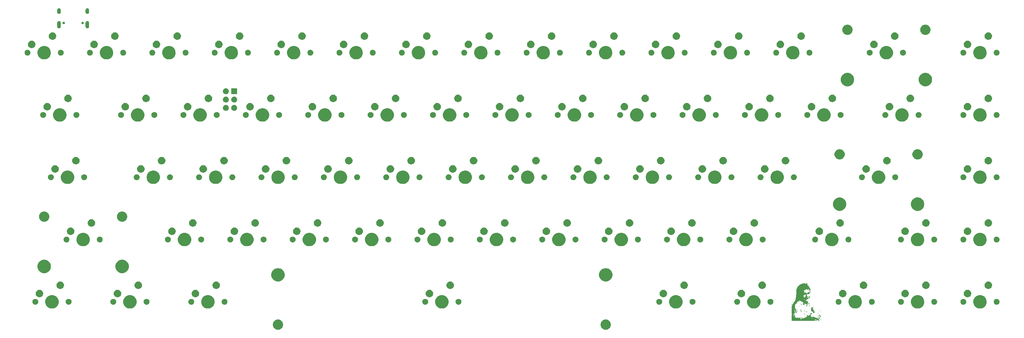
<source format=gbr>
G04 #@! TF.GenerationSoftware,KiCad,Pcbnew,(5.0.1)-3*
G04 #@! TF.CreationDate,2019-05-09T17:35:56-04:00*
G04 #@! TF.ProjectId,mullet-pcb,6D756C6C65742D7063622E6B69636164,rev?*
G04 #@! TF.SameCoordinates,Original*
G04 #@! TF.FileFunction,Soldermask,Top*
G04 #@! TF.FilePolarity,Negative*
%FSLAX46Y46*%
G04 Gerber Fmt 4.6, Leading zero omitted, Abs format (unit mm)*
G04 Created by KiCad (PCBNEW (5.0.1)-3) date 5/9/2019 5:35:56 PM*
%MOMM*%
%LPD*%
G01*
G04 APERTURE LIST*
%ADD10C,0.010000*%
%ADD11C,0.100000*%
G04 APERTURE END LIST*
D10*
G04 #@! TO.C,MULLETFRONT*
G36*
X239313583Y-90049813D02*
X239302038Y-90061358D01*
X239290492Y-90049813D01*
X239302038Y-90038267D01*
X239313583Y-90049813D01*
X239313583Y-90049813D01*
G37*
X239313583Y-90049813D02*
X239302038Y-90061358D01*
X239290492Y-90049813D01*
X239302038Y-90038267D01*
X239313583Y-90049813D01*
G36*
X235734492Y-92497449D02*
X235722947Y-92508994D01*
X235711402Y-92497449D01*
X235722947Y-92485904D01*
X235734492Y-92497449D01*
X235734492Y-92497449D01*
G37*
X235734492Y-92497449D02*
X235722947Y-92508994D01*
X235711402Y-92497449D01*
X235722947Y-92485904D01*
X235734492Y-92497449D01*
G36*
X235803765Y-92543631D02*
X235792220Y-92555176D01*
X235780674Y-92543631D01*
X235792220Y-92532085D01*
X235803765Y-92543631D01*
X235803765Y-92543631D01*
G37*
X235803765Y-92543631D02*
X235792220Y-92555176D01*
X235780674Y-92543631D01*
X235792220Y-92532085D01*
X235803765Y-92543631D01*
G36*
X235542068Y-92932328D02*
X235538898Y-92946055D01*
X235526674Y-92947722D01*
X235507668Y-92939273D01*
X235511280Y-92932328D01*
X235538684Y-92929564D01*
X235542068Y-92932328D01*
X235542068Y-92932328D01*
G37*
X235542068Y-92932328D02*
X235538898Y-92946055D01*
X235526674Y-92947722D01*
X235507668Y-92939273D01*
X235511280Y-92932328D01*
X235538684Y-92929564D01*
X235542068Y-92932328D01*
G36*
X235434311Y-92959267D02*
X235422765Y-92970813D01*
X235411220Y-92959267D01*
X235422765Y-92947722D01*
X235434311Y-92959267D01*
X235434311Y-92959267D01*
G37*
X235434311Y-92959267D02*
X235422765Y-92970813D01*
X235411220Y-92959267D01*
X235422765Y-92947722D01*
X235434311Y-92959267D01*
G36*
X240352674Y-95360722D02*
X240341129Y-95372267D01*
X240329583Y-95360722D01*
X240341129Y-95349176D01*
X240352674Y-95360722D01*
X240352674Y-95360722D01*
G37*
X240352674Y-95360722D02*
X240341129Y-95372267D01*
X240329583Y-95360722D01*
X240341129Y-95349176D01*
X240352674Y-95360722D01*
G36*
X240329319Y-95413223D02*
X240329583Y-95418449D01*
X240311832Y-95440653D01*
X240305130Y-95441540D01*
X240291339Y-95427394D01*
X240294947Y-95418449D01*
X240315697Y-95396421D01*
X240319401Y-95395358D01*
X240329319Y-95413223D01*
X240329319Y-95413223D01*
G37*
X240329319Y-95413223D02*
X240329583Y-95418449D01*
X240311832Y-95440653D01*
X240305130Y-95441540D01*
X240291339Y-95427394D01*
X240294947Y-95418449D01*
X240315697Y-95396421D01*
X240319401Y-95395358D01*
X240329319Y-95413223D01*
G36*
X240514311Y-95522358D02*
X240502765Y-95533904D01*
X240491220Y-95522358D01*
X240502765Y-95510813D01*
X240514311Y-95522358D01*
X240514311Y-95522358D01*
G37*
X240514311Y-95522358D02*
X240502765Y-95533904D01*
X240491220Y-95522358D01*
X240502765Y-95510813D01*
X240514311Y-95522358D01*
G36*
X240468129Y-95545449D02*
X240456583Y-95556994D01*
X240445038Y-95545449D01*
X240456583Y-95533904D01*
X240468129Y-95545449D01*
X240468129Y-95545449D01*
G37*
X240468129Y-95545449D02*
X240456583Y-95556994D01*
X240445038Y-95545449D01*
X240456583Y-95533904D01*
X240468129Y-95545449D01*
G36*
X240737523Y-95864873D02*
X240734353Y-95878601D01*
X240722129Y-95880267D01*
X240703122Y-95871819D01*
X240706735Y-95864873D01*
X240734138Y-95862110D01*
X240737523Y-95864873D01*
X240737523Y-95864873D01*
G37*
X240737523Y-95864873D02*
X240734353Y-95878601D01*
X240722129Y-95880267D01*
X240703122Y-95871819D01*
X240706735Y-95864873D01*
X240734138Y-95862110D01*
X240737523Y-95864873D01*
G36*
X239867765Y-95614722D02*
X239856220Y-95626267D01*
X239844674Y-95614722D01*
X239856220Y-95603176D01*
X239867765Y-95614722D01*
X239867765Y-95614722D01*
G37*
X239867765Y-95614722D02*
X239856220Y-95626267D01*
X239844674Y-95614722D01*
X239856220Y-95603176D01*
X239867765Y-95614722D01*
G36*
X239821583Y-95614722D02*
X239810038Y-95626267D01*
X239798492Y-95614722D01*
X239810038Y-95603176D01*
X239821583Y-95614722D01*
X239821583Y-95614722D01*
G37*
X239821583Y-95614722D02*
X239810038Y-95626267D01*
X239798492Y-95614722D01*
X239810038Y-95603176D01*
X239821583Y-95614722D01*
G36*
X239636856Y-95868722D02*
X239625311Y-95880267D01*
X239613765Y-95868722D01*
X239625311Y-95857176D01*
X239636856Y-95868722D01*
X239636856Y-95868722D01*
G37*
X239636856Y-95868722D02*
X239625311Y-95880267D01*
X239613765Y-95868722D01*
X239625311Y-95857176D01*
X239636856Y-95868722D01*
G36*
X239289821Y-96013293D02*
X239290492Y-96018813D01*
X239272921Y-96041233D01*
X239267402Y-96041904D01*
X239244982Y-96024332D01*
X239244311Y-96018813D01*
X239261882Y-95996393D01*
X239267402Y-95995722D01*
X239289821Y-96013293D01*
X239289821Y-96013293D01*
G37*
X239289821Y-96013293D02*
X239290492Y-96018813D01*
X239272921Y-96041233D01*
X239267402Y-96041904D01*
X239244982Y-96024332D01*
X239244311Y-96018813D01*
X239261882Y-95996393D01*
X239267402Y-95995722D01*
X239289821Y-96013293D01*
G36*
X237620250Y-96026510D02*
X237617080Y-96040237D01*
X237604856Y-96041904D01*
X237585850Y-96033455D01*
X237589462Y-96026510D01*
X237616866Y-96023746D01*
X237620250Y-96026510D01*
X237620250Y-96026510D01*
G37*
X237620250Y-96026510D02*
X237617080Y-96040237D01*
X237604856Y-96041904D01*
X237585850Y-96033455D01*
X237589462Y-96026510D01*
X237616866Y-96023746D01*
X237620250Y-96026510D01*
G36*
X235334630Y-96037574D02*
X235337383Y-96073662D01*
X235332807Y-96081832D01*
X235322312Y-96074945D01*
X235320679Y-96051525D01*
X235326318Y-96026886D01*
X235334630Y-96037574D01*
X235334630Y-96037574D01*
G37*
X235334630Y-96037574D02*
X235337383Y-96073662D01*
X235332807Y-96081832D01*
X235322312Y-96074945D01*
X235320679Y-96051525D01*
X235326318Y-96026886D01*
X235334630Y-96037574D01*
G36*
X238897947Y-96076540D02*
X238886402Y-96088085D01*
X238874856Y-96076540D01*
X238886402Y-96064994D01*
X238897947Y-96076540D01*
X238897947Y-96076540D01*
G37*
X238897947Y-96076540D02*
X238886402Y-96088085D01*
X238874856Y-96076540D01*
X238886402Y-96064994D01*
X238897947Y-96076540D01*
G36*
X240283402Y-95822540D02*
X240271856Y-95834085D01*
X240260311Y-95822540D01*
X240271856Y-95810994D01*
X240283402Y-95822540D01*
X240283402Y-95822540D01*
G37*
X240283402Y-95822540D02*
X240271856Y-95834085D01*
X240260311Y-95822540D01*
X240271856Y-95810994D01*
X240283402Y-95822540D01*
G36*
X240092420Y-95843225D02*
X240085534Y-95853721D01*
X240062114Y-95855353D01*
X240037475Y-95849714D01*
X240048163Y-95841403D01*
X240084251Y-95838650D01*
X240092420Y-95843225D01*
X240092420Y-95843225D01*
G37*
X240092420Y-95843225D02*
X240085534Y-95853721D01*
X240062114Y-95855353D01*
X240037475Y-95849714D01*
X240048163Y-95841403D01*
X240084251Y-95838650D01*
X240092420Y-95843225D01*
G36*
X240006311Y-95868722D02*
X240028339Y-95889471D01*
X240029402Y-95893175D01*
X240011536Y-95903093D01*
X240006311Y-95903358D01*
X239984107Y-95885607D01*
X239983220Y-95878904D01*
X239997366Y-95865114D01*
X240006311Y-95868722D01*
X240006311Y-95868722D01*
G37*
X240006311Y-95868722D02*
X240028339Y-95889471D01*
X240029402Y-95893175D01*
X240011536Y-95903093D01*
X240006311Y-95903358D01*
X239984107Y-95885607D01*
X239983220Y-95878904D01*
X239997366Y-95865114D01*
X240006311Y-95868722D01*
G36*
X239940844Y-96036208D02*
X239969419Y-96056317D01*
X239963418Y-96083303D01*
X239930387Y-96105105D01*
X239894158Y-96110823D01*
X239855223Y-96107334D01*
X239857869Y-96095093D01*
X239867765Y-96088085D01*
X239880659Y-96076540D01*
X239913947Y-96076540D01*
X239925492Y-96088085D01*
X239937038Y-96076540D01*
X239925492Y-96064994D01*
X239913947Y-96076540D01*
X239880659Y-96076540D01*
X239887449Y-96070461D01*
X239864966Y-96064187D01*
X239856220Y-96063725D01*
X239823242Y-96061034D01*
X239833529Y-96052761D01*
X239855851Y-96043855D01*
X239912145Y-96033533D01*
X239940844Y-96036208D01*
X239940844Y-96036208D01*
G37*
X239940844Y-96036208D02*
X239969419Y-96056317D01*
X239963418Y-96083303D01*
X239930387Y-96105105D01*
X239894158Y-96110823D01*
X239855223Y-96107334D01*
X239857869Y-96095093D01*
X239867765Y-96088085D01*
X239880659Y-96076540D01*
X239913947Y-96076540D01*
X239925492Y-96088085D01*
X239937038Y-96076540D01*
X239925492Y-96064994D01*
X239913947Y-96076540D01*
X239880659Y-96076540D01*
X239887449Y-96070461D01*
X239864966Y-96064187D01*
X239856220Y-96063725D01*
X239823242Y-96061034D01*
X239833529Y-96052761D01*
X239855851Y-96043855D01*
X239912145Y-96033533D01*
X239940844Y-96036208D01*
G36*
X239890856Y-96215085D02*
X239879311Y-96226631D01*
X239867765Y-96215085D01*
X239879311Y-96203540D01*
X239890856Y-96215085D01*
X239890856Y-96215085D01*
G37*
X239890856Y-96215085D02*
X239879311Y-96226631D01*
X239867765Y-96215085D01*
X239879311Y-96203540D01*
X239890856Y-96215085D01*
G36*
X238867159Y-96280510D02*
X238863989Y-96294237D01*
X238851765Y-96295904D01*
X238832759Y-96287455D01*
X238836371Y-96280510D01*
X238863775Y-96277746D01*
X238867159Y-96280510D01*
X238867159Y-96280510D01*
G37*
X238867159Y-96280510D02*
X238863989Y-96294237D01*
X238851765Y-96295904D01*
X238832759Y-96287455D01*
X238836371Y-96280510D01*
X238863775Y-96277746D01*
X238867159Y-96280510D01*
G36*
X235962005Y-96222920D02*
X235965402Y-96249722D01*
X235956327Y-96287253D01*
X235943746Y-96295904D01*
X235927652Y-96276734D01*
X235925569Y-96249722D01*
X235936055Y-96212123D01*
X235947224Y-96203540D01*
X235962005Y-96222920D01*
X235962005Y-96222920D01*
G37*
X235962005Y-96222920D02*
X235965402Y-96249722D01*
X235956327Y-96287253D01*
X235943746Y-96295904D01*
X235927652Y-96276734D01*
X235925569Y-96249722D01*
X235936055Y-96212123D01*
X235947224Y-96203540D01*
X235962005Y-96222920D01*
G36*
X242038311Y-96238176D02*
X242026765Y-96249722D01*
X242015220Y-96238176D01*
X242026765Y-96226631D01*
X242038311Y-96238176D01*
X242038311Y-96238176D01*
G37*
X242038311Y-96238176D02*
X242026765Y-96249722D01*
X242015220Y-96238176D01*
X242026765Y-96226631D01*
X242038311Y-96238176D01*
G36*
X242015220Y-96284358D02*
X242003674Y-96295904D01*
X241992129Y-96284358D01*
X242003674Y-96272813D01*
X242015220Y-96284358D01*
X242015220Y-96284358D01*
G37*
X242015220Y-96284358D02*
X242003674Y-96295904D01*
X241992129Y-96284358D01*
X242003674Y-96272813D01*
X242015220Y-96284358D01*
G36*
X235803765Y-96445994D02*
X235792220Y-96457540D01*
X235780674Y-96445994D01*
X235792220Y-96434449D01*
X235803765Y-96445994D01*
X235803765Y-96445994D01*
G37*
X235803765Y-96445994D02*
X235792220Y-96457540D01*
X235780674Y-96445994D01*
X235792220Y-96434449D01*
X235803765Y-96445994D01*
G36*
X235796068Y-96488328D02*
X235792898Y-96502055D01*
X235780674Y-96503722D01*
X235761668Y-96495273D01*
X235765280Y-96488328D01*
X235792684Y-96485564D01*
X235796068Y-96488328D01*
X235796068Y-96488328D01*
G37*
X235796068Y-96488328D02*
X235792898Y-96502055D01*
X235780674Y-96503722D01*
X235761668Y-96495273D01*
X235765280Y-96488328D01*
X235792684Y-96485564D01*
X235796068Y-96488328D01*
G36*
X239075357Y-85115574D02*
X239078110Y-85151662D01*
X239073534Y-85159832D01*
X239063039Y-85152945D01*
X239061406Y-85129525D01*
X239067046Y-85104886D01*
X239075357Y-85115574D01*
X239075357Y-85115574D01*
G37*
X239075357Y-85115574D02*
X239078110Y-85151662D01*
X239073534Y-85159832D01*
X239063039Y-85152945D01*
X239061406Y-85129525D01*
X239067046Y-85104886D01*
X239075357Y-85115574D01*
G36*
X239605967Y-85137222D02*
X239609017Y-85184497D01*
X239605967Y-85194949D01*
X239597539Y-85197850D01*
X239594320Y-85166085D01*
X239597949Y-85133305D01*
X239605967Y-85137222D01*
X239605967Y-85137222D01*
G37*
X239605967Y-85137222D02*
X239609017Y-85184497D01*
X239605967Y-85194949D01*
X239597539Y-85197850D01*
X239594320Y-85166085D01*
X239597949Y-85133305D01*
X239605967Y-85137222D01*
G36*
X240072572Y-85141031D02*
X240073960Y-85171858D01*
X240070500Y-85223744D01*
X240057252Y-85233315D01*
X240045199Y-85218040D01*
X240044775Y-85184962D01*
X240053759Y-85154540D01*
X240067025Y-85127581D01*
X240072572Y-85141031D01*
X240072572Y-85141031D01*
G37*
X240072572Y-85141031D02*
X240073960Y-85171858D01*
X240070500Y-85223744D01*
X240057252Y-85233315D01*
X240045199Y-85218040D01*
X240044775Y-85184962D01*
X240053759Y-85154540D01*
X240067025Y-85127581D01*
X240072572Y-85141031D01*
G36*
X239883612Y-85227183D02*
X239879311Y-85235358D01*
X239857554Y-85257410D01*
X239853494Y-85258449D01*
X239851919Y-85243533D01*
X239856220Y-85235358D01*
X239877976Y-85213306D01*
X239882036Y-85212267D01*
X239883612Y-85227183D01*
X239883612Y-85227183D01*
G37*
X239883612Y-85227183D02*
X239879311Y-85235358D01*
X239857554Y-85257410D01*
X239853494Y-85258449D01*
X239851919Y-85243533D01*
X239856220Y-85235358D01*
X239877976Y-85213306D01*
X239882036Y-85212267D01*
X239883612Y-85227183D01*
G36*
X239633288Y-85267789D02*
X239657883Y-85289254D01*
X239659947Y-85294448D01*
X239648989Y-85303939D01*
X239626173Y-85282673D01*
X239623106Y-85277972D01*
X239620384Y-85262171D01*
X239633288Y-85267789D01*
X239633288Y-85267789D01*
G37*
X239633288Y-85267789D02*
X239657883Y-85289254D01*
X239659947Y-85294448D01*
X239648989Y-85303939D01*
X239626173Y-85282673D01*
X239623106Y-85277972D01*
X239620384Y-85262171D01*
X239633288Y-85267789D01*
G36*
X239498311Y-85316176D02*
X239486765Y-85327722D01*
X239475220Y-85316176D01*
X239486765Y-85304631D01*
X239498311Y-85316176D01*
X239498311Y-85316176D01*
G37*
X239498311Y-85316176D02*
X239486765Y-85327722D01*
X239475220Y-85316176D01*
X239486765Y-85304631D01*
X239498311Y-85316176D01*
G36*
X237858856Y-85454722D02*
X237847311Y-85466267D01*
X237835765Y-85454722D01*
X237847311Y-85443176D01*
X237858856Y-85454722D01*
X237858856Y-85454722D01*
G37*
X237858856Y-85454722D02*
X237847311Y-85466267D01*
X237835765Y-85454722D01*
X237847311Y-85443176D01*
X237858856Y-85454722D01*
G36*
X240191038Y-85777994D02*
X240179492Y-85789540D01*
X240167947Y-85777994D01*
X240179492Y-85766449D01*
X240191038Y-85777994D01*
X240191038Y-85777994D01*
G37*
X240191038Y-85777994D02*
X240179492Y-85789540D01*
X240167947Y-85777994D01*
X240179492Y-85766449D01*
X240191038Y-85777994D01*
G36*
X240213458Y-85830202D02*
X240214129Y-85835722D01*
X240196557Y-85858142D01*
X240191038Y-85858813D01*
X240168618Y-85841241D01*
X240167947Y-85835722D01*
X240185519Y-85813302D01*
X240191038Y-85812631D01*
X240213458Y-85830202D01*
X240213458Y-85830202D01*
G37*
X240213458Y-85830202D02*
X240214129Y-85835722D01*
X240196557Y-85858142D01*
X240191038Y-85858813D01*
X240168618Y-85841241D01*
X240167947Y-85835722D01*
X240185519Y-85813302D01*
X240191038Y-85812631D01*
X240213458Y-85830202D01*
G36*
X237304674Y-85870358D02*
X237293129Y-85881904D01*
X237281583Y-85870358D01*
X237293129Y-85858813D01*
X237304674Y-85870358D01*
X237304674Y-85870358D01*
G37*
X237304674Y-85870358D02*
X237293129Y-85881904D01*
X237281583Y-85870358D01*
X237293129Y-85858813D01*
X237304674Y-85870358D01*
G36*
X237258492Y-85870358D02*
X237246947Y-85881904D01*
X237235402Y-85870358D01*
X237246947Y-85858813D01*
X237258492Y-85870358D01*
X237258492Y-85870358D01*
G37*
X237258492Y-85870358D02*
X237246947Y-85881904D01*
X237235402Y-85870358D01*
X237246947Y-85858813D01*
X237258492Y-85870358D01*
G36*
X240375765Y-85985813D02*
X240364220Y-85997358D01*
X240352674Y-85985813D01*
X240364220Y-85974267D01*
X240375765Y-85985813D01*
X240375765Y-85985813D01*
G37*
X240375765Y-85985813D02*
X240364220Y-85997358D01*
X240352674Y-85985813D01*
X240364220Y-85974267D01*
X240375765Y-85985813D01*
G36*
X240537402Y-86262904D02*
X240559430Y-86283653D01*
X240560492Y-86287357D01*
X240542627Y-86297275D01*
X240537402Y-86297540D01*
X240515198Y-86279789D01*
X240514311Y-86273086D01*
X240528457Y-86259295D01*
X240537402Y-86262904D01*
X240537402Y-86262904D01*
G37*
X240537402Y-86262904D02*
X240559430Y-86283653D01*
X240560492Y-86287357D01*
X240542627Y-86297275D01*
X240537402Y-86297540D01*
X240515198Y-86279789D01*
X240514311Y-86273086D01*
X240528457Y-86259295D01*
X240537402Y-86262904D01*
G36*
X240549510Y-86367723D02*
X240547759Y-86388379D01*
X240540414Y-86389904D01*
X240507279Y-86404695D01*
X240481324Y-86426189D01*
X240453429Y-86446981D01*
X240445038Y-86442866D01*
X240460109Y-86412519D01*
X240494025Y-86382152D01*
X240529843Y-86363950D01*
X240549510Y-86367723D01*
X240549510Y-86367723D01*
G37*
X240549510Y-86367723D02*
X240547759Y-86388379D01*
X240540414Y-86389904D01*
X240507279Y-86404695D01*
X240481324Y-86426189D01*
X240453429Y-86446981D01*
X240445038Y-86442866D01*
X240460109Y-86412519D01*
X240494025Y-86382152D01*
X240529843Y-86363950D01*
X240549510Y-86367723D01*
G36*
X240414010Y-86427141D02*
X240410402Y-86436085D01*
X240389652Y-86458114D01*
X240385948Y-86459176D01*
X240376030Y-86441311D01*
X240375765Y-86436085D01*
X240393516Y-86413882D01*
X240400219Y-86412994D01*
X240414010Y-86427141D01*
X240414010Y-86427141D01*
G37*
X240414010Y-86427141D02*
X240410402Y-86436085D01*
X240389652Y-86458114D01*
X240385948Y-86459176D01*
X240376030Y-86441311D01*
X240375765Y-86436085D01*
X240393516Y-86413882D01*
X240400219Y-86412994D01*
X240414010Y-86427141D01*
G36*
X240589596Y-86454799D02*
X240596945Y-86460684D01*
X240625438Y-86495989D01*
X240625316Y-86522645D01*
X240609367Y-86528449D01*
X240587957Y-86509190D01*
X240576548Y-86480947D01*
X240572065Y-86448937D01*
X240589596Y-86454799D01*
X240589596Y-86454799D01*
G37*
X240589596Y-86454799D02*
X240596945Y-86460684D01*
X240625438Y-86495989D01*
X240625316Y-86522645D01*
X240609367Y-86528449D01*
X240587957Y-86509190D01*
X240576548Y-86480947D01*
X240572065Y-86448937D01*
X240589596Y-86454799D01*
G36*
X240418379Y-86491608D02*
X240443168Y-86514858D01*
X240438083Y-86528224D01*
X240434855Y-86528449D01*
X240415324Y-86512048D01*
X240408197Y-86501790D01*
X240405475Y-86485989D01*
X240418379Y-86491608D01*
X240418379Y-86491608D01*
G37*
X240418379Y-86491608D02*
X240443168Y-86514858D01*
X240438083Y-86528224D01*
X240434855Y-86528449D01*
X240415324Y-86512048D01*
X240408197Y-86501790D01*
X240405475Y-86485989D01*
X240418379Y-86491608D01*
G36*
X240722129Y-86563085D02*
X240710583Y-86574631D01*
X240699038Y-86563085D01*
X240710583Y-86551540D01*
X240722129Y-86563085D01*
X240722129Y-86563085D01*
G37*
X240722129Y-86563085D02*
X240710583Y-86574631D01*
X240699038Y-86563085D01*
X240710583Y-86551540D01*
X240722129Y-86563085D01*
G36*
X240483975Y-86543364D02*
X240479674Y-86551540D01*
X240457918Y-86573592D01*
X240453858Y-86574631D01*
X240452282Y-86559715D01*
X240456583Y-86551540D01*
X240478340Y-86529488D01*
X240482400Y-86528449D01*
X240483975Y-86543364D01*
X240483975Y-86543364D01*
G37*
X240483975Y-86543364D02*
X240479674Y-86551540D01*
X240457918Y-86573592D01*
X240453858Y-86574631D01*
X240452282Y-86559715D01*
X240456583Y-86551540D01*
X240478340Y-86529488D01*
X240482400Y-86528449D01*
X240483975Y-86543364D01*
G36*
X240666574Y-86562734D02*
X240664402Y-86574631D01*
X240634881Y-86596841D01*
X240628402Y-86597722D01*
X240607296Y-86580109D01*
X240606674Y-86574631D01*
X240625469Y-86554366D01*
X240642673Y-86551540D01*
X240666574Y-86562734D01*
X240666574Y-86562734D01*
G37*
X240666574Y-86562734D02*
X240664402Y-86574631D01*
X240634881Y-86596841D01*
X240628402Y-86597722D01*
X240607296Y-86580109D01*
X240606674Y-86574631D01*
X240625469Y-86554366D01*
X240642673Y-86551540D01*
X240666574Y-86562734D01*
G36*
X240537402Y-86586176D02*
X240525856Y-86597722D01*
X240514311Y-86586176D01*
X240525856Y-86574631D01*
X240537402Y-86586176D01*
X240537402Y-86586176D01*
G37*
X240537402Y-86586176D02*
X240525856Y-86597722D01*
X240514311Y-86586176D01*
X240525856Y-86574631D01*
X240537402Y-86586176D01*
G36*
X240699038Y-86632358D02*
X240687492Y-86643904D01*
X240675947Y-86632358D01*
X240687492Y-86620813D01*
X240699038Y-86632358D01*
X240699038Y-86632358D01*
G37*
X240699038Y-86632358D02*
X240687492Y-86643904D01*
X240675947Y-86632358D01*
X240687492Y-86620813D01*
X240699038Y-86632358D01*
G36*
X240652856Y-86632358D02*
X240641311Y-86643904D01*
X240629765Y-86632358D01*
X240641311Y-86620813D01*
X240652856Y-86632358D01*
X240652856Y-86632358D01*
G37*
X240652856Y-86632358D02*
X240641311Y-86643904D01*
X240629765Y-86632358D01*
X240641311Y-86620813D01*
X240652856Y-86632358D01*
G36*
X240424766Y-86605226D02*
X240440064Y-86643489D01*
X240438462Y-86658177D01*
X240422711Y-86649944D01*
X240413254Y-86631465D01*
X240400172Y-86587620D01*
X240405543Y-86578872D01*
X240424766Y-86605226D01*
X240424766Y-86605226D01*
G37*
X240424766Y-86605226D02*
X240440064Y-86643489D01*
X240438462Y-86658177D01*
X240422711Y-86649944D01*
X240413254Y-86631465D01*
X240400172Y-86587620D01*
X240405543Y-86578872D01*
X240424766Y-86605226D01*
G36*
X240560492Y-86701631D02*
X240548947Y-86713176D01*
X240537402Y-86701631D01*
X240548947Y-86690085D01*
X240560492Y-86701631D01*
X240560492Y-86701631D01*
G37*
X240560492Y-86701631D02*
X240548947Y-86713176D01*
X240537402Y-86701631D01*
X240548947Y-86690085D01*
X240560492Y-86701631D01*
G36*
X240491220Y-86701631D02*
X240479674Y-86713176D01*
X240468129Y-86701631D01*
X240479674Y-86690085D01*
X240491220Y-86701631D01*
X240491220Y-86701631D01*
G37*
X240491220Y-86701631D02*
X240479674Y-86713176D01*
X240468129Y-86701631D01*
X240479674Y-86690085D01*
X240491220Y-86701631D01*
G36*
X239729220Y-86793994D02*
X239717674Y-86805540D01*
X239706129Y-86793994D01*
X239717674Y-86782449D01*
X239729220Y-86793994D01*
X239729220Y-86793994D01*
G37*
X239729220Y-86793994D02*
X239717674Y-86805540D01*
X239706129Y-86793994D01*
X239717674Y-86782449D01*
X239729220Y-86793994D01*
G36*
X240533834Y-86791789D02*
X240558623Y-86815040D01*
X240553538Y-86828406D01*
X240550310Y-86828631D01*
X240530779Y-86812230D01*
X240523651Y-86801972D01*
X240520929Y-86786171D01*
X240533834Y-86791789D01*
X240533834Y-86791789D01*
G37*
X240533834Y-86791789D02*
X240558623Y-86815040D01*
X240553538Y-86828406D01*
X240550310Y-86828631D01*
X240530779Y-86812230D01*
X240523651Y-86801972D01*
X240520929Y-86786171D01*
X240533834Y-86791789D01*
G36*
X239867765Y-86817085D02*
X239856220Y-86828631D01*
X239844674Y-86817085D01*
X239856220Y-86805540D01*
X239867765Y-86817085D01*
X239867765Y-86817085D01*
G37*
X239867765Y-86817085D02*
X239856220Y-86828631D01*
X239844674Y-86817085D01*
X239856220Y-86805540D01*
X239867765Y-86817085D01*
G36*
X240237220Y-86840176D02*
X240225674Y-86851722D01*
X240214129Y-86840176D01*
X240225674Y-86828631D01*
X240237220Y-86840176D01*
X240237220Y-86840176D01*
G37*
X240237220Y-86840176D02*
X240225674Y-86851722D01*
X240214129Y-86840176D01*
X240225674Y-86828631D01*
X240237220Y-86840176D01*
G36*
X239613765Y-86840176D02*
X239602220Y-86851722D01*
X239590674Y-86840176D01*
X239602220Y-86828631D01*
X239613765Y-86840176D01*
X239613765Y-86840176D01*
G37*
X239613765Y-86840176D02*
X239602220Y-86851722D01*
X239590674Y-86840176D01*
X239602220Y-86828631D01*
X239613765Y-86840176D01*
G36*
X240675947Y-86840176D02*
X240697975Y-86860926D01*
X240699038Y-86864630D01*
X240681173Y-86874548D01*
X240675947Y-86874813D01*
X240653743Y-86857061D01*
X240652856Y-86850359D01*
X240667002Y-86836568D01*
X240675947Y-86840176D01*
X240675947Y-86840176D01*
G37*
X240675947Y-86840176D02*
X240697975Y-86860926D01*
X240699038Y-86864630D01*
X240681173Y-86874548D01*
X240675947Y-86874813D01*
X240653743Y-86857061D01*
X240652856Y-86850359D01*
X240667002Y-86836568D01*
X240675947Y-86840176D01*
G36*
X240622068Y-86859419D02*
X240618898Y-86873146D01*
X240606674Y-86874813D01*
X240587668Y-86866364D01*
X240591280Y-86859419D01*
X240618684Y-86856655D01*
X240622068Y-86859419D01*
X240622068Y-86859419D01*
G37*
X240622068Y-86859419D02*
X240618898Y-86873146D01*
X240606674Y-86874813D01*
X240587668Y-86866364D01*
X240591280Y-86859419D01*
X240618684Y-86856655D01*
X240622068Y-86859419D01*
G36*
X240329583Y-86863267D02*
X240318038Y-86874813D01*
X240306492Y-86863267D01*
X240318038Y-86851722D01*
X240329583Y-86863267D01*
X240329583Y-86863267D01*
G37*
X240329583Y-86863267D02*
X240318038Y-86874813D01*
X240306492Y-86863267D01*
X240318038Y-86851722D01*
X240329583Y-86863267D01*
G36*
X239444432Y-86859419D02*
X239441262Y-86873146D01*
X239429038Y-86874813D01*
X239410031Y-86866364D01*
X239413644Y-86859419D01*
X239441047Y-86856655D01*
X239444432Y-86859419D01*
X239444432Y-86859419D01*
G37*
X239444432Y-86859419D02*
X239441262Y-86873146D01*
X239429038Y-86874813D01*
X239410031Y-86866364D01*
X239413644Y-86859419D01*
X239441047Y-86856655D01*
X239444432Y-86859419D01*
G36*
X239952432Y-86859419D02*
X239955195Y-86886822D01*
X239952432Y-86890207D01*
X239938704Y-86887037D01*
X239937038Y-86874813D01*
X239945486Y-86855806D01*
X239952432Y-86859419D01*
X239952432Y-86859419D01*
G37*
X239952432Y-86859419D02*
X239955195Y-86886822D01*
X239952432Y-86890207D01*
X239938704Y-86887037D01*
X239937038Y-86874813D01*
X239945486Y-86855806D01*
X239952432Y-86859419D01*
G36*
X240629765Y-86909449D02*
X240618220Y-86920994D01*
X240606674Y-86909449D01*
X240618220Y-86897904D01*
X240629765Y-86909449D01*
X240629765Y-86909449D01*
G37*
X240629765Y-86909449D02*
X240618220Y-86920994D01*
X240606674Y-86909449D01*
X240618220Y-86897904D01*
X240629765Y-86909449D01*
G36*
X240283402Y-86909449D02*
X240271856Y-86920994D01*
X240260311Y-86909449D01*
X240271856Y-86897904D01*
X240283402Y-86909449D01*
X240283402Y-86909449D01*
G37*
X240283402Y-86909449D02*
X240271856Y-86920994D01*
X240260311Y-86909449D01*
X240271856Y-86897904D01*
X240283402Y-86909449D01*
G36*
X239867765Y-86909449D02*
X239856220Y-86920994D01*
X239844674Y-86909449D01*
X239856220Y-86897904D01*
X239867765Y-86909449D01*
X239867765Y-86909449D01*
G37*
X239867765Y-86909449D02*
X239856220Y-86920994D01*
X239844674Y-86909449D01*
X239856220Y-86897904D01*
X239867765Y-86909449D01*
G36*
X240144856Y-86932540D02*
X240133311Y-86944085D01*
X240121765Y-86932540D01*
X240133311Y-86920994D01*
X240144856Y-86932540D01*
X240144856Y-86932540D01*
G37*
X240144856Y-86932540D02*
X240133311Y-86944085D01*
X240121765Y-86932540D01*
X240133311Y-86920994D01*
X240144856Y-86932540D01*
G36*
X239444432Y-86928691D02*
X239441262Y-86942419D01*
X239429038Y-86944085D01*
X239410031Y-86935637D01*
X239413644Y-86928691D01*
X239441047Y-86925928D01*
X239444432Y-86928691D01*
X239444432Y-86928691D01*
G37*
X239444432Y-86928691D02*
X239441262Y-86942419D01*
X239429038Y-86944085D01*
X239410031Y-86935637D01*
X239413644Y-86928691D01*
X239441047Y-86925928D01*
X239444432Y-86928691D01*
G36*
X240421947Y-86955631D02*
X240410402Y-86967176D01*
X240398856Y-86955631D01*
X240410402Y-86944085D01*
X240421947Y-86955631D01*
X240421947Y-86955631D01*
G37*
X240421947Y-86955631D02*
X240410402Y-86967176D01*
X240398856Y-86955631D01*
X240410402Y-86944085D01*
X240421947Y-86955631D01*
G36*
X240515350Y-86913272D02*
X240543589Y-86944085D01*
X240565339Y-86977524D01*
X240561079Y-86990267D01*
X240533996Y-86972257D01*
X240514311Y-86944085D01*
X240497820Y-86908269D01*
X240496821Y-86897904D01*
X240515350Y-86913272D01*
X240515350Y-86913272D01*
G37*
X240515350Y-86913272D02*
X240543589Y-86944085D01*
X240565339Y-86977524D01*
X240561079Y-86990267D01*
X240533996Y-86972257D01*
X240514311Y-86944085D01*
X240497820Y-86908269D01*
X240496821Y-86897904D01*
X240515350Y-86913272D01*
G36*
X239997724Y-86943648D02*
X240035664Y-86964677D01*
X240064038Y-86973802D01*
X240110220Y-86984910D01*
X240064038Y-86985287D01*
X240004920Y-86979302D01*
X239960129Y-86969584D01*
X239923671Y-86955834D01*
X239929316Y-86943694D01*
X239939997Y-86939054D01*
X239982656Y-86936092D01*
X239997724Y-86943648D01*
X239997724Y-86943648D01*
G37*
X239997724Y-86943648D02*
X240035664Y-86964677D01*
X240064038Y-86973802D01*
X240110220Y-86984910D01*
X240064038Y-86985287D01*
X240004920Y-86979302D01*
X239960129Y-86969584D01*
X239923671Y-86955834D01*
X239929316Y-86943694D01*
X239939997Y-86939054D01*
X239982656Y-86936092D01*
X239997724Y-86943648D01*
G36*
X239559366Y-86933037D02*
X239534765Y-86961953D01*
X239506314Y-86987870D01*
X239507040Y-86979413D01*
X239523720Y-86950908D01*
X239550009Y-86916846D01*
X239565335Y-86911049D01*
X239559366Y-86933037D01*
X239559366Y-86933037D01*
G37*
X239559366Y-86933037D02*
X239534765Y-86961953D01*
X239506314Y-86987870D01*
X239507040Y-86979413D01*
X239523720Y-86950908D01*
X239550009Y-86916846D01*
X239565335Y-86911049D01*
X239559366Y-86933037D01*
G36*
X240445038Y-87001813D02*
X240433492Y-87013358D01*
X240421947Y-87001813D01*
X240433492Y-86990267D01*
X240445038Y-87001813D01*
X240445038Y-87001813D01*
G37*
X240445038Y-87001813D02*
X240433492Y-87013358D01*
X240421947Y-87001813D01*
X240433492Y-86990267D01*
X240445038Y-87001813D01*
G36*
X240144856Y-87001813D02*
X240133311Y-87013358D01*
X240121765Y-87001813D01*
X240133311Y-86990267D01*
X240144856Y-87001813D01*
X240144856Y-87001813D01*
G37*
X240144856Y-87001813D02*
X240133311Y-87013358D01*
X240121765Y-87001813D01*
X240133311Y-86990267D01*
X240144856Y-87001813D01*
G36*
X239336674Y-87001813D02*
X239325129Y-87013358D01*
X239313583Y-87001813D01*
X239325129Y-86990267D01*
X239336674Y-87001813D01*
X239336674Y-87001813D01*
G37*
X239336674Y-87001813D02*
X239325129Y-87013358D01*
X239313583Y-87001813D01*
X239325129Y-86990267D01*
X239336674Y-87001813D01*
G36*
X240699038Y-87024904D02*
X240687492Y-87036449D01*
X240675947Y-87024904D01*
X240687492Y-87013358D01*
X240699038Y-87024904D01*
X240699038Y-87024904D01*
G37*
X240699038Y-87024904D02*
X240687492Y-87036449D01*
X240675947Y-87024904D01*
X240687492Y-87013358D01*
X240699038Y-87024904D01*
G36*
X240645058Y-86961404D02*
X240648108Y-87008679D01*
X240645058Y-87019131D01*
X240636630Y-87022032D01*
X240633411Y-86990267D01*
X240637040Y-86957487D01*
X240645058Y-86961404D01*
X240645058Y-86961404D01*
G37*
X240645058Y-86961404D02*
X240648108Y-87008679D01*
X240645058Y-87019131D01*
X240636630Y-87022032D01*
X240633411Y-86990267D01*
X240637040Y-86957487D01*
X240645058Y-86961404D01*
G36*
X239398630Y-86985938D02*
X239401383Y-87022026D01*
X239396807Y-87030195D01*
X239386312Y-87023309D01*
X239384679Y-86999888D01*
X239390318Y-86975250D01*
X239398630Y-86985938D01*
X239398630Y-86985938D01*
G37*
X239398630Y-86985938D02*
X239401383Y-87022026D01*
X239396807Y-87030195D01*
X239386312Y-87023309D01*
X239384679Y-86999888D01*
X239390318Y-86975250D01*
X239398630Y-86985938D01*
G36*
X240717456Y-86677587D02*
X240718374Y-86705746D01*
X240736102Y-86730448D01*
X240758809Y-86773361D01*
X240757565Y-86800238D01*
X240752669Y-86822739D01*
X240773080Y-86811077D01*
X240779885Y-86805515D01*
X240814580Y-86786107D01*
X240834395Y-86803423D01*
X240844079Y-86861931D01*
X240844397Y-86866233D01*
X240842407Y-86912943D01*
X240820295Y-86926938D01*
X240797174Y-86925316D01*
X240756968Y-86928768D01*
X240745220Y-86942634D01*
X240763694Y-86964874D01*
X240777163Y-86967176D01*
X240808179Y-86986522D01*
X240821183Y-87013358D01*
X240829414Y-87050084D01*
X240829649Y-87058673D01*
X240812064Y-87044136D01*
X240770654Y-87007650D01*
X240733674Y-86974490D01*
X240690367Y-86934332D01*
X240672389Y-86915281D01*
X240679856Y-86918910D01*
X240714886Y-86933299D01*
X240741048Y-86907502D01*
X240742542Y-86904957D01*
X240751614Y-86872151D01*
X240745579Y-86861343D01*
X240793224Y-86861343D01*
X240797470Y-86891292D01*
X240805352Y-86891650D01*
X240810864Y-86860745D01*
X240807175Y-86847392D01*
X240796922Y-86838646D01*
X240793224Y-86861343D01*
X240745579Y-86861343D01*
X240732569Y-86838045D01*
X240692451Y-86800812D01*
X240648311Y-86762434D01*
X240637937Y-86747122D01*
X240659248Y-86748827D01*
X240675947Y-86752861D01*
X240714834Y-86759840D01*
X240716227Y-86747351D01*
X240703689Y-86730782D01*
X240685255Y-86698323D01*
X240702437Y-86677625D01*
X240703689Y-86676894D01*
X240721491Y-86670783D01*
X240717456Y-86677587D01*
X240717456Y-86677587D01*
G37*
X240717456Y-86677587D02*
X240718374Y-86705746D01*
X240736102Y-86730448D01*
X240758809Y-86773361D01*
X240757565Y-86800238D01*
X240752669Y-86822739D01*
X240773080Y-86811077D01*
X240779885Y-86805515D01*
X240814580Y-86786107D01*
X240834395Y-86803423D01*
X240844079Y-86861931D01*
X240844397Y-86866233D01*
X240842407Y-86912943D01*
X240820295Y-86926938D01*
X240797174Y-86925316D01*
X240756968Y-86928768D01*
X240745220Y-86942634D01*
X240763694Y-86964874D01*
X240777163Y-86967176D01*
X240808179Y-86986522D01*
X240821183Y-87013358D01*
X240829414Y-87050084D01*
X240829649Y-87058673D01*
X240812064Y-87044136D01*
X240770654Y-87007650D01*
X240733674Y-86974490D01*
X240690367Y-86934332D01*
X240672389Y-86915281D01*
X240679856Y-86918910D01*
X240714886Y-86933299D01*
X240741048Y-86907502D01*
X240742542Y-86904957D01*
X240751614Y-86872151D01*
X240745579Y-86861343D01*
X240793224Y-86861343D01*
X240797470Y-86891292D01*
X240805352Y-86891650D01*
X240810864Y-86860745D01*
X240807175Y-86847392D01*
X240796922Y-86838646D01*
X240793224Y-86861343D01*
X240745579Y-86861343D01*
X240732569Y-86838045D01*
X240692451Y-86800812D01*
X240648311Y-86762434D01*
X240637937Y-86747122D01*
X240659248Y-86748827D01*
X240675947Y-86752861D01*
X240714834Y-86759840D01*
X240716227Y-86747351D01*
X240703689Y-86730782D01*
X240685255Y-86698323D01*
X240702437Y-86677625D01*
X240703689Y-86676894D01*
X240721491Y-86670783D01*
X240717456Y-86677587D01*
G36*
X240460432Y-87067237D02*
X240457262Y-87080964D01*
X240445038Y-87082631D01*
X240426031Y-87074182D01*
X240429644Y-87067237D01*
X240457047Y-87064473D01*
X240460432Y-87067237D01*
X240460432Y-87067237D01*
G37*
X240460432Y-87067237D02*
X240457262Y-87080964D01*
X240445038Y-87082631D01*
X240426031Y-87074182D01*
X240429644Y-87067237D01*
X240457047Y-87064473D01*
X240460432Y-87067237D01*
G36*
X240880330Y-86978958D02*
X240879150Y-87040002D01*
X240871278Y-87117267D01*
X240852233Y-87040571D01*
X240843005Y-86985195D01*
X240845742Y-86951730D01*
X240846931Y-86950131D01*
X240869015Y-86945059D01*
X240880330Y-86978958D01*
X240880330Y-86978958D01*
G37*
X240880330Y-86978958D02*
X240879150Y-87040002D01*
X240871278Y-87117267D01*
X240852233Y-87040571D01*
X240843005Y-86985195D01*
X240845742Y-86951730D01*
X240846931Y-86950131D01*
X240869015Y-86945059D01*
X240880330Y-86978958D01*
G36*
X240675947Y-87117267D02*
X240664402Y-87128813D01*
X240652856Y-87117267D01*
X240664402Y-87105722D01*
X240675947Y-87117267D01*
X240675947Y-87117267D01*
G37*
X240675947Y-87117267D02*
X240664402Y-87128813D01*
X240652856Y-87117267D01*
X240664402Y-87105722D01*
X240675947Y-87117267D01*
G36*
X240491220Y-87117267D02*
X240479674Y-87128813D01*
X240468129Y-87117267D01*
X240479674Y-87105722D01*
X240491220Y-87117267D01*
X240491220Y-87117267D01*
G37*
X240491220Y-87117267D02*
X240479674Y-87128813D01*
X240468129Y-87117267D01*
X240479674Y-87105722D01*
X240491220Y-87117267D01*
G36*
X239998079Y-87038691D02*
X239999221Y-87042661D01*
X240002602Y-87092960D01*
X239998366Y-87111934D01*
X239990785Y-87112701D01*
X239987690Y-87076554D01*
X239987721Y-87071085D01*
X239991051Y-87035272D01*
X239998079Y-87038691D01*
X239998079Y-87038691D01*
G37*
X239998079Y-87038691D02*
X239999221Y-87042661D01*
X240002602Y-87092960D01*
X239998366Y-87111934D01*
X239990785Y-87112701D01*
X239987690Y-87076554D01*
X239987721Y-87071085D01*
X239991051Y-87035272D01*
X239998079Y-87038691D01*
G36*
X240514311Y-87163449D02*
X240502765Y-87174994D01*
X240491220Y-87163449D01*
X240502765Y-87151904D01*
X240514311Y-87163449D01*
X240514311Y-87163449D01*
G37*
X240514311Y-87163449D02*
X240502765Y-87174994D01*
X240491220Y-87163449D01*
X240502765Y-87151904D01*
X240514311Y-87163449D01*
G36*
X240160250Y-87136510D02*
X240163014Y-87163913D01*
X240160250Y-87167297D01*
X240146522Y-87164128D01*
X240144856Y-87151904D01*
X240153305Y-87132897D01*
X240160250Y-87136510D01*
X240160250Y-87136510D01*
G37*
X240160250Y-87136510D02*
X240163014Y-87163913D01*
X240160250Y-87167297D01*
X240146522Y-87164128D01*
X240144856Y-87151904D01*
X240153305Y-87132897D01*
X240160250Y-87136510D01*
G36*
X239221220Y-87163449D02*
X239209674Y-87174994D01*
X239198129Y-87163449D01*
X239209674Y-87151904D01*
X239221220Y-87163449D01*
X239221220Y-87163449D01*
G37*
X239221220Y-87163449D02*
X239209674Y-87174994D01*
X239198129Y-87163449D01*
X239209674Y-87151904D01*
X239221220Y-87163449D01*
G36*
X239144702Y-87143728D02*
X239140402Y-87151904D01*
X239118645Y-87173955D01*
X239114585Y-87174994D01*
X239113010Y-87160079D01*
X239117311Y-87151904D01*
X239139067Y-87129852D01*
X239143127Y-87128813D01*
X239144702Y-87143728D01*
X239144702Y-87143728D01*
G37*
X239144702Y-87143728D02*
X239140402Y-87151904D01*
X239118645Y-87173955D01*
X239114585Y-87174994D01*
X239113010Y-87160079D01*
X239117311Y-87151904D01*
X239139067Y-87129852D01*
X239143127Y-87128813D01*
X239144702Y-87143728D01*
G36*
X240722129Y-87186540D02*
X240710583Y-87198085D01*
X240699038Y-87186540D01*
X240710583Y-87174994D01*
X240722129Y-87186540D01*
X240722129Y-87186540D01*
G37*
X240722129Y-87186540D02*
X240710583Y-87198085D01*
X240699038Y-87186540D01*
X240710583Y-87174994D01*
X240722129Y-87186540D01*
G36*
X239498311Y-87186540D02*
X239486765Y-87198085D01*
X239475220Y-87186540D01*
X239486765Y-87174994D01*
X239498311Y-87186540D01*
X239498311Y-87186540D01*
G37*
X239498311Y-87186540D02*
X239486765Y-87198085D01*
X239475220Y-87186540D01*
X239486765Y-87174994D01*
X239498311Y-87186540D01*
G36*
X239051646Y-87050595D02*
X239048038Y-87059540D01*
X239053273Y-87079308D01*
X239069766Y-87082631D01*
X239101702Y-87093416D01*
X239096182Y-87127344D01*
X239071072Y-87164808D01*
X239047489Y-87192566D01*
X239045846Y-87183365D01*
X239050452Y-87169222D01*
X239051075Y-87135820D01*
X239038963Y-87128813D01*
X239018204Y-87109497D01*
X239013402Y-87082631D01*
X239023635Y-87045118D01*
X239037855Y-87036449D01*
X239051646Y-87050595D01*
X239051646Y-87050595D01*
G37*
X239051646Y-87050595D02*
X239048038Y-87059540D01*
X239053273Y-87079308D01*
X239069766Y-87082631D01*
X239101702Y-87093416D01*
X239096182Y-87127344D01*
X239071072Y-87164808D01*
X239047489Y-87192566D01*
X239045846Y-87183365D01*
X239050452Y-87169222D01*
X239051075Y-87135820D01*
X239038963Y-87128813D01*
X239018204Y-87109497D01*
X239013402Y-87082631D01*
X239023635Y-87045118D01*
X239037855Y-87036449D01*
X239051646Y-87050595D01*
G36*
X239167793Y-87236092D02*
X239163492Y-87244267D01*
X239141736Y-87266319D01*
X239137676Y-87267358D01*
X239136101Y-87252443D01*
X239140402Y-87244267D01*
X239162158Y-87222215D01*
X239166218Y-87221176D01*
X239167793Y-87236092D01*
X239167793Y-87236092D01*
G37*
X239167793Y-87236092D02*
X239163492Y-87244267D01*
X239141736Y-87266319D01*
X239137676Y-87267358D01*
X239136101Y-87252443D01*
X239140402Y-87244267D01*
X239162158Y-87222215D01*
X239166218Y-87221176D01*
X239167793Y-87236092D01*
G36*
X240743620Y-87024555D02*
X240745220Y-87044146D01*
X240763096Y-87079881D01*
X240815234Y-87086092D01*
X240820265Y-87085365D01*
X240835410Y-87101566D01*
X240837583Y-87118630D01*
X240826389Y-87142530D01*
X240814492Y-87140358D01*
X240793283Y-87143694D01*
X240791402Y-87153234D01*
X240809490Y-87170662D01*
X240835129Y-87168946D01*
X240868084Y-87174424D01*
X240873430Y-87204070D01*
X240853646Y-87235902D01*
X240839833Y-87270510D01*
X240837583Y-87294297D01*
X240820774Y-87329772D01*
X240800120Y-87336631D01*
X240775761Y-87329734D01*
X240789371Y-87304441D01*
X240803167Y-87269063D01*
X240784295Y-87240460D01*
X240768465Y-87209631D01*
X240814492Y-87209631D01*
X240826038Y-87221176D01*
X240837583Y-87209631D01*
X240826038Y-87198085D01*
X240814492Y-87209631D01*
X240768465Y-87209631D01*
X240760130Y-87193400D01*
X240758626Y-87166953D01*
X240752232Y-87136600D01*
X240735291Y-87136542D01*
X240713864Y-87129050D01*
X240712172Y-87090109D01*
X240721831Y-87042083D01*
X240734311Y-87017454D01*
X240743620Y-87024555D01*
X240743620Y-87024555D01*
G37*
X240743620Y-87024555D02*
X240745220Y-87044146D01*
X240763096Y-87079881D01*
X240815234Y-87086092D01*
X240820265Y-87085365D01*
X240835410Y-87101566D01*
X240837583Y-87118630D01*
X240826389Y-87142530D01*
X240814492Y-87140358D01*
X240793283Y-87143694D01*
X240791402Y-87153234D01*
X240809490Y-87170662D01*
X240835129Y-87168946D01*
X240868084Y-87174424D01*
X240873430Y-87204070D01*
X240853646Y-87235902D01*
X240839833Y-87270510D01*
X240837583Y-87294297D01*
X240820774Y-87329772D01*
X240800120Y-87336631D01*
X240775761Y-87329734D01*
X240789371Y-87304441D01*
X240803167Y-87269063D01*
X240784295Y-87240460D01*
X240768465Y-87209631D01*
X240814492Y-87209631D01*
X240826038Y-87221176D01*
X240837583Y-87209631D01*
X240826038Y-87198085D01*
X240814492Y-87209631D01*
X240768465Y-87209631D01*
X240760130Y-87193400D01*
X240758626Y-87166953D01*
X240752232Y-87136600D01*
X240735291Y-87136542D01*
X240713864Y-87129050D01*
X240712172Y-87090109D01*
X240721831Y-87042083D01*
X240734311Y-87017454D01*
X240743620Y-87024555D01*
G36*
X239290492Y-87325085D02*
X239278947Y-87336631D01*
X239267402Y-87325085D01*
X239278947Y-87313540D01*
X239290492Y-87325085D01*
X239290492Y-87325085D01*
G37*
X239290492Y-87325085D02*
X239278947Y-87336631D01*
X239267402Y-87325085D01*
X239278947Y-87313540D01*
X239290492Y-87325085D01*
G36*
X240375765Y-87394358D02*
X240364220Y-87405904D01*
X240352674Y-87394358D01*
X240364220Y-87382813D01*
X240375765Y-87394358D01*
X240375765Y-87394358D01*
G37*
X240375765Y-87394358D02*
X240364220Y-87405904D01*
X240352674Y-87394358D01*
X240364220Y-87382813D01*
X240375765Y-87394358D01*
G36*
X238867159Y-87413600D02*
X238863989Y-87427328D01*
X238851765Y-87428994D01*
X238832759Y-87420546D01*
X238836371Y-87413600D01*
X238863775Y-87410837D01*
X238867159Y-87413600D01*
X238867159Y-87413600D01*
G37*
X238867159Y-87413600D02*
X238863989Y-87427328D01*
X238851765Y-87428994D01*
X238832759Y-87420546D01*
X238836371Y-87413600D01*
X238863775Y-87410837D01*
X238867159Y-87413600D01*
G36*
X238874856Y-87486722D02*
X238863311Y-87498267D01*
X238851765Y-87486722D01*
X238863311Y-87475176D01*
X238874856Y-87486722D01*
X238874856Y-87486722D01*
G37*
X238874856Y-87486722D02*
X238863311Y-87498267D01*
X238851765Y-87486722D01*
X238863311Y-87475176D01*
X238874856Y-87486722D01*
G36*
X238897947Y-87532904D02*
X238886402Y-87544449D01*
X238874856Y-87532904D01*
X238886402Y-87521358D01*
X238897947Y-87532904D01*
X238897947Y-87532904D01*
G37*
X238897947Y-87532904D02*
X238886402Y-87544449D01*
X238874856Y-87532904D01*
X238886402Y-87521358D01*
X238897947Y-87532904D01*
G36*
X238990311Y-87555994D02*
X238978765Y-87567540D01*
X238967220Y-87555994D01*
X238978765Y-87544449D01*
X238990311Y-87555994D01*
X238990311Y-87555994D01*
G37*
X238990311Y-87555994D02*
X238978765Y-87567540D01*
X238967220Y-87555994D01*
X238978765Y-87544449D01*
X238990311Y-87555994D01*
G36*
X238848197Y-87576880D02*
X238872987Y-87600130D01*
X238867901Y-87613497D01*
X238864673Y-87613722D01*
X238845143Y-87597321D01*
X238838015Y-87587063D01*
X238835293Y-87571262D01*
X238848197Y-87576880D01*
X238848197Y-87576880D01*
G37*
X238848197Y-87576880D02*
X238872987Y-87600130D01*
X238867901Y-87613497D01*
X238864673Y-87613722D01*
X238845143Y-87597321D01*
X238838015Y-87587063D01*
X238835293Y-87571262D01*
X238848197Y-87576880D01*
G36*
X240722129Y-87625267D02*
X240710583Y-87636813D01*
X240699038Y-87625267D01*
X240710583Y-87613722D01*
X240722129Y-87625267D01*
X240722129Y-87625267D01*
G37*
X240722129Y-87625267D02*
X240710583Y-87636813D01*
X240699038Y-87625267D01*
X240710583Y-87613722D01*
X240722129Y-87625267D01*
G36*
X239028795Y-87598328D02*
X239031559Y-87625731D01*
X239028795Y-87629116D01*
X239015068Y-87625946D01*
X239013402Y-87613722D01*
X239021850Y-87594715D01*
X239028795Y-87598328D01*
X239028795Y-87598328D01*
G37*
X239028795Y-87598328D02*
X239031559Y-87625731D01*
X239028795Y-87629116D01*
X239015068Y-87625946D01*
X239013402Y-87613722D01*
X239021850Y-87594715D01*
X239028795Y-87598328D01*
G36*
X238917470Y-87646153D02*
X238942259Y-87669403D01*
X238937174Y-87682770D01*
X238933946Y-87682994D01*
X238914415Y-87666593D01*
X238907287Y-87656336D01*
X238904566Y-87640535D01*
X238917470Y-87646153D01*
X238917470Y-87646153D01*
G37*
X238917470Y-87646153D02*
X238942259Y-87669403D01*
X238937174Y-87682770D01*
X238933946Y-87682994D01*
X238914415Y-87666593D01*
X238907287Y-87656336D01*
X238904566Y-87640535D01*
X238917470Y-87646153D01*
G36*
X240491220Y-87694540D02*
X240479674Y-87706085D01*
X240468129Y-87694540D01*
X240479674Y-87682994D01*
X240491220Y-87694540D01*
X240491220Y-87694540D01*
G37*
X240491220Y-87694540D02*
X240479674Y-87706085D01*
X240468129Y-87694540D01*
X240479674Y-87682994D01*
X240491220Y-87694540D01*
G36*
X238982993Y-87655574D02*
X238985746Y-87691662D01*
X238981170Y-87699832D01*
X238970675Y-87692945D01*
X238969043Y-87669525D01*
X238974682Y-87644886D01*
X238982993Y-87655574D01*
X238982993Y-87655574D01*
G37*
X238982993Y-87655574D02*
X238985746Y-87691662D01*
X238981170Y-87699832D01*
X238970675Y-87692945D01*
X238969043Y-87669525D01*
X238974682Y-87644886D01*
X238982993Y-87655574D01*
G36*
X238867159Y-87667600D02*
X238869923Y-87695004D01*
X238867159Y-87698388D01*
X238853432Y-87695219D01*
X238851765Y-87682994D01*
X238860214Y-87663988D01*
X238867159Y-87667600D01*
X238867159Y-87667600D01*
G37*
X238867159Y-87667600D02*
X238869923Y-87695004D01*
X238867159Y-87698388D01*
X238853432Y-87695219D01*
X238851765Y-87682994D01*
X238860214Y-87663988D01*
X238867159Y-87667600D01*
G36*
X238828003Y-87677475D02*
X238828674Y-87682994D01*
X238811103Y-87705414D01*
X238805583Y-87706085D01*
X238783163Y-87688514D01*
X238782492Y-87682994D01*
X238800064Y-87660574D01*
X238805583Y-87659904D01*
X238828003Y-87677475D01*
X238828003Y-87677475D01*
G37*
X238828003Y-87677475D02*
X238828674Y-87682994D01*
X238811103Y-87705414D01*
X238805583Y-87706085D01*
X238783163Y-87688514D01*
X238782492Y-87682994D01*
X238800064Y-87660574D01*
X238805583Y-87659904D01*
X238828003Y-87677475D01*
G36*
X239013402Y-87740722D02*
X239001856Y-87752267D01*
X238990311Y-87740722D01*
X239001856Y-87729176D01*
X239013402Y-87740722D01*
X239013402Y-87740722D01*
G37*
X239013402Y-87740722D02*
X239001856Y-87752267D01*
X238990311Y-87740722D01*
X239001856Y-87729176D01*
X239013402Y-87740722D01*
G36*
X240583583Y-87763813D02*
X240572038Y-87775358D01*
X240560492Y-87763813D01*
X240572038Y-87752267D01*
X240583583Y-87763813D01*
X240583583Y-87763813D01*
G37*
X240583583Y-87763813D02*
X240572038Y-87775358D01*
X240560492Y-87763813D01*
X240572038Y-87752267D01*
X240583583Y-87763813D01*
G36*
X240691341Y-87783055D02*
X240688171Y-87796783D01*
X240675947Y-87798449D01*
X240656941Y-87790000D01*
X240660553Y-87783055D01*
X240687957Y-87780291D01*
X240691341Y-87783055D01*
X240691341Y-87783055D01*
G37*
X240691341Y-87783055D02*
X240688171Y-87796783D01*
X240675947Y-87798449D01*
X240656941Y-87790000D01*
X240660553Y-87783055D01*
X240687957Y-87780291D01*
X240691341Y-87783055D01*
G36*
X240853515Y-87378848D02*
X240856453Y-87437977D01*
X240850062Y-87538676D01*
X240837596Y-87662428D01*
X240825397Y-87746221D01*
X240812060Y-87796247D01*
X240796182Y-87818700D01*
X240785960Y-87821540D01*
X240773674Y-87800043D01*
X240773746Y-87738735D01*
X240777784Y-87700313D01*
X240786867Y-87618617D01*
X240792709Y-87547145D01*
X240793781Y-87521358D01*
X240795863Y-87482910D01*
X240804247Y-87487683D01*
X240814383Y-87509813D01*
X240829821Y-87541850D01*
X240834971Y-87531811D01*
X240835960Y-87511631D01*
X240822821Y-87460827D01*
X240797174Y-87419665D01*
X240770444Y-87387190D01*
X240774895Y-87386418D01*
X240801498Y-87406301D01*
X240833185Y-87428009D01*
X240837342Y-87418433D01*
X240831086Y-87400131D01*
X240829228Y-87366654D01*
X240841021Y-87359722D01*
X240853515Y-87378848D01*
X240853515Y-87378848D01*
G37*
X240853515Y-87378848D02*
X240856453Y-87437977D01*
X240850062Y-87538676D01*
X240837596Y-87662428D01*
X240825397Y-87746221D01*
X240812060Y-87796247D01*
X240796182Y-87818700D01*
X240785960Y-87821540D01*
X240773674Y-87800043D01*
X240773746Y-87738735D01*
X240777784Y-87700313D01*
X240786867Y-87618617D01*
X240792709Y-87547145D01*
X240793781Y-87521358D01*
X240795863Y-87482910D01*
X240804247Y-87487683D01*
X240814383Y-87509813D01*
X240829821Y-87541850D01*
X240834971Y-87531811D01*
X240835960Y-87511631D01*
X240822821Y-87460827D01*
X240797174Y-87419665D01*
X240770444Y-87387190D01*
X240774895Y-87386418D01*
X240801498Y-87406301D01*
X240833185Y-87428009D01*
X240837342Y-87418433D01*
X240831086Y-87400131D01*
X240829228Y-87366654D01*
X240841021Y-87359722D01*
X240853515Y-87378848D01*
G36*
X238983066Y-87790274D02*
X238978765Y-87798449D01*
X238957009Y-87820501D01*
X238952949Y-87821540D01*
X238951373Y-87806624D01*
X238955674Y-87798449D01*
X238977431Y-87776397D01*
X238981491Y-87775358D01*
X238983066Y-87790274D01*
X238983066Y-87790274D01*
G37*
X238983066Y-87790274D02*
X238978765Y-87798449D01*
X238957009Y-87820501D01*
X238952949Y-87821540D01*
X238951373Y-87806624D01*
X238955674Y-87798449D01*
X238977431Y-87776397D01*
X238981491Y-87775358D01*
X238983066Y-87790274D01*
G36*
X240745220Y-87856176D02*
X240733674Y-87867722D01*
X240722129Y-87856176D01*
X240733674Y-87844631D01*
X240745220Y-87856176D01*
X240745220Y-87856176D01*
G37*
X240745220Y-87856176D02*
X240733674Y-87867722D01*
X240722129Y-87856176D01*
X240733674Y-87844631D01*
X240745220Y-87856176D01*
G36*
X240514311Y-87856176D02*
X240502765Y-87867722D01*
X240491220Y-87856176D01*
X240502765Y-87844631D01*
X240514311Y-87856176D01*
X240514311Y-87856176D01*
G37*
X240514311Y-87856176D02*
X240502765Y-87867722D01*
X240491220Y-87856176D01*
X240502765Y-87844631D01*
X240514311Y-87856176D01*
G36*
X239082674Y-87856176D02*
X239071129Y-87867722D01*
X239059583Y-87856176D01*
X239071129Y-87844631D01*
X239082674Y-87856176D01*
X239082674Y-87856176D01*
G37*
X239082674Y-87856176D02*
X239071129Y-87867722D01*
X239059583Y-87856176D01*
X239071129Y-87844631D01*
X239082674Y-87856176D01*
G36*
X240321886Y-87875419D02*
X240324650Y-87902822D01*
X240321886Y-87906207D01*
X240308159Y-87903037D01*
X240306492Y-87890813D01*
X240314941Y-87871806D01*
X240321886Y-87875419D01*
X240321886Y-87875419D01*
G37*
X240321886Y-87875419D02*
X240324650Y-87902822D01*
X240321886Y-87906207D01*
X240308159Y-87903037D01*
X240306492Y-87890813D01*
X240314941Y-87871806D01*
X240321886Y-87875419D01*
G36*
X240852977Y-87921600D02*
X240855741Y-87949004D01*
X240852977Y-87952388D01*
X240839250Y-87949219D01*
X240837583Y-87936994D01*
X240846032Y-87917988D01*
X240852977Y-87921600D01*
X240852977Y-87921600D01*
G37*
X240852977Y-87921600D02*
X240855741Y-87949004D01*
X240852977Y-87952388D01*
X240839250Y-87949219D01*
X240837583Y-87936994D01*
X240846032Y-87917988D01*
X240852977Y-87921600D01*
G36*
X240491220Y-87948540D02*
X240479674Y-87960085D01*
X240468129Y-87948540D01*
X240479674Y-87936994D01*
X240491220Y-87948540D01*
X240491220Y-87948540D01*
G37*
X240491220Y-87948540D02*
X240479674Y-87960085D01*
X240468129Y-87948540D01*
X240479674Y-87936994D01*
X240491220Y-87948540D01*
G36*
X240837583Y-87994722D02*
X240826038Y-88006267D01*
X240814492Y-87994722D01*
X240826038Y-87983176D01*
X240837583Y-87994722D01*
X240837583Y-87994722D01*
G37*
X240837583Y-87994722D02*
X240826038Y-88006267D01*
X240814492Y-87994722D01*
X240826038Y-87983176D01*
X240837583Y-87994722D01*
G36*
X240121765Y-87994722D02*
X240110220Y-88006267D01*
X240098674Y-87994722D01*
X240110220Y-87983176D01*
X240121765Y-87994722D01*
X240121765Y-87994722D01*
G37*
X240121765Y-87994722D02*
X240110220Y-88006267D01*
X240098674Y-87994722D01*
X240110220Y-87983176D01*
X240121765Y-87994722D01*
G36*
X238931449Y-87975443D02*
X238944129Y-87983176D01*
X238962263Y-88000020D01*
X238939329Y-88005657D01*
X238926811Y-88005914D01*
X238886269Y-87997498D01*
X238874856Y-87983176D01*
X238889392Y-87961690D01*
X238931449Y-87975443D01*
X238931449Y-87975443D01*
G37*
X238931449Y-87975443D02*
X238944129Y-87983176D01*
X238962263Y-88000020D01*
X238939329Y-88005657D01*
X238926811Y-88005914D01*
X238886269Y-87997498D01*
X238874856Y-87983176D01*
X238889392Y-87961690D01*
X238931449Y-87975443D01*
G36*
X240114068Y-88060146D02*
X240116832Y-88087549D01*
X240114068Y-88090934D01*
X240100341Y-88087764D01*
X240098674Y-88075540D01*
X240107123Y-88056533D01*
X240114068Y-88060146D01*
X240114068Y-88060146D01*
G37*
X240114068Y-88060146D02*
X240116832Y-88087549D01*
X240114068Y-88090934D01*
X240100341Y-88087764D01*
X240098674Y-88075540D01*
X240107123Y-88056533D01*
X240114068Y-88060146D01*
G36*
X239983220Y-88087085D02*
X239971674Y-88098631D01*
X239960129Y-88087085D01*
X239971674Y-88075540D01*
X239983220Y-88087085D01*
X239983220Y-88087085D01*
G37*
X239983220Y-88087085D02*
X239971674Y-88098631D01*
X239960129Y-88087085D01*
X239971674Y-88075540D01*
X239983220Y-88087085D01*
G36*
X239867765Y-88133267D02*
X239856220Y-88144813D01*
X239844674Y-88133267D01*
X239856220Y-88121722D01*
X239867765Y-88133267D01*
X239867765Y-88133267D01*
G37*
X239867765Y-88133267D02*
X239856220Y-88144813D01*
X239844674Y-88133267D01*
X239856220Y-88121722D01*
X239867765Y-88133267D01*
G36*
X240029402Y-88271813D02*
X240017856Y-88283358D01*
X240006311Y-88271813D01*
X240017856Y-88260267D01*
X240029402Y-88271813D01*
X240029402Y-88271813D01*
G37*
X240029402Y-88271813D02*
X240017856Y-88283358D01*
X240006311Y-88271813D01*
X240017856Y-88260267D01*
X240029402Y-88271813D01*
G36*
X239775402Y-88341085D02*
X239763856Y-88352631D01*
X239752311Y-88341085D01*
X239763856Y-88329540D01*
X239775402Y-88341085D01*
X239775402Y-88341085D01*
G37*
X239775402Y-88341085D02*
X239763856Y-88352631D01*
X239752311Y-88341085D01*
X239763856Y-88329540D01*
X239775402Y-88341085D01*
G36*
X239983220Y-88364176D02*
X239971674Y-88375722D01*
X239960129Y-88364176D01*
X239971674Y-88352631D01*
X239983220Y-88364176D01*
X239983220Y-88364176D01*
G37*
X239983220Y-88364176D02*
X239971674Y-88375722D01*
X239960129Y-88364176D01*
X239971674Y-88352631D01*
X239983220Y-88364176D01*
G36*
X240574565Y-87796529D02*
X240622874Y-87814688D01*
X240638150Y-87833175D01*
X240636613Y-87850704D01*
X240605679Y-87849896D01*
X240568329Y-87840660D01*
X240489998Y-87828077D01*
X240438782Y-87838784D01*
X240421947Y-87868360D01*
X240436014Y-87882906D01*
X240444773Y-87879431D01*
X240457909Y-87883141D01*
X240453899Y-87901026D01*
X240433389Y-87926198D01*
X240422153Y-87925576D01*
X240402980Y-87934997D01*
X240392073Y-87960440D01*
X240370385Y-87993547D01*
X240339478Y-87990893D01*
X240311678Y-87986581D01*
X240315449Y-88002079D01*
X240316328Y-88019387D01*
X240296146Y-88015078D01*
X240267186Y-88017474D01*
X240260311Y-88048616D01*
X240270384Y-88093844D01*
X240283402Y-88110176D01*
X240304617Y-88106963D01*
X240306492Y-88097523D01*
X240323074Y-88080499D01*
X240339259Y-88083173D01*
X240378753Y-88078446D01*
X240423610Y-88051007D01*
X240470164Y-88014317D01*
X240487829Y-88009446D01*
X240478720Y-88030902D01*
X240481770Y-88050341D01*
X240494675Y-88051257D01*
X240575440Y-88047120D01*
X240638890Y-88056594D01*
X240673092Y-88077321D01*
X240675947Y-88087085D01*
X240691480Y-88117971D01*
X240704811Y-88122075D01*
X240716911Y-88130109D01*
X240699038Y-88145166D01*
X240676731Y-88167409D01*
X240695878Y-88188190D01*
X240696223Y-88188413D01*
X240714920Y-88218389D01*
X240701482Y-88246103D01*
X240666776Y-88252453D01*
X240660867Y-88250560D01*
X240639008Y-88250277D01*
X240641474Y-88260532D01*
X240644022Y-88280982D01*
X240620851Y-88278726D01*
X240585600Y-88255219D01*
X240584814Y-88254494D01*
X240563630Y-88237577D01*
X240570484Y-88255051D01*
X240571864Y-88257490D01*
X240576283Y-88280833D01*
X240561975Y-88280004D01*
X240538254Y-88258710D01*
X240537642Y-88250726D01*
X240523573Y-88222888D01*
X240486857Y-88198088D01*
X240459830Y-88191348D01*
X240449124Y-88211162D01*
X240448288Y-88260420D01*
X240449420Y-88271813D01*
X240449703Y-88331593D01*
X240431137Y-88352523D01*
X240428856Y-88352631D01*
X240401052Y-88370189D01*
X240398502Y-88381494D01*
X240392356Y-88396247D01*
X240378155Y-88378798D01*
X240352465Y-88359685D01*
X240305211Y-88363612D01*
X240280372Y-88370369D01*
X240179942Y-88389465D01*
X240098925Y-88383772D01*
X240068940Y-88371127D01*
X240056012Y-88356093D01*
X240075583Y-88352631D01*
X240095305Y-88345874D01*
X240084027Y-88334959D01*
X240051793Y-88291240D01*
X240053032Y-88244873D01*
X240291098Y-88244873D01*
X240294268Y-88258601D01*
X240306492Y-88260267D01*
X240325499Y-88251819D01*
X240321886Y-88244873D01*
X240294483Y-88242110D01*
X240291098Y-88244873D01*
X240053032Y-88244873D01*
X240053217Y-88237981D01*
X240086074Y-88197585D01*
X240119033Y-88176394D01*
X240112485Y-88169492D01*
X240087129Y-88168368D01*
X240057193Y-88163797D01*
X240069963Y-88148907D01*
X240074481Y-88145983D01*
X240078026Y-88144813D01*
X240167947Y-88144813D01*
X240185519Y-88167233D01*
X240191038Y-88167904D01*
X240213458Y-88150332D01*
X240214129Y-88144813D01*
X240196557Y-88122393D01*
X240191038Y-88121722D01*
X240168618Y-88139293D01*
X240167947Y-88144813D01*
X240078026Y-88144813D01*
X240112856Y-88133319D01*
X240126435Y-88136154D01*
X240142465Y-88128418D01*
X240144856Y-88112865D01*
X240162204Y-88087273D01*
X240192247Y-88087318D01*
X240225814Y-88087223D01*
X240227823Y-88059792D01*
X240223771Y-88045583D01*
X240203217Y-87999974D01*
X240187927Y-87981815D01*
X240184381Y-87956247D01*
X240201031Y-87924087D01*
X240230792Y-87894458D01*
X240257392Y-87902851D01*
X240264529Y-87909499D01*
X240281664Y-87930576D01*
X240260557Y-87926596D01*
X240254538Y-87924347D01*
X240221130Y-87923364D01*
X240214129Y-87946069D01*
X240229595Y-87978284D01*
X240244740Y-87983176D01*
X240282378Y-87966296D01*
X240327690Y-87926773D01*
X240364124Y-87881280D01*
X240375765Y-87851174D01*
X240395812Y-87820512D01*
X240445790Y-87800487D01*
X240510456Y-87792144D01*
X240574565Y-87796529D01*
X240574565Y-87796529D01*
G37*
X240574565Y-87796529D02*
X240622874Y-87814688D01*
X240638150Y-87833175D01*
X240636613Y-87850704D01*
X240605679Y-87849896D01*
X240568329Y-87840660D01*
X240489998Y-87828077D01*
X240438782Y-87838784D01*
X240421947Y-87868360D01*
X240436014Y-87882906D01*
X240444773Y-87879431D01*
X240457909Y-87883141D01*
X240453899Y-87901026D01*
X240433389Y-87926198D01*
X240422153Y-87925576D01*
X240402980Y-87934997D01*
X240392073Y-87960440D01*
X240370385Y-87993547D01*
X240339478Y-87990893D01*
X240311678Y-87986581D01*
X240315449Y-88002079D01*
X240316328Y-88019387D01*
X240296146Y-88015078D01*
X240267186Y-88017474D01*
X240260311Y-88048616D01*
X240270384Y-88093844D01*
X240283402Y-88110176D01*
X240304617Y-88106963D01*
X240306492Y-88097523D01*
X240323074Y-88080499D01*
X240339259Y-88083173D01*
X240378753Y-88078446D01*
X240423610Y-88051007D01*
X240470164Y-88014317D01*
X240487829Y-88009446D01*
X240478720Y-88030902D01*
X240481770Y-88050341D01*
X240494675Y-88051257D01*
X240575440Y-88047120D01*
X240638890Y-88056594D01*
X240673092Y-88077321D01*
X240675947Y-88087085D01*
X240691480Y-88117971D01*
X240704811Y-88122075D01*
X240716911Y-88130109D01*
X240699038Y-88145166D01*
X240676731Y-88167409D01*
X240695878Y-88188190D01*
X240696223Y-88188413D01*
X240714920Y-88218389D01*
X240701482Y-88246103D01*
X240666776Y-88252453D01*
X240660867Y-88250560D01*
X240639008Y-88250277D01*
X240641474Y-88260532D01*
X240644022Y-88280982D01*
X240620851Y-88278726D01*
X240585600Y-88255219D01*
X240584814Y-88254494D01*
X240563630Y-88237577D01*
X240570484Y-88255051D01*
X240571864Y-88257490D01*
X240576283Y-88280833D01*
X240561975Y-88280004D01*
X240538254Y-88258710D01*
X240537642Y-88250726D01*
X240523573Y-88222888D01*
X240486857Y-88198088D01*
X240459830Y-88191348D01*
X240449124Y-88211162D01*
X240448288Y-88260420D01*
X240449420Y-88271813D01*
X240449703Y-88331593D01*
X240431137Y-88352523D01*
X240428856Y-88352631D01*
X240401052Y-88370189D01*
X240398502Y-88381494D01*
X240392356Y-88396247D01*
X240378155Y-88378798D01*
X240352465Y-88359685D01*
X240305211Y-88363612D01*
X240280372Y-88370369D01*
X240179942Y-88389465D01*
X240098925Y-88383772D01*
X240068940Y-88371127D01*
X240056012Y-88356093D01*
X240075583Y-88352631D01*
X240095305Y-88345874D01*
X240084027Y-88334959D01*
X240051793Y-88291240D01*
X240053032Y-88244873D01*
X240291098Y-88244873D01*
X240294268Y-88258601D01*
X240306492Y-88260267D01*
X240325499Y-88251819D01*
X240321886Y-88244873D01*
X240294483Y-88242110D01*
X240291098Y-88244873D01*
X240053032Y-88244873D01*
X240053217Y-88237981D01*
X240086074Y-88197585D01*
X240119033Y-88176394D01*
X240112485Y-88169492D01*
X240087129Y-88168368D01*
X240057193Y-88163797D01*
X240069963Y-88148907D01*
X240074481Y-88145983D01*
X240078026Y-88144813D01*
X240167947Y-88144813D01*
X240185519Y-88167233D01*
X240191038Y-88167904D01*
X240213458Y-88150332D01*
X240214129Y-88144813D01*
X240196557Y-88122393D01*
X240191038Y-88121722D01*
X240168618Y-88139293D01*
X240167947Y-88144813D01*
X240078026Y-88144813D01*
X240112856Y-88133319D01*
X240126435Y-88136154D01*
X240142465Y-88128418D01*
X240144856Y-88112865D01*
X240162204Y-88087273D01*
X240192247Y-88087318D01*
X240225814Y-88087223D01*
X240227823Y-88059792D01*
X240223771Y-88045583D01*
X240203217Y-87999974D01*
X240187927Y-87981815D01*
X240184381Y-87956247D01*
X240201031Y-87924087D01*
X240230792Y-87894458D01*
X240257392Y-87902851D01*
X240264529Y-87909499D01*
X240281664Y-87930576D01*
X240260557Y-87926596D01*
X240254538Y-87924347D01*
X240221130Y-87923364D01*
X240214129Y-87946069D01*
X240229595Y-87978284D01*
X240244740Y-87983176D01*
X240282378Y-87966296D01*
X240327690Y-87926773D01*
X240364124Y-87881280D01*
X240375765Y-87851174D01*
X240395812Y-87820512D01*
X240445790Y-87800487D01*
X240510456Y-87792144D01*
X240574565Y-87796529D01*
G36*
X239821583Y-88525813D02*
X239810038Y-88537358D01*
X239798492Y-88525813D01*
X239810038Y-88514267D01*
X239821583Y-88525813D01*
X239821583Y-88525813D01*
G37*
X239821583Y-88525813D02*
X239810038Y-88537358D01*
X239798492Y-88525813D01*
X239810038Y-88514267D01*
X239821583Y-88525813D01*
G36*
X239198129Y-88571994D02*
X239186583Y-88583540D01*
X239175038Y-88571994D01*
X239186583Y-88560449D01*
X239198129Y-88571994D01*
X239198129Y-88571994D01*
G37*
X239198129Y-88571994D02*
X239186583Y-88583540D01*
X239175038Y-88571994D01*
X239186583Y-88560449D01*
X239198129Y-88571994D01*
G36*
X239867765Y-88641267D02*
X239856220Y-88652813D01*
X239844674Y-88641267D01*
X239856220Y-88629722D01*
X239867765Y-88641267D01*
X239867765Y-88641267D01*
G37*
X239867765Y-88641267D02*
X239856220Y-88652813D01*
X239844674Y-88641267D01*
X239856220Y-88629722D01*
X239867765Y-88641267D01*
G36*
X239336674Y-88664358D02*
X239325129Y-88675904D01*
X239313583Y-88664358D01*
X239325129Y-88652813D01*
X239336674Y-88664358D01*
X239336674Y-88664358D01*
G37*
X239336674Y-88664358D02*
X239325129Y-88675904D01*
X239313583Y-88664358D01*
X239325129Y-88652813D01*
X239336674Y-88664358D01*
G36*
X238863922Y-88680363D02*
X238856992Y-88697540D01*
X238835443Y-88709055D01*
X238808466Y-88716086D01*
X238819533Y-88699170D01*
X238822517Y-88696129D01*
X238852792Y-88677890D01*
X238863922Y-88680363D01*
X238863922Y-88680363D01*
G37*
X238863922Y-88680363D02*
X238856992Y-88697540D01*
X238835443Y-88709055D01*
X238808466Y-88716086D01*
X238819533Y-88699170D01*
X238822517Y-88696129D01*
X238852792Y-88677890D01*
X238863922Y-88680363D01*
G36*
X239860521Y-88713910D02*
X239856220Y-88722085D01*
X239834463Y-88744137D01*
X239830403Y-88745176D01*
X239828828Y-88730261D01*
X239833129Y-88722085D01*
X239854885Y-88700033D01*
X239858945Y-88698994D01*
X239860521Y-88713910D01*
X239860521Y-88713910D01*
G37*
X239860521Y-88713910D02*
X239856220Y-88722085D01*
X239834463Y-88744137D01*
X239830403Y-88745176D01*
X239828828Y-88730261D01*
X239833129Y-88722085D01*
X239854885Y-88700033D01*
X239858945Y-88698994D01*
X239860521Y-88713910D01*
G36*
X239198129Y-88733631D02*
X239186583Y-88745176D01*
X239175038Y-88733631D01*
X239186583Y-88722085D01*
X239198129Y-88733631D01*
X239198129Y-88733631D01*
G37*
X239198129Y-88733631D02*
X239186583Y-88745176D01*
X239175038Y-88733631D01*
X239186583Y-88722085D01*
X239198129Y-88733631D01*
G36*
X239867765Y-88779813D02*
X239856220Y-88791358D01*
X239844674Y-88779813D01*
X239856220Y-88768267D01*
X239867765Y-88779813D01*
X239867765Y-88779813D01*
G37*
X239867765Y-88779813D02*
X239856220Y-88791358D01*
X239844674Y-88779813D01*
X239856220Y-88768267D01*
X239867765Y-88779813D01*
G36*
X238966955Y-88763041D02*
X238967220Y-88768267D01*
X238949468Y-88790471D01*
X238942766Y-88791358D01*
X238928975Y-88777212D01*
X238932583Y-88768267D01*
X238953333Y-88746239D01*
X238957037Y-88745176D01*
X238966955Y-88763041D01*
X238966955Y-88763041D01*
G37*
X238966955Y-88763041D02*
X238967220Y-88768267D01*
X238949468Y-88790471D01*
X238942766Y-88791358D01*
X238928975Y-88777212D01*
X238932583Y-88768267D01*
X238953333Y-88746239D01*
X238957037Y-88745176D01*
X238966955Y-88763041D01*
G36*
X239746736Y-88739999D02*
X239774918Y-88765584D01*
X239794644Y-88769890D01*
X239816240Y-88774349D01*
X239795982Y-88787383D01*
X239786947Y-88791358D01*
X239736607Y-88809723D01*
X239718281Y-88802614D01*
X239723114Y-88766062D01*
X239723883Y-88763090D01*
X239737115Y-88734231D01*
X239746736Y-88739999D01*
X239746736Y-88739999D01*
G37*
X239746736Y-88739999D02*
X239774918Y-88765584D01*
X239794644Y-88769890D01*
X239816240Y-88774349D01*
X239795982Y-88787383D01*
X239786947Y-88791358D01*
X239736607Y-88809723D01*
X239718281Y-88802614D01*
X239723114Y-88766062D01*
X239723883Y-88763090D01*
X239737115Y-88734231D01*
X239746736Y-88739999D01*
G36*
X238851765Y-88802904D02*
X238840220Y-88814449D01*
X238828674Y-88802904D01*
X238840220Y-88791358D01*
X238851765Y-88802904D01*
X238851765Y-88802904D01*
G37*
X238851765Y-88802904D02*
X238840220Y-88814449D01*
X238828674Y-88802904D01*
X238840220Y-88791358D01*
X238851765Y-88802904D01*
G36*
X239702575Y-88704109D02*
X239687037Y-88719125D01*
X239664412Y-88755716D01*
X239663946Y-88779183D01*
X239657101Y-88800058D01*
X239648402Y-88791358D01*
X239636856Y-88802904D01*
X239648402Y-88814449D01*
X239654325Y-88808526D01*
X239650578Y-88819953D01*
X239618367Y-88839914D01*
X239582044Y-88848561D01*
X239578350Y-88838800D01*
X239568544Y-88820807D01*
X239527566Y-88807935D01*
X239494463Y-88801556D01*
X239502988Y-88797570D01*
X239550265Y-88794818D01*
X239608743Y-88787638D01*
X239633354Y-88767874D01*
X239636856Y-88745176D01*
X239653102Y-88706417D01*
X239677265Y-88699348D01*
X239702575Y-88704109D01*
X239702575Y-88704109D01*
G37*
X239702575Y-88704109D02*
X239687037Y-88719125D01*
X239664412Y-88755716D01*
X239663946Y-88779183D01*
X239657101Y-88800058D01*
X239648402Y-88791358D01*
X239636856Y-88802904D01*
X239648402Y-88814449D01*
X239654325Y-88808526D01*
X239650578Y-88819953D01*
X239618367Y-88839914D01*
X239582044Y-88848561D01*
X239578350Y-88838800D01*
X239568544Y-88820807D01*
X239527566Y-88807935D01*
X239494463Y-88801556D01*
X239502988Y-88797570D01*
X239550265Y-88794818D01*
X239608743Y-88787638D01*
X239633354Y-88767874D01*
X239636856Y-88745176D01*
X239653102Y-88706417D01*
X239677265Y-88699348D01*
X239702575Y-88704109D01*
G36*
X239521402Y-88849085D02*
X239509856Y-88860631D01*
X239498311Y-88849085D01*
X239509856Y-88837540D01*
X239521402Y-88849085D01*
X239521402Y-88849085D01*
G37*
X239521402Y-88849085D02*
X239509856Y-88860631D01*
X239498311Y-88849085D01*
X239509856Y-88837540D01*
X239521402Y-88849085D01*
G36*
X238690129Y-88872176D02*
X238678583Y-88883722D01*
X238667038Y-88872176D01*
X238678583Y-88860631D01*
X238690129Y-88872176D01*
X238690129Y-88872176D01*
G37*
X238690129Y-88872176D02*
X238678583Y-88883722D01*
X238667038Y-88872176D01*
X238678583Y-88860631D01*
X238690129Y-88872176D01*
G36*
X240860674Y-88895267D02*
X240849129Y-88906813D01*
X240837583Y-88895267D01*
X240849129Y-88883722D01*
X240860674Y-88895267D01*
X240860674Y-88895267D01*
G37*
X240860674Y-88895267D02*
X240849129Y-88906813D01*
X240837583Y-88895267D01*
X240849129Y-88883722D01*
X240860674Y-88895267D01*
G36*
X239544492Y-88895267D02*
X239532947Y-88906813D01*
X239521402Y-88895267D01*
X239532947Y-88883722D01*
X239544492Y-88895267D01*
X239544492Y-88895267D01*
G37*
X239544492Y-88895267D02*
X239532947Y-88906813D01*
X239521402Y-88895267D01*
X239532947Y-88883722D01*
X239544492Y-88895267D01*
G36*
X238705523Y-88937600D02*
X238702353Y-88951328D01*
X238690129Y-88952994D01*
X238671122Y-88944546D01*
X238674735Y-88937600D01*
X238702138Y-88934837D01*
X238705523Y-88937600D01*
X238705523Y-88937600D01*
G37*
X238705523Y-88937600D02*
X238702353Y-88951328D01*
X238690129Y-88952994D01*
X238671122Y-88944546D01*
X238674735Y-88937600D01*
X238702138Y-88934837D01*
X238705523Y-88937600D01*
G36*
X239821583Y-88964540D02*
X239810038Y-88976085D01*
X239798492Y-88964540D01*
X239810038Y-88952994D01*
X239821583Y-88964540D01*
X239821583Y-88964540D01*
G37*
X239821583Y-88964540D02*
X239810038Y-88976085D01*
X239798492Y-88964540D01*
X239810038Y-88952994D01*
X239821583Y-88964540D01*
G36*
X238736311Y-88987631D02*
X238724765Y-88999176D01*
X238713220Y-88987631D01*
X238724765Y-88976085D01*
X238736311Y-88987631D01*
X238736311Y-88987631D01*
G37*
X238736311Y-88987631D02*
X238724765Y-88999176D01*
X238713220Y-88987631D01*
X238724765Y-88976085D01*
X238736311Y-88987631D01*
G36*
X238782492Y-89056904D02*
X238770947Y-89068449D01*
X238759402Y-89056904D01*
X238770947Y-89045358D01*
X238782492Y-89056904D01*
X238782492Y-89056904D01*
G37*
X238782492Y-89056904D02*
X238770947Y-89068449D01*
X238759402Y-89056904D01*
X238770947Y-89045358D01*
X238782492Y-89056904D01*
G36*
X239803707Y-88857660D02*
X239807583Y-88869809D01*
X239805843Y-88915641D01*
X239791851Y-88935289D01*
X239779201Y-88957410D01*
X239804265Y-88984842D01*
X239839565Y-89020696D01*
X239837107Y-89040657D01*
X239798492Y-89038667D01*
X239759913Y-89040514D01*
X239752311Y-89059065D01*
X239738672Y-89088373D01*
X239728407Y-89091540D01*
X239716298Y-89077405D01*
X239728407Y-89046876D01*
X239749726Y-88993673D01*
X239736623Y-88967899D01*
X239684528Y-88962868D01*
X239671492Y-88963592D01*
X239618186Y-88962277D01*
X239591414Y-88952047D01*
X239590674Y-88949456D01*
X239610044Y-88933561D01*
X239636856Y-88929904D01*
X239674378Y-88920234D01*
X239683038Y-88906813D01*
X239665287Y-88884609D01*
X239658584Y-88883722D01*
X239638337Y-88876706D01*
X239638702Y-88876242D01*
X239715788Y-88876242D01*
X239720310Y-88893809D01*
X239748759Y-88915877D01*
X239767703Y-88913687D01*
X239789639Y-88898423D01*
X239771565Y-88880862D01*
X239729106Y-88862060D01*
X239715788Y-88876242D01*
X239638702Y-88876242D01*
X239650956Y-88860706D01*
X239686196Y-88843297D01*
X239727351Y-88832889D01*
X239779286Y-88832749D01*
X239803707Y-88857660D01*
X239803707Y-88857660D01*
G37*
X239803707Y-88857660D02*
X239807583Y-88869809D01*
X239805843Y-88915641D01*
X239791851Y-88935289D01*
X239779201Y-88957410D01*
X239804265Y-88984842D01*
X239839565Y-89020696D01*
X239837107Y-89040657D01*
X239798492Y-89038667D01*
X239759913Y-89040514D01*
X239752311Y-89059065D01*
X239738672Y-89088373D01*
X239728407Y-89091540D01*
X239716298Y-89077405D01*
X239728407Y-89046876D01*
X239749726Y-88993673D01*
X239736623Y-88967899D01*
X239684528Y-88962868D01*
X239671492Y-88963592D01*
X239618186Y-88962277D01*
X239591414Y-88952047D01*
X239590674Y-88949456D01*
X239610044Y-88933561D01*
X239636856Y-88929904D01*
X239674378Y-88920234D01*
X239683038Y-88906813D01*
X239665287Y-88884609D01*
X239658584Y-88883722D01*
X239638337Y-88876706D01*
X239638702Y-88876242D01*
X239715788Y-88876242D01*
X239720310Y-88893809D01*
X239748759Y-88915877D01*
X239767703Y-88913687D01*
X239789639Y-88898423D01*
X239771565Y-88880862D01*
X239729106Y-88862060D01*
X239715788Y-88876242D01*
X239638702Y-88876242D01*
X239650956Y-88860706D01*
X239686196Y-88843297D01*
X239727351Y-88832889D01*
X239779286Y-88832749D01*
X239803707Y-88857660D01*
G36*
X239675341Y-89145419D02*
X239672171Y-89159146D01*
X239659947Y-89160813D01*
X239640941Y-89152364D01*
X239644553Y-89145419D01*
X239671957Y-89142655D01*
X239675341Y-89145419D01*
X239675341Y-89145419D01*
G37*
X239675341Y-89145419D02*
X239672171Y-89159146D01*
X239659947Y-89160813D01*
X239640941Y-89152364D01*
X239644553Y-89145419D01*
X239671957Y-89142655D01*
X239675341Y-89145419D01*
G36*
X238755834Y-89123971D02*
X238780623Y-89147221D01*
X238775538Y-89160588D01*
X238772310Y-89160813D01*
X238752779Y-89144412D01*
X238745651Y-89134154D01*
X238742929Y-89118353D01*
X238755834Y-89123971D01*
X238755834Y-89123971D01*
G37*
X238755834Y-89123971D02*
X238780623Y-89147221D01*
X238775538Y-89160588D01*
X238772310Y-89160813D01*
X238752779Y-89144412D01*
X238745651Y-89134154D01*
X238742929Y-89118353D01*
X238755834Y-89123971D01*
G36*
X240652856Y-89172358D02*
X240641311Y-89183904D01*
X240629765Y-89172358D01*
X240641311Y-89160813D01*
X240652856Y-89172358D01*
X240652856Y-89172358D01*
G37*
X240652856Y-89172358D02*
X240641311Y-89183904D01*
X240629765Y-89172358D01*
X240641311Y-89160813D01*
X240652856Y-89172358D01*
G36*
X240271033Y-89155428D02*
X240269478Y-89164661D01*
X240239023Y-89183713D01*
X240235857Y-89183904D01*
X240214546Y-89168411D01*
X240214129Y-89164661D01*
X240232816Y-89147434D01*
X240247749Y-89145419D01*
X240271033Y-89155428D01*
X240271033Y-89155428D01*
G37*
X240271033Y-89155428D02*
X240269478Y-89164661D01*
X240239023Y-89183713D01*
X240235857Y-89183904D01*
X240214546Y-89168411D01*
X240214129Y-89164661D01*
X240232816Y-89147434D01*
X240247749Y-89145419D01*
X240271033Y-89155428D01*
G36*
X240160702Y-89245001D02*
X240156402Y-89253176D01*
X240134645Y-89275228D01*
X240130585Y-89276267D01*
X240129010Y-89261352D01*
X240133311Y-89253176D01*
X240155067Y-89231124D01*
X240159127Y-89230085D01*
X240160702Y-89245001D01*
X240160702Y-89245001D01*
G37*
X240160702Y-89245001D02*
X240156402Y-89253176D01*
X240134645Y-89275228D01*
X240130585Y-89276267D01*
X240129010Y-89261352D01*
X240133311Y-89253176D01*
X240155067Y-89231124D01*
X240159127Y-89230085D01*
X240160702Y-89245001D01*
G36*
X238793026Y-89229246D02*
X238833983Y-89244836D01*
X238854321Y-89240051D01*
X238871169Y-89236310D01*
X238865516Y-89249608D01*
X238841568Y-89272115D01*
X238803014Y-89266608D01*
X238788265Y-89260974D01*
X238761492Y-89235118D01*
X238759402Y-89225334D01*
X238772584Y-89216287D01*
X238793026Y-89229246D01*
X238793026Y-89229246D01*
G37*
X238793026Y-89229246D02*
X238833983Y-89244836D01*
X238854321Y-89240051D01*
X238871169Y-89236310D01*
X238865516Y-89249608D01*
X238841568Y-89272115D01*
X238803014Y-89266608D01*
X238788265Y-89260974D01*
X238761492Y-89235118D01*
X238759402Y-89225334D01*
X238772584Y-89216287D01*
X238793026Y-89229246D01*
G36*
X240089301Y-89264371D02*
X240087129Y-89276267D01*
X240057608Y-89298477D01*
X240051130Y-89299358D01*
X240030023Y-89281746D01*
X240029402Y-89276267D01*
X240048197Y-89256002D01*
X240065401Y-89253176D01*
X240089301Y-89264371D01*
X240089301Y-89264371D01*
G37*
X240089301Y-89264371D02*
X240087129Y-89276267D01*
X240057608Y-89298477D01*
X240051130Y-89299358D01*
X240030023Y-89281746D01*
X240029402Y-89276267D01*
X240048197Y-89256002D01*
X240065401Y-89253176D01*
X240089301Y-89264371D01*
G36*
X240787834Y-89331789D02*
X240812428Y-89353254D01*
X240814492Y-89358448D01*
X240803534Y-89367939D01*
X240780719Y-89346673D01*
X240777651Y-89341972D01*
X240774929Y-89326171D01*
X240787834Y-89331789D01*
X240787834Y-89331789D01*
G37*
X240787834Y-89331789D02*
X240812428Y-89353254D01*
X240814492Y-89358448D01*
X240803534Y-89367939D01*
X240780719Y-89346673D01*
X240777651Y-89341972D01*
X240774929Y-89326171D01*
X240787834Y-89331789D01*
G36*
X238920862Y-89336399D02*
X238923903Y-89339382D01*
X238942142Y-89369657D01*
X238939669Y-89380787D01*
X238922493Y-89373858D01*
X238910977Y-89352308D01*
X238903947Y-89325332D01*
X238920862Y-89336399D01*
X238920862Y-89336399D01*
G37*
X238920862Y-89336399D02*
X238923903Y-89339382D01*
X238942142Y-89369657D01*
X238939669Y-89380787D01*
X238922493Y-89373858D01*
X238910977Y-89352308D01*
X238903947Y-89325332D01*
X238920862Y-89336399D01*
G36*
X240491220Y-89403267D02*
X240479674Y-89414813D01*
X240468129Y-89403267D01*
X240479674Y-89391722D01*
X240491220Y-89403267D01*
X240491220Y-89403267D01*
G37*
X240491220Y-89403267D02*
X240479674Y-89414813D01*
X240468129Y-89403267D01*
X240479674Y-89391722D01*
X240491220Y-89403267D01*
G36*
X239389997Y-89386277D02*
X239391343Y-89396670D01*
X239361793Y-89414727D01*
X239359765Y-89414813D01*
X239329370Y-89398430D01*
X239328187Y-89396670D01*
X239337288Y-89381821D01*
X239359765Y-89378527D01*
X239389997Y-89386277D01*
X239389997Y-89386277D01*
G37*
X239389997Y-89386277D02*
X239391343Y-89396670D01*
X239361793Y-89414727D01*
X239359765Y-89414813D01*
X239329370Y-89398430D01*
X239328187Y-89396670D01*
X239337288Y-89381821D01*
X239359765Y-89378527D01*
X239389997Y-89386277D01*
G36*
X238897947Y-89403267D02*
X238886402Y-89414813D01*
X238874856Y-89403267D01*
X238886402Y-89391722D01*
X238897947Y-89403267D01*
X238897947Y-89403267D01*
G37*
X238897947Y-89403267D02*
X238886402Y-89414813D01*
X238874856Y-89403267D01*
X238886402Y-89391722D01*
X238897947Y-89403267D01*
G36*
X239937038Y-89426358D02*
X239925492Y-89437904D01*
X239913947Y-89426358D01*
X239925492Y-89414813D01*
X239937038Y-89426358D01*
X239937038Y-89426358D01*
G37*
X239937038Y-89426358D02*
X239925492Y-89437904D01*
X239913947Y-89426358D01*
X239925492Y-89414813D01*
X239937038Y-89426358D01*
G36*
X239844674Y-89426358D02*
X239833129Y-89437904D01*
X239821583Y-89426358D01*
X239833129Y-89414813D01*
X239844674Y-89426358D01*
X239844674Y-89426358D01*
G37*
X239844674Y-89426358D02*
X239833129Y-89437904D01*
X239821583Y-89426358D01*
X239833129Y-89414813D01*
X239844674Y-89426358D01*
G36*
X239636856Y-89426358D02*
X239625311Y-89437904D01*
X239613765Y-89426358D01*
X239625311Y-89414813D01*
X239636856Y-89426358D01*
X239636856Y-89426358D01*
G37*
X239636856Y-89426358D02*
X239625311Y-89437904D01*
X239613765Y-89426358D01*
X239625311Y-89414813D01*
X239636856Y-89426358D01*
G36*
X239698826Y-89009997D02*
X239673795Y-89032969D01*
X239635144Y-89048192D01*
X239603516Y-89060238D01*
X239607720Y-89066147D01*
X239627898Y-89087308D01*
X239630811Y-89120404D01*
X239637749Y-89161915D01*
X239671520Y-89173217D01*
X239724800Y-89182509D01*
X239746566Y-89191898D01*
X239771390Y-89197399D01*
X239771636Y-89176466D01*
X239747312Y-89141757D01*
X239746538Y-89140972D01*
X239731295Y-89121051D01*
X239754012Y-89125750D01*
X239758083Y-89127279D01*
X239792130Y-89151927D01*
X239798492Y-89167901D01*
X239806577Y-89181239D01*
X239824756Y-89163764D01*
X239843916Y-89126664D01*
X239851300Y-89103085D01*
X239859569Y-89077978D01*
X239863891Y-89095813D01*
X239865087Y-89116555D01*
X239878126Y-89162407D01*
X239900200Y-89176207D01*
X239922510Y-89160064D01*
X239920820Y-89145419D01*
X239916552Y-89117871D01*
X239920366Y-89114631D01*
X239943913Y-89133943D01*
X239973615Y-89181524D01*
X240000998Y-89241837D01*
X240015648Y-89289306D01*
X240022051Y-89338482D01*
X240006218Y-89358236D01*
X239978267Y-89362196D01*
X239884192Y-89369618D01*
X239823045Y-89381770D01*
X239781599Y-89401777D01*
X239768635Y-89411775D01*
X239739256Y-89434015D01*
X239736961Y-89422241D01*
X239744095Y-89401973D01*
X239752600Y-89371463D01*
X239736126Y-89377638D01*
X239721998Y-89388776D01*
X239692137Y-89408136D01*
X239683320Y-89392898D01*
X239683038Y-89382191D01*
X239675662Y-89356851D01*
X239645749Y-89364034D01*
X239636856Y-89368631D01*
X239601296Y-89381561D01*
X239590674Y-89376575D01*
X239579113Y-89379040D01*
X239555981Y-89404627D01*
X239532398Y-89432384D01*
X239530755Y-89423184D01*
X239535361Y-89409040D01*
X239535984Y-89375639D01*
X239523872Y-89368631D01*
X239499476Y-89383108D01*
X239498311Y-89389251D01*
X239479935Y-89414494D01*
X239463674Y-89423163D01*
X239433941Y-89423643D01*
X239429038Y-89414088D01*
X239446809Y-89392576D01*
X239453492Y-89391722D01*
X239467282Y-89377575D01*
X239463674Y-89368631D01*
X239464271Y-89347299D01*
X239471695Y-89345540D01*
X239484656Y-89327186D01*
X239481910Y-89299358D01*
X239465644Y-89259885D01*
X239442618Y-89261970D01*
X239412991Y-89293585D01*
X239390794Y-89319325D01*
X239393327Y-89307454D01*
X239403861Y-89285076D01*
X239416278Y-89241177D01*
X239411611Y-89220356D01*
X239415877Y-89214337D01*
X239439302Y-89221243D01*
X239469318Y-89227025D01*
X239467632Y-89218540D01*
X239937038Y-89218540D01*
X239948583Y-89230085D01*
X239960129Y-89218540D01*
X239948583Y-89206994D01*
X239937038Y-89218540D01*
X239467632Y-89218540D01*
X239466124Y-89210959D01*
X239464287Y-89177488D01*
X239482245Y-89138183D01*
X239508963Y-89109886D01*
X239532947Y-89109005D01*
X239541032Y-89109512D01*
X239535177Y-89097135D01*
X239535094Y-89058218D01*
X239571490Y-89021667D01*
X239635104Y-88996232D01*
X239643949Y-88994376D01*
X239689420Y-88993817D01*
X239698826Y-89009997D01*
X239698826Y-89009997D01*
G37*
X239698826Y-89009997D02*
X239673795Y-89032969D01*
X239635144Y-89048192D01*
X239603516Y-89060238D01*
X239607720Y-89066147D01*
X239627898Y-89087308D01*
X239630811Y-89120404D01*
X239637749Y-89161915D01*
X239671520Y-89173217D01*
X239724800Y-89182509D01*
X239746566Y-89191898D01*
X239771390Y-89197399D01*
X239771636Y-89176466D01*
X239747312Y-89141757D01*
X239746538Y-89140972D01*
X239731295Y-89121051D01*
X239754012Y-89125750D01*
X239758083Y-89127279D01*
X239792130Y-89151927D01*
X239798492Y-89167901D01*
X239806577Y-89181239D01*
X239824756Y-89163764D01*
X239843916Y-89126664D01*
X239851300Y-89103085D01*
X239859569Y-89077978D01*
X239863891Y-89095813D01*
X239865087Y-89116555D01*
X239878126Y-89162407D01*
X239900200Y-89176207D01*
X239922510Y-89160064D01*
X239920820Y-89145419D01*
X239916552Y-89117871D01*
X239920366Y-89114631D01*
X239943913Y-89133943D01*
X239973615Y-89181524D01*
X240000998Y-89241837D01*
X240015648Y-89289306D01*
X240022051Y-89338482D01*
X240006218Y-89358236D01*
X239978267Y-89362196D01*
X239884192Y-89369618D01*
X239823045Y-89381770D01*
X239781599Y-89401777D01*
X239768635Y-89411775D01*
X239739256Y-89434015D01*
X239736961Y-89422241D01*
X239744095Y-89401973D01*
X239752600Y-89371463D01*
X239736126Y-89377638D01*
X239721998Y-89388776D01*
X239692137Y-89408136D01*
X239683320Y-89392898D01*
X239683038Y-89382191D01*
X239675662Y-89356851D01*
X239645749Y-89364034D01*
X239636856Y-89368631D01*
X239601296Y-89381561D01*
X239590674Y-89376575D01*
X239579113Y-89379040D01*
X239555981Y-89404627D01*
X239532398Y-89432384D01*
X239530755Y-89423184D01*
X239535361Y-89409040D01*
X239535984Y-89375639D01*
X239523872Y-89368631D01*
X239499476Y-89383108D01*
X239498311Y-89389251D01*
X239479935Y-89414494D01*
X239463674Y-89423163D01*
X239433941Y-89423643D01*
X239429038Y-89414088D01*
X239446809Y-89392576D01*
X239453492Y-89391722D01*
X239467282Y-89377575D01*
X239463674Y-89368631D01*
X239464271Y-89347299D01*
X239471695Y-89345540D01*
X239484656Y-89327186D01*
X239481910Y-89299358D01*
X239465644Y-89259885D01*
X239442618Y-89261970D01*
X239412991Y-89293585D01*
X239390794Y-89319325D01*
X239393327Y-89307454D01*
X239403861Y-89285076D01*
X239416278Y-89241177D01*
X239411611Y-89220356D01*
X239415877Y-89214337D01*
X239439302Y-89221243D01*
X239469318Y-89227025D01*
X239467632Y-89218540D01*
X239937038Y-89218540D01*
X239948583Y-89230085D01*
X239960129Y-89218540D01*
X239948583Y-89206994D01*
X239937038Y-89218540D01*
X239467632Y-89218540D01*
X239466124Y-89210959D01*
X239464287Y-89177488D01*
X239482245Y-89138183D01*
X239508963Y-89109886D01*
X239532947Y-89109005D01*
X239541032Y-89109512D01*
X239535177Y-89097135D01*
X239535094Y-89058218D01*
X239571490Y-89021667D01*
X239635104Y-88996232D01*
X239643949Y-88994376D01*
X239689420Y-88993817D01*
X239698826Y-89009997D01*
G36*
X239590674Y-89449449D02*
X239579129Y-89460994D01*
X239567583Y-89449449D01*
X239579129Y-89437904D01*
X239590674Y-89449449D01*
X239590674Y-89449449D01*
G37*
X239590674Y-89449449D02*
X239579129Y-89460994D01*
X239567583Y-89449449D01*
X239579129Y-89437904D01*
X239590674Y-89449449D01*
G36*
X239636856Y-89472540D02*
X239625311Y-89484085D01*
X239613765Y-89472540D01*
X239625311Y-89460994D01*
X239636856Y-89472540D01*
X239636856Y-89472540D01*
G37*
X239636856Y-89472540D02*
X239625311Y-89484085D01*
X239613765Y-89472540D01*
X239625311Y-89460994D01*
X239636856Y-89472540D01*
G36*
X239336674Y-89472540D02*
X239325129Y-89484085D01*
X239313583Y-89472540D01*
X239325129Y-89460994D01*
X239336674Y-89472540D01*
X239336674Y-89472540D01*
G37*
X239336674Y-89472540D02*
X239325129Y-89484085D01*
X239313583Y-89472540D01*
X239325129Y-89460994D01*
X239336674Y-89472540D01*
G36*
X239013402Y-89472540D02*
X239001856Y-89484085D01*
X238990311Y-89472540D01*
X239001856Y-89460994D01*
X239013402Y-89472540D01*
X239013402Y-89472540D01*
G37*
X239013402Y-89472540D02*
X239001856Y-89484085D01*
X238990311Y-89472540D01*
X239001856Y-89460994D01*
X239013402Y-89472540D01*
G36*
X240470544Y-89069742D02*
X240502689Y-89093597D01*
X240506131Y-89107417D01*
X240507804Y-89130944D01*
X240531854Y-89158060D01*
X240560068Y-89170325D01*
X240566428Y-89168471D01*
X240588051Y-89176839D01*
X240597762Y-89193985D01*
X240629570Y-89224000D01*
X240661099Y-89231908D01*
X240688577Y-89237418D01*
X240681720Y-89245378D01*
X240654962Y-89270279D01*
X240652856Y-89279554D01*
X240667081Y-89291622D01*
X240675682Y-89287976D01*
X240688804Y-89291693D01*
X240684757Y-89309704D01*
X240687825Y-89339966D01*
X240713886Y-89347004D01*
X240736803Y-89351194D01*
X240718476Y-89363460D01*
X240700896Y-89370798D01*
X240663931Y-89392353D01*
X240667717Y-89415471D01*
X240672033Y-89420135D01*
X240695868Y-89457376D01*
X240698684Y-89471385D01*
X240689070Y-89476480D01*
X240676505Y-89461107D01*
X240656172Y-89440825D01*
X240632710Y-89456505D01*
X240619866Y-89472652D01*
X240596635Y-89499862D01*
X240586380Y-89493381D01*
X240582805Y-89447355D01*
X240582495Y-89437904D01*
X240578125Y-89392828D01*
X240570481Y-89382015D01*
X240568291Y-89385949D01*
X240543748Y-89412701D01*
X240534665Y-89414813D01*
X240525178Y-89398600D01*
X240535491Y-89372201D01*
X240543935Y-89320464D01*
X240525573Y-89282870D01*
X240505504Y-89242647D01*
X240506443Y-89222559D01*
X240504325Y-89196250D01*
X240482671Y-89146706D01*
X240471429Y-89126584D01*
X240422822Y-89044202D01*
X240470544Y-89069742D01*
X240470544Y-89069742D01*
G37*
X240470544Y-89069742D02*
X240502689Y-89093597D01*
X240506131Y-89107417D01*
X240507804Y-89130944D01*
X240531854Y-89158060D01*
X240560068Y-89170325D01*
X240566428Y-89168471D01*
X240588051Y-89176839D01*
X240597762Y-89193985D01*
X240629570Y-89224000D01*
X240661099Y-89231908D01*
X240688577Y-89237418D01*
X240681720Y-89245378D01*
X240654962Y-89270279D01*
X240652856Y-89279554D01*
X240667081Y-89291622D01*
X240675682Y-89287976D01*
X240688804Y-89291693D01*
X240684757Y-89309704D01*
X240687825Y-89339966D01*
X240713886Y-89347004D01*
X240736803Y-89351194D01*
X240718476Y-89363460D01*
X240700896Y-89370798D01*
X240663931Y-89392353D01*
X240667717Y-89415471D01*
X240672033Y-89420135D01*
X240695868Y-89457376D01*
X240698684Y-89471385D01*
X240689070Y-89476480D01*
X240676505Y-89461107D01*
X240656172Y-89440825D01*
X240632710Y-89456505D01*
X240619866Y-89472652D01*
X240596635Y-89499862D01*
X240586380Y-89493381D01*
X240582805Y-89447355D01*
X240582495Y-89437904D01*
X240578125Y-89392828D01*
X240570481Y-89382015D01*
X240568291Y-89385949D01*
X240543748Y-89412701D01*
X240534665Y-89414813D01*
X240525178Y-89398600D01*
X240535491Y-89372201D01*
X240543935Y-89320464D01*
X240525573Y-89282870D01*
X240505504Y-89242647D01*
X240506443Y-89222559D01*
X240504325Y-89196250D01*
X240482671Y-89146706D01*
X240471429Y-89126584D01*
X240422822Y-89044202D01*
X240470544Y-89069742D01*
G36*
X239721523Y-89491782D02*
X239718353Y-89505510D01*
X239706129Y-89507176D01*
X239687122Y-89498728D01*
X239690735Y-89491782D01*
X239718138Y-89489019D01*
X239721523Y-89491782D01*
X239721523Y-89491782D01*
G37*
X239721523Y-89491782D02*
X239718353Y-89505510D01*
X239706129Y-89507176D01*
X239687122Y-89498728D01*
X239690735Y-89491782D01*
X239718138Y-89489019D01*
X239721523Y-89491782D01*
G36*
X239498311Y-89495631D02*
X239486765Y-89507176D01*
X239475220Y-89495631D01*
X239486765Y-89484085D01*
X239498311Y-89495631D01*
X239498311Y-89495631D01*
G37*
X239498311Y-89495631D02*
X239486765Y-89507176D01*
X239475220Y-89495631D01*
X239486765Y-89484085D01*
X239498311Y-89495631D01*
G36*
X239418103Y-89465454D02*
X239411174Y-89482631D01*
X239389625Y-89494146D01*
X239362648Y-89501176D01*
X239373715Y-89484261D01*
X239376698Y-89481220D01*
X239406973Y-89462981D01*
X239418103Y-89465454D01*
X239418103Y-89465454D01*
G37*
X239418103Y-89465454D02*
X239411174Y-89482631D01*
X239389625Y-89494146D01*
X239362648Y-89501176D01*
X239373715Y-89484261D01*
X239376698Y-89481220D01*
X239406973Y-89462981D01*
X239418103Y-89465454D01*
G36*
X239128856Y-89495631D02*
X239117311Y-89507176D01*
X239105765Y-89495631D01*
X239117311Y-89484085D01*
X239128856Y-89495631D01*
X239128856Y-89495631D01*
G37*
X239128856Y-89495631D02*
X239117311Y-89507176D01*
X239105765Y-89495631D01*
X239117311Y-89484085D01*
X239128856Y-89495631D01*
G36*
X238990311Y-89518722D02*
X238978765Y-89530267D01*
X238967220Y-89518722D01*
X238978765Y-89507176D01*
X238990311Y-89518722D01*
X238990311Y-89518722D01*
G37*
X238990311Y-89518722D02*
X238978765Y-89530267D01*
X238967220Y-89518722D01*
X238978765Y-89507176D01*
X238990311Y-89518722D01*
G36*
X239293289Y-89497359D02*
X239303599Y-89522714D01*
X239285495Y-89548033D01*
X239266763Y-89553358D01*
X239255206Y-89536388D01*
X239259000Y-89518854D01*
X239280913Y-89495525D01*
X239293289Y-89497359D01*
X239293289Y-89497359D01*
G37*
X239293289Y-89497359D02*
X239303599Y-89522714D01*
X239285495Y-89548033D01*
X239266763Y-89553358D01*
X239255206Y-89536388D01*
X239259000Y-89518854D01*
X239280913Y-89495525D01*
X239293289Y-89497359D01*
G36*
X239563164Y-89524445D02*
X239585812Y-89544142D01*
X239600531Y-89570199D01*
X239592947Y-89576449D01*
X239561008Y-89559544D01*
X239555088Y-89551822D01*
X239545601Y-89523193D01*
X239563164Y-89524445D01*
X239563164Y-89524445D01*
G37*
X239563164Y-89524445D02*
X239585812Y-89544142D01*
X239600531Y-89570199D01*
X239592947Y-89576449D01*
X239561008Y-89559544D01*
X239555088Y-89551822D01*
X239545601Y-89523193D01*
X239563164Y-89524445D01*
G36*
X239467282Y-89567504D02*
X239463674Y-89576449D01*
X239442925Y-89598477D01*
X239439221Y-89599540D01*
X239429303Y-89581675D01*
X239429038Y-89576449D01*
X239446789Y-89554245D01*
X239453492Y-89553358D01*
X239467282Y-89567504D01*
X239467282Y-89567504D01*
G37*
X239467282Y-89567504D02*
X239463674Y-89576449D01*
X239442925Y-89598477D01*
X239439221Y-89599540D01*
X239429303Y-89581675D01*
X239429038Y-89576449D01*
X239446789Y-89554245D01*
X239453492Y-89553358D01*
X239467282Y-89567504D01*
G36*
X238961065Y-89564291D02*
X238967220Y-89576449D01*
X238963673Y-89596611D01*
X238943684Y-89590615D01*
X238921038Y-89576449D01*
X238899810Y-89558554D01*
X238921634Y-89553786D01*
X238926811Y-89553712D01*
X238961065Y-89564291D01*
X238961065Y-89564291D01*
G37*
X238961065Y-89564291D02*
X238967220Y-89576449D01*
X238963673Y-89596611D01*
X238943684Y-89590615D01*
X238921038Y-89576449D01*
X238899810Y-89558554D01*
X238921634Y-89553786D01*
X238926811Y-89553712D01*
X238961065Y-89564291D01*
G36*
X240240859Y-89524670D02*
X240255066Y-89556721D01*
X240238032Y-89587016D01*
X240196053Y-89620138D01*
X240162489Y-89607966D01*
X240156169Y-89599163D01*
X240127303Y-89587054D01*
X240116602Y-89591185D01*
X240102641Y-89592447D01*
X240109258Y-89578005D01*
X240143374Y-89559259D01*
X240170553Y-89560730D01*
X240206915Y-89557410D01*
X240214129Y-89535033D01*
X240220891Y-89511461D01*
X240240859Y-89524670D01*
X240240859Y-89524670D01*
G37*
X240240859Y-89524670D02*
X240255066Y-89556721D01*
X240238032Y-89587016D01*
X240196053Y-89620138D01*
X240162489Y-89607966D01*
X240156169Y-89599163D01*
X240127303Y-89587054D01*
X240116602Y-89591185D01*
X240102641Y-89592447D01*
X240109258Y-89578005D01*
X240143374Y-89559259D01*
X240170553Y-89560730D01*
X240206915Y-89557410D01*
X240214129Y-89535033D01*
X240220891Y-89511461D01*
X240240859Y-89524670D01*
G36*
X239082674Y-89611085D02*
X239071129Y-89622631D01*
X239059583Y-89611085D01*
X239071129Y-89599540D01*
X239082674Y-89611085D01*
X239082674Y-89611085D01*
G37*
X239082674Y-89611085D02*
X239071129Y-89622631D01*
X239059583Y-89611085D01*
X239071129Y-89599540D01*
X239082674Y-89611085D01*
G36*
X240144856Y-89634176D02*
X240133311Y-89645722D01*
X240121765Y-89634176D01*
X240133311Y-89622631D01*
X240144856Y-89634176D01*
X240144856Y-89634176D01*
G37*
X240144856Y-89634176D02*
X240133311Y-89645722D01*
X240121765Y-89634176D01*
X240133311Y-89622631D01*
X240144856Y-89634176D01*
G36*
X238959523Y-89630328D02*
X238956353Y-89644055D01*
X238944129Y-89645722D01*
X238925122Y-89637273D01*
X238928735Y-89630328D01*
X238956138Y-89627564D01*
X238959523Y-89630328D01*
X238959523Y-89630328D01*
G37*
X238959523Y-89630328D02*
X238956353Y-89644055D01*
X238944129Y-89645722D01*
X238925122Y-89637273D01*
X238928735Y-89630328D01*
X238956138Y-89627564D01*
X238959523Y-89630328D01*
G36*
X240745220Y-89657267D02*
X240733674Y-89668813D01*
X240722129Y-89657267D01*
X240733674Y-89645722D01*
X240745220Y-89657267D01*
X240745220Y-89657267D01*
G37*
X240745220Y-89657267D02*
X240733674Y-89668813D01*
X240722129Y-89657267D01*
X240733674Y-89645722D01*
X240745220Y-89657267D01*
G36*
X240535132Y-89456368D02*
X240537402Y-89469713D01*
X240523884Y-89506526D01*
X240494430Y-89535595D01*
X240465691Y-89541838D01*
X240461207Y-89538739D01*
X240436479Y-89542954D01*
X240392438Y-89570977D01*
X240378021Y-89582553D01*
X240337658Y-89622392D01*
X240321744Y-89650429D01*
X240323167Y-89654699D01*
X240328767Y-89666406D01*
X240298183Y-89656991D01*
X240291626Y-89654337D01*
X240275813Y-89626470D01*
X240284164Y-89576849D01*
X240313176Y-89520700D01*
X240326231Y-89503865D01*
X240361816Y-89477017D01*
X240391726Y-89487750D01*
X240417026Y-89500440D01*
X240421947Y-89485357D01*
X240439613Y-89468363D01*
X240471020Y-89473458D01*
X240505343Y-89478334D01*
X240504294Y-89463468D01*
X240503903Y-89440458D01*
X240512948Y-89437904D01*
X240535132Y-89456368D01*
X240535132Y-89456368D01*
G37*
X240535132Y-89456368D02*
X240537402Y-89469713D01*
X240523884Y-89506526D01*
X240494430Y-89535595D01*
X240465691Y-89541838D01*
X240461207Y-89538739D01*
X240436479Y-89542954D01*
X240392438Y-89570977D01*
X240378021Y-89582553D01*
X240337658Y-89622392D01*
X240321744Y-89650429D01*
X240323167Y-89654699D01*
X240328767Y-89666406D01*
X240298183Y-89656991D01*
X240291626Y-89654337D01*
X240275813Y-89626470D01*
X240284164Y-89576849D01*
X240313176Y-89520700D01*
X240326231Y-89503865D01*
X240361816Y-89477017D01*
X240391726Y-89487750D01*
X240417026Y-89500440D01*
X240421947Y-89485357D01*
X240439613Y-89468363D01*
X240471020Y-89473458D01*
X240505343Y-89478334D01*
X240504294Y-89463468D01*
X240503903Y-89440458D01*
X240512948Y-89437904D01*
X240535132Y-89456368D01*
G36*
X240329583Y-89703449D02*
X240318038Y-89714994D01*
X240306492Y-89703449D01*
X240318038Y-89691904D01*
X240329583Y-89703449D01*
X240329583Y-89703449D01*
G37*
X240329583Y-89703449D02*
X240318038Y-89714994D01*
X240306492Y-89703449D01*
X240318038Y-89691904D01*
X240329583Y-89703449D01*
G36*
X240260311Y-89980540D02*
X240248765Y-89992085D01*
X240237220Y-89980540D01*
X240248765Y-89968994D01*
X240260311Y-89980540D01*
X240260311Y-89980540D01*
G37*
X240260311Y-89980540D02*
X240248765Y-89992085D01*
X240237220Y-89980540D01*
X240248765Y-89968994D01*
X240260311Y-89980540D01*
G36*
X239151947Y-89980540D02*
X239140402Y-89992085D01*
X239128856Y-89980540D01*
X239140402Y-89968994D01*
X239151947Y-89980540D01*
X239151947Y-89980540D01*
G37*
X239151947Y-89980540D02*
X239140402Y-89992085D01*
X239128856Y-89980540D01*
X239140402Y-89968994D01*
X239151947Y-89980540D01*
G36*
X239867765Y-90003631D02*
X239856220Y-90015176D01*
X239844674Y-90003631D01*
X239856220Y-89992085D01*
X239867765Y-90003631D01*
X239867765Y-90003631D01*
G37*
X239867765Y-90003631D02*
X239856220Y-90015176D01*
X239844674Y-90003631D01*
X239856220Y-89992085D01*
X239867765Y-90003631D01*
G36*
X239790795Y-89976691D02*
X239793559Y-90004095D01*
X239790795Y-90007479D01*
X239777068Y-90004310D01*
X239775402Y-89992085D01*
X239783850Y-89973079D01*
X239790795Y-89976691D01*
X239790795Y-89976691D01*
G37*
X239790795Y-89976691D02*
X239793559Y-90004095D01*
X239790795Y-90007479D01*
X239777068Y-90004310D01*
X239775402Y-89992085D01*
X239783850Y-89973079D01*
X239790795Y-89976691D01*
G36*
X239082674Y-90049813D02*
X239071129Y-90061358D01*
X239059583Y-90049813D01*
X239071129Y-90038267D01*
X239082674Y-90049813D01*
X239082674Y-90049813D01*
G37*
X239082674Y-90049813D02*
X239071129Y-90061358D01*
X239059583Y-90049813D01*
X239071129Y-90038267D01*
X239082674Y-90049813D01*
G36*
X238990311Y-90049813D02*
X238978765Y-90061358D01*
X238967220Y-90049813D01*
X238978765Y-90038267D01*
X238990311Y-90049813D01*
X238990311Y-90049813D01*
G37*
X238990311Y-90049813D02*
X238978765Y-90061358D01*
X238967220Y-90049813D01*
X238978765Y-90038267D01*
X238990311Y-90049813D01*
G36*
X237697186Y-89968527D02*
X237699964Y-89972644D01*
X237718568Y-90015542D01*
X237701498Y-90039755D01*
X237689279Y-90045234D01*
X237668070Y-90041629D01*
X237668828Y-90001847D01*
X237669286Y-89999399D01*
X237681305Y-89962532D01*
X237697186Y-89968527D01*
X237697186Y-89968527D01*
G37*
X237697186Y-89968527D02*
X237699964Y-89972644D01*
X237718568Y-90015542D01*
X237701498Y-90039755D01*
X237689279Y-90045234D01*
X237668070Y-90041629D01*
X237668828Y-90001847D01*
X237669286Y-89999399D01*
X237681305Y-89962532D01*
X237697186Y-89968527D01*
G36*
X237766492Y-90072904D02*
X237754947Y-90084449D01*
X237743402Y-90072904D01*
X237754947Y-90061358D01*
X237766492Y-90072904D01*
X237766492Y-90072904D01*
G37*
X237766492Y-90072904D02*
X237754947Y-90084449D01*
X237743402Y-90072904D01*
X237754947Y-90061358D01*
X237766492Y-90072904D01*
G36*
X239702561Y-90070699D02*
X239727156Y-90092163D01*
X239729220Y-90097357D01*
X239718261Y-90106848D01*
X239695446Y-90085582D01*
X239692378Y-90080881D01*
X239689657Y-90065080D01*
X239702561Y-90070699D01*
X239702561Y-90070699D01*
G37*
X239702561Y-90070699D02*
X239727156Y-90092163D01*
X239729220Y-90097357D01*
X239718261Y-90106848D01*
X239695446Y-90085582D01*
X239692378Y-90080881D01*
X239689657Y-90065080D01*
X239702561Y-90070699D01*
G36*
X239613765Y-90165267D02*
X239602220Y-90176813D01*
X239590674Y-90165267D01*
X239602220Y-90153722D01*
X239613765Y-90165267D01*
X239613765Y-90165267D01*
G37*
X239613765Y-90165267D02*
X239602220Y-90176813D01*
X239590674Y-90165267D01*
X239602220Y-90153722D01*
X239613765Y-90165267D01*
G36*
X237620924Y-90063104D02*
X237632757Y-90100301D01*
X237643280Y-90155916D01*
X237633984Y-90169879D01*
X237608347Y-90146382D01*
X237593313Y-90112501D01*
X237597359Y-90099643D01*
X237598306Y-90084989D01*
X237593932Y-90084449D01*
X237566612Y-90100774D01*
X237544636Y-90124858D01*
X237520920Y-90146010D01*
X237513227Y-90137713D01*
X237529836Y-90105251D01*
X237564248Y-90073908D01*
X237602239Y-90051571D01*
X237620924Y-90063104D01*
X237620924Y-90063104D01*
G37*
X237620924Y-90063104D02*
X237632757Y-90100301D01*
X237643280Y-90155916D01*
X237633984Y-90169879D01*
X237608347Y-90146382D01*
X237593313Y-90112501D01*
X237597359Y-90099643D01*
X237598306Y-90084989D01*
X237593932Y-90084449D01*
X237566612Y-90100774D01*
X237544636Y-90124858D01*
X237520920Y-90146010D01*
X237513227Y-90137713D01*
X237529836Y-90105251D01*
X237564248Y-90073908D01*
X237602239Y-90051571D01*
X237620924Y-90063104D01*
G36*
X239221220Y-90188358D02*
X239209674Y-90199904D01*
X239198129Y-90188358D01*
X239209674Y-90176813D01*
X239221220Y-90188358D01*
X239221220Y-90188358D01*
G37*
X239221220Y-90188358D02*
X239209674Y-90199904D01*
X239198129Y-90188358D01*
X239209674Y-90176813D01*
X239221220Y-90188358D01*
G36*
X237875693Y-90185953D02*
X237868807Y-90196448D01*
X237845386Y-90198081D01*
X237820748Y-90192441D01*
X237831436Y-90184130D01*
X237867524Y-90181377D01*
X237875693Y-90185953D01*
X237875693Y-90185953D01*
G37*
X237875693Y-90185953D02*
X237868807Y-90196448D01*
X237845386Y-90198081D01*
X237820748Y-90192441D01*
X237831436Y-90184130D01*
X237867524Y-90181377D01*
X237875693Y-90185953D01*
G36*
X239706129Y-90211449D02*
X239694583Y-90222994D01*
X239683038Y-90211449D01*
X239694583Y-90199904D01*
X239706129Y-90211449D01*
X239706129Y-90211449D01*
G37*
X239706129Y-90211449D02*
X239694583Y-90222994D01*
X239683038Y-90211449D01*
X239694583Y-90199904D01*
X239706129Y-90211449D01*
G36*
X237627947Y-90211449D02*
X237616402Y-90222994D01*
X237604856Y-90211449D01*
X237616402Y-90199904D01*
X237627947Y-90211449D01*
X237627947Y-90211449D01*
G37*
X237627947Y-90211449D02*
X237616402Y-90222994D01*
X237604856Y-90211449D01*
X237616402Y-90199904D01*
X237627947Y-90211449D01*
G36*
X239659947Y-90234540D02*
X239648402Y-90246085D01*
X239636856Y-90234540D01*
X239648402Y-90222994D01*
X239659947Y-90234540D01*
X239659947Y-90234540D01*
G37*
X239659947Y-90234540D02*
X239648402Y-90246085D01*
X239636856Y-90234540D01*
X239648402Y-90222994D01*
X239659947Y-90234540D01*
G36*
X239543609Y-89932478D02*
X239506749Y-89938290D01*
X239504083Y-89938653D01*
X239450814Y-89954654D01*
X239429055Y-89979902D01*
X239429038Y-89980640D01*
X239441666Y-90015341D01*
X239467995Y-90033496D01*
X239490694Y-90024656D01*
X239493099Y-90019264D01*
X239509483Y-89995870D01*
X239539085Y-90001072D01*
X239589472Y-90037283D01*
X239613168Y-90057510D01*
X239656089Y-90100696D01*
X239660392Y-90121261D01*
X239651949Y-90122934D01*
X239624735Y-90116185D01*
X239623947Y-90109464D01*
X239613622Y-90087802D01*
X239578134Y-90055551D01*
X239532525Y-90031701D01*
X239509776Y-90038396D01*
X239514959Y-90064645D01*
X239532810Y-90076046D01*
X239559306Y-90101928D01*
X239559107Y-90119414D01*
X239562710Y-90158721D01*
X239582180Y-90197253D01*
X239603250Y-90233212D01*
X239603725Y-90246085D01*
X239583185Y-90228932D01*
X239562225Y-90199904D01*
X239525997Y-90163349D01*
X239498529Y-90153368D01*
X239476353Y-90149096D01*
X239495496Y-90132859D01*
X239513365Y-90101872D01*
X239499079Y-90070726D01*
X239472494Y-90061358D01*
X239458972Y-90075071D01*
X239461572Y-90081047D01*
X239459474Y-90113236D01*
X239444760Y-90140369D01*
X239424996Y-90161545D01*
X239415559Y-90147864D01*
X239411529Y-90103362D01*
X239406549Y-90034682D01*
X239400839Y-89980540D01*
X239403637Y-89950356D01*
X239430804Y-89936070D01*
X239486765Y-89931417D01*
X239537467Y-89930404D01*
X239543609Y-89932478D01*
X239543609Y-89932478D01*
G37*
X239543609Y-89932478D02*
X239506749Y-89938290D01*
X239504083Y-89938653D01*
X239450814Y-89954654D01*
X239429055Y-89979902D01*
X239429038Y-89980640D01*
X239441666Y-90015341D01*
X239467995Y-90033496D01*
X239490694Y-90024656D01*
X239493099Y-90019264D01*
X239509483Y-89995870D01*
X239539085Y-90001072D01*
X239589472Y-90037283D01*
X239613168Y-90057510D01*
X239656089Y-90100696D01*
X239660392Y-90121261D01*
X239651949Y-90122934D01*
X239624735Y-90116185D01*
X239623947Y-90109464D01*
X239613622Y-90087802D01*
X239578134Y-90055551D01*
X239532525Y-90031701D01*
X239509776Y-90038396D01*
X239514959Y-90064645D01*
X239532810Y-90076046D01*
X239559306Y-90101928D01*
X239559107Y-90119414D01*
X239562710Y-90158721D01*
X239582180Y-90197253D01*
X239603250Y-90233212D01*
X239603725Y-90246085D01*
X239583185Y-90228932D01*
X239562225Y-90199904D01*
X239525997Y-90163349D01*
X239498529Y-90153368D01*
X239476353Y-90149096D01*
X239495496Y-90132859D01*
X239513365Y-90101872D01*
X239499079Y-90070726D01*
X239472494Y-90061358D01*
X239458972Y-90075071D01*
X239461572Y-90081047D01*
X239459474Y-90113236D01*
X239444760Y-90140369D01*
X239424996Y-90161545D01*
X239415559Y-90147864D01*
X239411529Y-90103362D01*
X239406549Y-90034682D01*
X239400839Y-89980540D01*
X239403637Y-89950356D01*
X239430804Y-89936070D01*
X239486765Y-89931417D01*
X239537467Y-89930404D01*
X239543609Y-89932478D01*
G36*
X237924561Y-90209244D02*
X237949350Y-90232494D01*
X237944265Y-90245861D01*
X237941037Y-90246085D01*
X237921506Y-90229684D01*
X237914378Y-90219427D01*
X237911657Y-90203626D01*
X237924561Y-90209244D01*
X237924561Y-90209244D01*
G37*
X237924561Y-90209244D02*
X237949350Y-90232494D01*
X237944265Y-90245861D01*
X237941037Y-90246085D01*
X237921506Y-90229684D01*
X237914378Y-90219427D01*
X237911657Y-90203626D01*
X237924561Y-90209244D01*
G36*
X239544492Y-90257631D02*
X239532947Y-90269176D01*
X239521402Y-90257631D01*
X239532947Y-90246085D01*
X239544492Y-90257631D01*
X239544492Y-90257631D01*
G37*
X239544492Y-90257631D02*
X239532947Y-90269176D01*
X239521402Y-90257631D01*
X239532947Y-90246085D01*
X239544492Y-90257631D01*
G36*
X237726308Y-90105737D02*
X237728837Y-90115277D01*
X237753720Y-90174517D01*
X237778250Y-90208362D01*
X237797984Y-90240562D01*
X237793137Y-90255434D01*
X237770615Y-90246316D01*
X237746680Y-90209423D01*
X237720486Y-90171825D01*
X237697121Y-90165328D01*
X237678297Y-90163128D01*
X237676417Y-90133491D01*
X237692011Y-90092148D01*
X237694519Y-90088028D01*
X237711800Y-90075935D01*
X237726308Y-90105737D01*
X237726308Y-90105737D01*
G37*
X237726308Y-90105737D02*
X237728837Y-90115277D01*
X237753720Y-90174517D01*
X237778250Y-90208362D01*
X237797984Y-90240562D01*
X237793137Y-90255434D01*
X237770615Y-90246316D01*
X237746680Y-90209423D01*
X237720486Y-90171825D01*
X237697121Y-90165328D01*
X237678297Y-90163128D01*
X237676417Y-90133491D01*
X237692011Y-90092148D01*
X237694519Y-90088028D01*
X237711800Y-90075935D01*
X237726308Y-90105737D01*
G36*
X239175038Y-90280722D02*
X239163492Y-90292267D01*
X239151947Y-90280722D01*
X239163492Y-90269176D01*
X239175038Y-90280722D01*
X239175038Y-90280722D01*
G37*
X239175038Y-90280722D02*
X239163492Y-90292267D01*
X239151947Y-90280722D01*
X239163492Y-90269176D01*
X239175038Y-90280722D01*
G36*
X237651038Y-90280722D02*
X237639492Y-90292267D01*
X237627947Y-90280722D01*
X237639492Y-90269176D01*
X237651038Y-90280722D01*
X237651038Y-90280722D01*
G37*
X237651038Y-90280722D02*
X237639492Y-90292267D01*
X237627947Y-90280722D01*
X237639492Y-90269176D01*
X237651038Y-90280722D01*
G36*
X237945447Y-90301619D02*
X237989078Y-90342560D01*
X237995377Y-90360391D01*
X237989435Y-90361540D01*
X237970577Y-90345968D01*
X237937480Y-90309585D01*
X237893492Y-90257631D01*
X237945447Y-90301619D01*
X237945447Y-90301619D01*
G37*
X237945447Y-90301619D02*
X237989078Y-90342560D01*
X237995377Y-90360391D01*
X237989435Y-90361540D01*
X237970577Y-90345968D01*
X237937480Y-90309585D01*
X237893492Y-90257631D01*
X237945447Y-90301619D01*
G36*
X237718371Y-90218552D02*
X237720311Y-90232984D01*
X237739385Y-90266446D01*
X237783223Y-90283340D01*
X237831741Y-90278138D01*
X237848419Y-90268257D01*
X237876213Y-90253243D01*
X237881947Y-90266349D01*
X237864096Y-90290974D01*
X237856029Y-90292267D01*
X237844781Y-90305444D01*
X237860688Y-90332676D01*
X237879574Y-90359383D01*
X237869038Y-90353123D01*
X237858897Y-90344222D01*
X237809268Y-90320546D01*
X237779192Y-90316981D01*
X237745989Y-90319648D01*
X237757462Y-90328448D01*
X237776505Y-90336089D01*
X237803468Y-90355599D01*
X237796392Y-90368877D01*
X237768675Y-90361825D01*
X237728438Y-90325937D01*
X237712333Y-90306437D01*
X237673599Y-90244739D01*
X237672066Y-90209546D01*
X237701068Y-90199904D01*
X237718371Y-90218552D01*
X237718371Y-90218552D01*
G37*
X237718371Y-90218552D02*
X237720311Y-90232984D01*
X237739385Y-90266446D01*
X237783223Y-90283340D01*
X237831741Y-90278138D01*
X237848419Y-90268257D01*
X237876213Y-90253243D01*
X237881947Y-90266349D01*
X237864096Y-90290974D01*
X237856029Y-90292267D01*
X237844781Y-90305444D01*
X237860688Y-90332676D01*
X237879574Y-90359383D01*
X237869038Y-90353123D01*
X237858897Y-90344222D01*
X237809268Y-90320546D01*
X237779192Y-90316981D01*
X237745989Y-90319648D01*
X237757462Y-90328448D01*
X237776505Y-90336089D01*
X237803468Y-90355599D01*
X237796392Y-90368877D01*
X237768675Y-90361825D01*
X237728438Y-90325937D01*
X237712333Y-90306437D01*
X237673599Y-90244739D01*
X237672066Y-90209546D01*
X237701068Y-90199904D01*
X237718371Y-90218552D01*
G36*
X238043583Y-90396176D02*
X238032038Y-90407722D01*
X238020492Y-90396176D01*
X238032038Y-90384631D01*
X238043583Y-90396176D01*
X238043583Y-90396176D01*
G37*
X238043583Y-90396176D02*
X238032038Y-90407722D01*
X238020492Y-90396176D01*
X238032038Y-90384631D01*
X238043583Y-90396176D01*
G36*
X237528339Y-90376455D02*
X237524038Y-90384631D01*
X237502281Y-90406683D01*
X237498221Y-90407722D01*
X237496646Y-90392806D01*
X237500947Y-90384631D01*
X237522704Y-90362579D01*
X237526763Y-90361540D01*
X237528339Y-90376455D01*
X237528339Y-90376455D01*
G37*
X237528339Y-90376455D02*
X237524038Y-90384631D01*
X237502281Y-90406683D01*
X237498221Y-90407722D01*
X237496646Y-90392806D01*
X237500947Y-90384631D01*
X237522704Y-90362579D01*
X237526763Y-90361540D01*
X237528339Y-90376455D01*
G36*
X237443220Y-90419267D02*
X237431674Y-90430813D01*
X237420129Y-90419267D01*
X237431674Y-90407722D01*
X237443220Y-90419267D01*
X237443220Y-90419267D01*
G37*
X237443220Y-90419267D02*
X237431674Y-90430813D01*
X237420129Y-90419267D01*
X237431674Y-90407722D01*
X237443220Y-90419267D01*
G36*
X239613765Y-90442358D02*
X239602220Y-90453904D01*
X239590674Y-90442358D01*
X239602220Y-90430813D01*
X239613765Y-90442358D01*
X239613765Y-90442358D01*
G37*
X239613765Y-90442358D02*
X239602220Y-90453904D01*
X239590674Y-90442358D01*
X239602220Y-90430813D01*
X239613765Y-90442358D01*
G36*
X238066674Y-90465449D02*
X238055129Y-90476994D01*
X238043583Y-90465449D01*
X238055129Y-90453904D01*
X238066674Y-90465449D01*
X238066674Y-90465449D01*
G37*
X238066674Y-90465449D02*
X238055129Y-90476994D01*
X238043583Y-90465449D01*
X238055129Y-90453904D01*
X238066674Y-90465449D01*
G36*
X237921329Y-90390390D02*
X237939511Y-90407457D01*
X237935877Y-90420805D01*
X237919802Y-90417307D01*
X237886633Y-90424014D01*
X237875100Y-90446435D01*
X237865415Y-90467958D01*
X237861535Y-90458313D01*
X237845054Y-90440280D01*
X237829992Y-90445428D01*
X237816058Y-90448479D01*
X237832820Y-90423700D01*
X237878018Y-90389646D01*
X237921329Y-90390390D01*
X237921329Y-90390390D01*
G37*
X237921329Y-90390390D02*
X237939511Y-90407457D01*
X237935877Y-90420805D01*
X237919802Y-90417307D01*
X237886633Y-90424014D01*
X237875100Y-90446435D01*
X237865415Y-90467958D01*
X237861535Y-90458313D01*
X237845054Y-90440280D01*
X237829992Y-90445428D01*
X237816058Y-90448479D01*
X237832820Y-90423700D01*
X237878018Y-90389646D01*
X237921329Y-90390390D01*
G36*
X239752311Y-90488540D02*
X239740765Y-90500085D01*
X239729220Y-90488540D01*
X239740765Y-90476994D01*
X239752311Y-90488540D01*
X239752311Y-90488540D01*
G37*
X239752311Y-90488540D02*
X239740765Y-90500085D01*
X239729220Y-90488540D01*
X239740765Y-90476994D01*
X239752311Y-90488540D01*
G36*
X237989537Y-90471674D02*
X237997402Y-90481942D01*
X237978724Y-90498235D01*
X237964128Y-90500085D01*
X237926904Y-90489188D01*
X237919641Y-90481942D01*
X237928960Y-90467274D01*
X237952915Y-90463800D01*
X237989537Y-90471674D01*
X237989537Y-90471674D01*
G37*
X237989537Y-90471674D02*
X237997402Y-90481942D01*
X237978724Y-90498235D01*
X237964128Y-90500085D01*
X237926904Y-90489188D01*
X237919641Y-90481942D01*
X237928960Y-90467274D01*
X237952915Y-90463800D01*
X237989537Y-90471674D01*
G36*
X237481705Y-90484691D02*
X237478535Y-90498419D01*
X237466311Y-90500085D01*
X237447304Y-90491637D01*
X237450917Y-90484691D01*
X237478320Y-90481928D01*
X237481705Y-90484691D01*
X237481705Y-90484691D01*
G37*
X237481705Y-90484691D02*
X237478535Y-90498419D01*
X237466311Y-90500085D01*
X237447304Y-90491637D01*
X237450917Y-90484691D01*
X237478320Y-90481928D01*
X237481705Y-90484691D01*
G36*
X239636856Y-90511631D02*
X239625311Y-90523176D01*
X239613765Y-90511631D01*
X239625311Y-90500085D01*
X239636856Y-90511631D01*
X239636856Y-90511631D01*
G37*
X239636856Y-90511631D02*
X239625311Y-90523176D01*
X239613765Y-90511631D01*
X239625311Y-90500085D01*
X239636856Y-90511631D01*
G36*
X238043583Y-90511631D02*
X238032038Y-90523176D01*
X238020492Y-90511631D01*
X238032038Y-90500085D01*
X238043583Y-90511631D01*
X238043583Y-90511631D01*
G37*
X238043583Y-90511631D02*
X238032038Y-90523176D01*
X238020492Y-90511631D01*
X238032038Y-90500085D01*
X238043583Y-90511631D01*
G36*
X238124836Y-90493920D02*
X238121206Y-90511631D01*
X238104817Y-90542013D01*
X238098840Y-90546267D01*
X238090768Y-90527412D01*
X238089765Y-90511631D01*
X238101849Y-90480896D01*
X238112131Y-90476994D01*
X238124836Y-90493920D01*
X238124836Y-90493920D01*
G37*
X238124836Y-90493920D02*
X238121206Y-90511631D01*
X238104817Y-90542013D01*
X238098840Y-90546267D01*
X238090768Y-90527412D01*
X238089765Y-90511631D01*
X238101849Y-90480896D01*
X238112131Y-90476994D01*
X238124836Y-90493920D01*
G36*
X240144856Y-90557813D02*
X240133311Y-90569358D01*
X240121765Y-90557813D01*
X240133311Y-90546267D01*
X240144856Y-90557813D01*
X240144856Y-90557813D01*
G37*
X240144856Y-90557813D02*
X240133311Y-90569358D01*
X240121765Y-90557813D01*
X240133311Y-90546267D01*
X240144856Y-90557813D01*
G36*
X239696001Y-90521081D02*
X239698432Y-90535737D01*
X239693395Y-90567111D01*
X239676677Y-90554369D01*
X239672479Y-90547863D01*
X239673641Y-90518752D01*
X239678813Y-90514242D01*
X239696001Y-90521081D01*
X239696001Y-90521081D01*
G37*
X239696001Y-90521081D02*
X239698432Y-90535737D01*
X239693395Y-90567111D01*
X239676677Y-90554369D01*
X239672479Y-90547863D01*
X239673641Y-90518752D01*
X239678813Y-90514242D01*
X239696001Y-90521081D01*
G36*
X237985693Y-90546532D02*
X237960995Y-90565673D01*
X237934529Y-90568885D01*
X237928129Y-90560283D01*
X237946241Y-90545453D01*
X237963964Y-90537457D01*
X237987801Y-90535843D01*
X237985693Y-90546532D01*
X237985693Y-90546532D01*
G37*
X237985693Y-90546532D02*
X237960995Y-90565673D01*
X237934529Y-90568885D01*
X237928129Y-90560283D01*
X237946241Y-90545453D01*
X237963964Y-90537457D01*
X237987801Y-90535843D01*
X237985693Y-90546532D01*
G36*
X240052492Y-90580904D02*
X240040947Y-90592449D01*
X240029402Y-90580904D01*
X240040947Y-90569358D01*
X240052492Y-90580904D01*
X240052492Y-90580904D01*
G37*
X240052492Y-90580904D02*
X240040947Y-90592449D01*
X240029402Y-90580904D01*
X240040947Y-90569358D01*
X240052492Y-90580904D01*
G36*
X238182129Y-90580904D02*
X238170583Y-90592449D01*
X238159038Y-90580904D01*
X238170583Y-90569358D01*
X238182129Y-90580904D01*
X238182129Y-90580904D01*
G37*
X238182129Y-90580904D02*
X238170583Y-90592449D01*
X238159038Y-90580904D01*
X238170583Y-90569358D01*
X238182129Y-90580904D01*
G36*
X237373947Y-90580904D02*
X237362402Y-90592449D01*
X237350856Y-90580904D01*
X237362402Y-90569358D01*
X237373947Y-90580904D01*
X237373947Y-90580904D01*
G37*
X237373947Y-90580904D02*
X237362402Y-90592449D01*
X237350856Y-90580904D01*
X237362402Y-90569358D01*
X237373947Y-90580904D01*
G36*
X240098674Y-90603994D02*
X240087129Y-90615540D01*
X240075583Y-90603994D01*
X240087129Y-90592449D01*
X240098674Y-90603994D01*
X240098674Y-90603994D01*
G37*
X240098674Y-90603994D02*
X240087129Y-90615540D01*
X240075583Y-90603994D01*
X240087129Y-90592449D01*
X240098674Y-90603994D01*
G36*
X239844674Y-90603994D02*
X239833129Y-90615540D01*
X239821583Y-90603994D01*
X239833129Y-90592449D01*
X239844674Y-90603994D01*
X239844674Y-90603994D01*
G37*
X239844674Y-90603994D02*
X239833129Y-90615540D01*
X239821583Y-90603994D01*
X239833129Y-90592449D01*
X239844674Y-90603994D01*
G36*
X239744614Y-90600146D02*
X239747377Y-90627549D01*
X239744614Y-90630934D01*
X239730886Y-90627764D01*
X239729220Y-90615540D01*
X239737668Y-90596533D01*
X239744614Y-90600146D01*
X239744614Y-90600146D01*
G37*
X239744614Y-90600146D02*
X239747377Y-90627549D01*
X239744614Y-90630934D01*
X239730886Y-90627764D01*
X239729220Y-90615540D01*
X239737668Y-90596533D01*
X239744614Y-90600146D01*
G36*
X239629806Y-90604719D02*
X239616630Y-90621697D01*
X239597216Y-90636290D01*
X239602060Y-90613152D01*
X239603704Y-90608771D01*
X239621997Y-90580495D01*
X239632397Y-90580292D01*
X239629806Y-90604719D01*
X239629806Y-90604719D01*
G37*
X239629806Y-90604719D02*
X239616630Y-90621697D01*
X239597216Y-90636290D01*
X239602060Y-90613152D01*
X239603704Y-90608771D01*
X239621997Y-90580495D01*
X239632397Y-90580292D01*
X239629806Y-90604719D01*
G36*
X239983044Y-90606399D02*
X239986085Y-90609382D01*
X240004324Y-90639657D01*
X240001851Y-90650787D01*
X239984674Y-90643858D01*
X239973159Y-90622308D01*
X239966129Y-90595332D01*
X239983044Y-90606399D01*
X239983044Y-90606399D01*
G37*
X239983044Y-90606399D02*
X239986085Y-90609382D01*
X240004324Y-90639657D01*
X240001851Y-90650787D01*
X239984674Y-90643858D01*
X239973159Y-90622308D01*
X239966129Y-90595332D01*
X239983044Y-90606399D01*
G36*
X239683038Y-90627085D02*
X239705066Y-90647835D01*
X239706129Y-90651539D01*
X239688264Y-90661457D01*
X239683038Y-90661722D01*
X239660834Y-90643970D01*
X239659947Y-90637268D01*
X239674093Y-90623477D01*
X239683038Y-90627085D01*
X239683038Y-90627085D01*
G37*
X239683038Y-90627085D02*
X239705066Y-90647835D01*
X239706129Y-90651539D01*
X239688264Y-90661457D01*
X239683038Y-90661722D01*
X239660834Y-90643970D01*
X239659947Y-90637268D01*
X239674093Y-90623477D01*
X239683038Y-90627085D01*
G36*
X237373947Y-90650176D02*
X237395975Y-90670926D01*
X237397038Y-90674630D01*
X237379173Y-90684548D01*
X237373947Y-90684813D01*
X237351743Y-90667061D01*
X237350856Y-90660359D01*
X237365002Y-90646568D01*
X237373947Y-90650176D01*
X237373947Y-90650176D01*
G37*
X237373947Y-90650176D02*
X237395975Y-90670926D01*
X237397038Y-90674630D01*
X237379173Y-90684548D01*
X237373947Y-90684813D01*
X237351743Y-90667061D01*
X237350856Y-90660359D01*
X237365002Y-90646568D01*
X237373947Y-90650176D01*
G36*
X238205220Y-90696358D02*
X238193674Y-90707904D01*
X238182129Y-90696358D01*
X238193674Y-90684813D01*
X238205220Y-90696358D01*
X238205220Y-90696358D01*
G37*
X238205220Y-90696358D02*
X238193674Y-90707904D01*
X238182129Y-90696358D01*
X238193674Y-90684813D01*
X238205220Y-90696358D01*
G36*
X240017693Y-90708168D02*
X239992995Y-90727310D01*
X239966529Y-90730522D01*
X239960129Y-90721919D01*
X239978241Y-90707089D01*
X239995964Y-90699093D01*
X240019801Y-90697479D01*
X240017693Y-90708168D01*
X240017693Y-90708168D01*
G37*
X240017693Y-90708168D02*
X239992995Y-90727310D01*
X239966529Y-90730522D01*
X239960129Y-90721919D01*
X239978241Y-90707089D01*
X239995964Y-90699093D01*
X240019801Y-90697479D01*
X240017693Y-90708168D01*
G36*
X237420129Y-90719449D02*
X237408583Y-90730994D01*
X237397038Y-90719449D01*
X237408583Y-90707904D01*
X237420129Y-90719449D01*
X237420129Y-90719449D01*
G37*
X237420129Y-90719449D02*
X237408583Y-90730994D01*
X237397038Y-90719449D01*
X237408583Y-90707904D01*
X237420129Y-90719449D01*
G36*
X235549765Y-90765631D02*
X235538220Y-90777176D01*
X235526674Y-90765631D01*
X235538220Y-90754085D01*
X235549765Y-90765631D01*
X235549765Y-90765631D01*
G37*
X235549765Y-90765631D02*
X235538220Y-90777176D01*
X235526674Y-90765631D01*
X235538220Y-90754085D01*
X235549765Y-90765631D01*
G36*
X240090977Y-90807964D02*
X240093741Y-90835368D01*
X240090977Y-90838752D01*
X240077250Y-90835582D01*
X240075583Y-90823358D01*
X240084032Y-90804352D01*
X240090977Y-90807964D01*
X240090977Y-90807964D01*
G37*
X240090977Y-90807964D02*
X240093741Y-90835368D01*
X240090977Y-90838752D01*
X240077250Y-90835582D01*
X240075583Y-90823358D01*
X240084032Y-90804352D01*
X240090977Y-90807964D01*
G36*
X240167682Y-90887405D02*
X240167947Y-90892631D01*
X240150196Y-90914834D01*
X240143493Y-90915722D01*
X240129703Y-90901575D01*
X240133311Y-90892631D01*
X240154060Y-90870602D01*
X240157764Y-90869540D01*
X240167682Y-90887405D01*
X240167682Y-90887405D01*
G37*
X240167682Y-90887405D02*
X240167947Y-90892631D01*
X240150196Y-90914834D01*
X240143493Y-90915722D01*
X240129703Y-90901575D01*
X240133311Y-90892631D01*
X240154060Y-90870602D01*
X240157764Y-90869540D01*
X240167682Y-90887405D01*
G36*
X240214129Y-90927267D02*
X240202583Y-90938813D01*
X240191038Y-90927267D01*
X240202583Y-90915722D01*
X240214129Y-90927267D01*
X240214129Y-90927267D01*
G37*
X240214129Y-90927267D02*
X240202583Y-90938813D01*
X240191038Y-90927267D01*
X240202583Y-90915722D01*
X240214129Y-90927267D01*
G36*
X240167947Y-90950358D02*
X240156402Y-90961904D01*
X240144856Y-90950358D01*
X240156402Y-90938813D01*
X240167947Y-90950358D01*
X240167947Y-90950358D01*
G37*
X240167947Y-90950358D02*
X240156402Y-90961904D01*
X240144856Y-90950358D01*
X240156402Y-90938813D01*
X240167947Y-90950358D01*
G36*
X240237220Y-90973449D02*
X240225674Y-90984994D01*
X240214129Y-90973449D01*
X240225674Y-90961904D01*
X240237220Y-90973449D01*
X240237220Y-90973449D01*
G37*
X240237220Y-90973449D02*
X240225674Y-90984994D01*
X240214129Y-90973449D01*
X240225674Y-90961904D01*
X240237220Y-90973449D01*
G36*
X237627947Y-90973449D02*
X237616402Y-90984994D01*
X237604856Y-90973449D01*
X237616402Y-90961904D01*
X237627947Y-90973449D01*
X237627947Y-90973449D01*
G37*
X237627947Y-90973449D02*
X237616402Y-90984994D01*
X237604856Y-90973449D01*
X237616402Y-90961904D01*
X237627947Y-90973449D01*
G36*
X240260311Y-91019631D02*
X240248765Y-91031176D01*
X240237220Y-91019631D01*
X240248765Y-91008085D01*
X240260311Y-91019631D01*
X240260311Y-91019631D01*
G37*
X240260311Y-91019631D02*
X240248765Y-91031176D01*
X240237220Y-91019631D01*
X240248765Y-91008085D01*
X240260311Y-91019631D01*
G36*
X239729220Y-91019631D02*
X239751248Y-91040380D01*
X239752311Y-91044084D01*
X239734445Y-91054002D01*
X239729220Y-91054267D01*
X239707016Y-91036516D01*
X239706129Y-91029813D01*
X239720275Y-91016023D01*
X239729220Y-91019631D01*
X239729220Y-91019631D01*
G37*
X239729220Y-91019631D02*
X239751248Y-91040380D01*
X239752311Y-91044084D01*
X239734445Y-91054002D01*
X239729220Y-91054267D01*
X239707016Y-91036516D01*
X239706129Y-91029813D01*
X239720275Y-91016023D01*
X239729220Y-91019631D01*
G36*
X240229523Y-91061964D02*
X240232286Y-91089368D01*
X240229523Y-91092752D01*
X240215795Y-91089582D01*
X240214129Y-91077358D01*
X240222577Y-91058352D01*
X240229523Y-91061964D01*
X240229523Y-91061964D01*
G37*
X240229523Y-91061964D02*
X240232286Y-91089368D01*
X240229523Y-91092752D01*
X240215795Y-91089582D01*
X240214129Y-91077358D01*
X240222577Y-91058352D01*
X240229523Y-91061964D01*
G36*
X240052492Y-91088904D02*
X240040947Y-91100449D01*
X240029402Y-91088904D01*
X240040947Y-91077358D01*
X240052492Y-91088904D01*
X240052492Y-91088904D01*
G37*
X240052492Y-91088904D02*
X240040947Y-91100449D01*
X240029402Y-91088904D01*
X240040947Y-91077358D01*
X240052492Y-91088904D01*
G36*
X236681044Y-91091308D02*
X236684085Y-91094291D01*
X236702324Y-91124566D01*
X236699851Y-91135696D01*
X236682674Y-91128767D01*
X236671159Y-91107218D01*
X236664129Y-91080241D01*
X236681044Y-91091308D01*
X236681044Y-91091308D01*
G37*
X236681044Y-91091308D02*
X236684085Y-91094291D01*
X236702324Y-91124566D01*
X236699851Y-91135696D01*
X236682674Y-91128767D01*
X236671159Y-91107218D01*
X236664129Y-91080241D01*
X236681044Y-91091308D01*
G36*
X240260311Y-91158176D02*
X240248765Y-91169722D01*
X240237220Y-91158176D01*
X240248765Y-91146631D01*
X240260311Y-91158176D01*
X240260311Y-91158176D01*
G37*
X240260311Y-91158176D02*
X240248765Y-91169722D01*
X240237220Y-91158176D01*
X240248765Y-91146631D01*
X240260311Y-91158176D01*
G36*
X239706129Y-91204358D02*
X239694583Y-91215904D01*
X239683038Y-91204358D01*
X239694583Y-91192813D01*
X239706129Y-91204358D01*
X239706129Y-91204358D01*
G37*
X239706129Y-91204358D02*
X239694583Y-91215904D01*
X239683038Y-91204358D01*
X239694583Y-91192813D01*
X239706129Y-91204358D01*
G36*
X239752311Y-91227449D02*
X239740765Y-91238994D01*
X239729220Y-91227449D01*
X239740765Y-91215904D01*
X239752311Y-91227449D01*
X239752311Y-91227449D01*
G37*
X239752311Y-91227449D02*
X239740765Y-91238994D01*
X239729220Y-91227449D01*
X239740765Y-91215904D01*
X239752311Y-91227449D01*
G36*
X238728614Y-91223600D02*
X238725444Y-91237328D01*
X238713220Y-91238994D01*
X238694213Y-91230546D01*
X238697826Y-91223600D01*
X238725229Y-91220837D01*
X238728614Y-91223600D01*
X238728614Y-91223600D01*
G37*
X238728614Y-91223600D02*
X238725444Y-91237328D01*
X238713220Y-91238994D01*
X238694213Y-91230546D01*
X238697826Y-91223600D01*
X238725229Y-91220837D01*
X238728614Y-91223600D01*
G36*
X239794925Y-91248335D02*
X239819519Y-91269800D01*
X239821583Y-91274994D01*
X239810625Y-91284484D01*
X239787810Y-91263218D01*
X239784742Y-91258518D01*
X239782020Y-91242717D01*
X239794925Y-91248335D01*
X239794925Y-91248335D01*
G37*
X239794925Y-91248335D02*
X239819519Y-91269800D01*
X239821583Y-91274994D01*
X239810625Y-91284484D01*
X239787810Y-91263218D01*
X239784742Y-91258518D01*
X239782020Y-91242717D01*
X239794925Y-91248335D01*
G36*
X236634773Y-91256860D02*
X236635038Y-91262085D01*
X236617287Y-91284289D01*
X236610584Y-91285176D01*
X236596793Y-91271030D01*
X236600402Y-91262085D01*
X236621151Y-91240057D01*
X236624855Y-91238994D01*
X236634773Y-91256860D01*
X236634773Y-91256860D01*
G37*
X236634773Y-91256860D02*
X236635038Y-91262085D01*
X236617287Y-91284289D01*
X236610584Y-91285176D01*
X236596793Y-91271030D01*
X236600402Y-91262085D01*
X236621151Y-91240057D01*
X236624855Y-91238994D01*
X236634773Y-91256860D01*
G36*
X240620767Y-91182673D02*
X240620197Y-91207533D01*
X240607807Y-91259481D01*
X240606674Y-91275519D01*
X240593987Y-91305022D01*
X240584308Y-91308267D01*
X240571658Y-91291319D01*
X240575346Y-91273337D01*
X240574017Y-91226429D01*
X240564253Y-91208889D01*
X240555390Y-91184909D01*
X240586737Y-91175833D01*
X240620767Y-91182673D01*
X240620767Y-91182673D01*
G37*
X240620767Y-91182673D02*
X240620197Y-91207533D01*
X240607807Y-91259481D01*
X240606674Y-91275519D01*
X240593987Y-91305022D01*
X240584308Y-91308267D01*
X240571658Y-91291319D01*
X240575346Y-91273337D01*
X240574017Y-91226429D01*
X240564253Y-91208889D01*
X240555390Y-91184909D01*
X240586737Y-91175833D01*
X240620767Y-91182673D01*
G36*
X239542437Y-91208675D02*
X239586470Y-91234856D01*
X239601166Y-91256120D01*
X239609856Y-91292419D01*
X239593222Y-91291129D01*
X239550611Y-91252187D01*
X239549466Y-91250999D01*
X239516837Y-91215028D01*
X239515978Y-91203734D01*
X239542437Y-91208675D01*
X239542437Y-91208675D01*
G37*
X239542437Y-91208675D02*
X239586470Y-91234856D01*
X239601166Y-91256120D01*
X239609856Y-91292419D01*
X239593222Y-91291129D01*
X239550611Y-91252187D01*
X239549466Y-91250999D01*
X239516837Y-91215028D01*
X239515978Y-91203734D01*
X239542437Y-91208675D01*
G36*
X239544492Y-91296722D02*
X239532947Y-91308267D01*
X239521402Y-91296722D01*
X239532947Y-91285176D01*
X239544492Y-91296722D01*
X239544492Y-91296722D01*
G37*
X239544492Y-91296722D02*
X239532947Y-91308267D01*
X239521402Y-91296722D01*
X239532947Y-91285176D01*
X239544492Y-91296722D01*
G36*
X240114068Y-91315964D02*
X240110898Y-91329692D01*
X240098674Y-91331358D01*
X240079668Y-91322909D01*
X240083280Y-91315964D01*
X240110684Y-91313201D01*
X240114068Y-91315964D01*
X240114068Y-91315964D01*
G37*
X240114068Y-91315964D02*
X240110898Y-91329692D01*
X240098674Y-91331358D01*
X240079668Y-91322909D01*
X240083280Y-91315964D01*
X240110684Y-91313201D01*
X240114068Y-91315964D01*
G36*
X238649720Y-91316065D02*
X238652620Y-91324493D01*
X238620856Y-91327712D01*
X238588075Y-91324083D01*
X238591992Y-91316065D01*
X238639268Y-91313016D01*
X238649720Y-91316065D01*
X238649720Y-91316065D01*
G37*
X238649720Y-91316065D02*
X238652620Y-91324493D01*
X238620856Y-91327712D01*
X238588075Y-91324083D01*
X238591992Y-91316065D01*
X238639268Y-91313016D01*
X238649720Y-91316065D01*
G36*
X240214129Y-91342904D02*
X240202583Y-91354449D01*
X240191038Y-91342904D01*
X240202583Y-91331358D01*
X240214129Y-91342904D01*
X240214129Y-91342904D01*
G37*
X240214129Y-91342904D02*
X240202583Y-91354449D01*
X240191038Y-91342904D01*
X240202583Y-91331358D01*
X240214129Y-91342904D01*
G36*
X239521402Y-91342904D02*
X239509856Y-91354449D01*
X239498311Y-91342904D01*
X239509856Y-91331358D01*
X239521402Y-91342904D01*
X239521402Y-91342904D01*
G37*
X239521402Y-91342904D02*
X239509856Y-91354449D01*
X239498311Y-91342904D01*
X239509856Y-91331358D01*
X239521402Y-91342904D01*
G36*
X236635038Y-91342904D02*
X236623492Y-91354449D01*
X236611947Y-91342904D01*
X236623492Y-91331358D01*
X236635038Y-91342904D01*
X236635038Y-91342904D01*
G37*
X236635038Y-91342904D02*
X236623492Y-91354449D01*
X236611947Y-91342904D01*
X236623492Y-91331358D01*
X236635038Y-91342904D01*
G36*
X239682862Y-91322217D02*
X239685903Y-91325200D01*
X239704142Y-91355475D01*
X239701669Y-91366605D01*
X239684493Y-91359676D01*
X239672977Y-91338127D01*
X239665947Y-91311150D01*
X239682862Y-91322217D01*
X239682862Y-91322217D01*
G37*
X239682862Y-91322217D02*
X239685903Y-91325200D01*
X239704142Y-91355475D01*
X239701669Y-91366605D01*
X239684493Y-91359676D01*
X239672977Y-91338127D01*
X239665947Y-91311150D01*
X239682862Y-91322217D01*
G36*
X239375159Y-91339055D02*
X239377923Y-91366459D01*
X239375159Y-91369843D01*
X239361432Y-91366673D01*
X239359765Y-91354449D01*
X239368214Y-91335443D01*
X239375159Y-91339055D01*
X239375159Y-91339055D01*
G37*
X239375159Y-91339055D02*
X239377923Y-91366459D01*
X239375159Y-91369843D01*
X239361432Y-91366673D01*
X239359765Y-91354449D01*
X239368214Y-91335443D01*
X239375159Y-91339055D01*
G36*
X235772977Y-91339055D02*
X235775741Y-91366459D01*
X235772977Y-91369843D01*
X235759250Y-91366673D01*
X235757583Y-91354449D01*
X235766032Y-91335443D01*
X235772977Y-91339055D01*
X235772977Y-91339055D01*
G37*
X235772977Y-91339055D02*
X235775741Y-91366459D01*
X235772977Y-91369843D01*
X235759250Y-91366673D01*
X235757583Y-91354449D01*
X235766032Y-91335443D01*
X235772977Y-91339055D01*
G36*
X240494523Y-91274895D02*
X240504692Y-91293417D01*
X240533139Y-91326114D01*
X240551417Y-91331358D01*
X240577502Y-91350598D01*
X240583583Y-91377540D01*
X240579895Y-91414668D01*
X240565308Y-91416811D01*
X240534539Y-91382130D01*
X240513364Y-91353119D01*
X240484150Y-91304378D01*
X240475022Y-91272450D01*
X240476612Y-91268996D01*
X240494523Y-91274895D01*
X240494523Y-91274895D01*
G37*
X240494523Y-91274895D02*
X240504692Y-91293417D01*
X240533139Y-91326114D01*
X240551417Y-91331358D01*
X240577502Y-91350598D01*
X240583583Y-91377540D01*
X240579895Y-91414668D01*
X240565308Y-91416811D01*
X240534539Y-91382130D01*
X240513364Y-91353119D01*
X240484150Y-91304378D01*
X240475022Y-91272450D01*
X240476612Y-91268996D01*
X240494523Y-91274895D01*
G36*
X240191038Y-91412176D02*
X240179492Y-91423722D01*
X240167947Y-91412176D01*
X240179492Y-91400631D01*
X240191038Y-91412176D01*
X240191038Y-91412176D01*
G37*
X240191038Y-91412176D02*
X240179492Y-91423722D01*
X240167947Y-91412176D01*
X240179492Y-91400631D01*
X240191038Y-91412176D01*
G36*
X238066674Y-91435267D02*
X238055129Y-91446813D01*
X238043583Y-91435267D01*
X238055129Y-91423722D01*
X238066674Y-91435267D01*
X238066674Y-91435267D01*
G37*
X238066674Y-91435267D02*
X238055129Y-91446813D01*
X238043583Y-91435267D01*
X238055129Y-91423722D01*
X238066674Y-91435267D01*
G36*
X240421947Y-91458358D02*
X240410402Y-91469904D01*
X240398856Y-91458358D01*
X240410402Y-91446813D01*
X240421947Y-91458358D01*
X240421947Y-91458358D01*
G37*
X240421947Y-91458358D02*
X240410402Y-91469904D01*
X240398856Y-91458358D01*
X240410402Y-91446813D01*
X240421947Y-91458358D01*
G36*
X238721321Y-91402108D02*
X238726414Y-91426345D01*
X238724407Y-91463926D01*
X238711009Y-91459671D01*
X238692367Y-91437964D01*
X238678380Y-91408352D01*
X238696137Y-91394405D01*
X238721321Y-91402108D01*
X238721321Y-91402108D01*
G37*
X238721321Y-91402108D02*
X238726414Y-91426345D01*
X238724407Y-91463926D01*
X238711009Y-91459671D01*
X238692367Y-91437964D01*
X238678380Y-91408352D01*
X238696137Y-91394405D01*
X238721321Y-91402108D01*
G36*
X239960129Y-91527631D02*
X239948583Y-91539176D01*
X239937038Y-91527631D01*
X239948583Y-91516085D01*
X239960129Y-91527631D01*
X239960129Y-91527631D01*
G37*
X239960129Y-91527631D02*
X239948583Y-91539176D01*
X239937038Y-91527631D01*
X239948583Y-91516085D01*
X239960129Y-91527631D01*
G36*
X238436129Y-91527631D02*
X238424583Y-91539176D01*
X238413038Y-91527631D01*
X238424583Y-91516085D01*
X238436129Y-91527631D01*
X238436129Y-91527631D01*
G37*
X238436129Y-91527631D02*
X238424583Y-91539176D01*
X238413038Y-91527631D01*
X238424583Y-91516085D01*
X238436129Y-91527631D01*
G36*
X239498311Y-91573813D02*
X239486765Y-91585358D01*
X239475220Y-91573813D01*
X239486765Y-91562267D01*
X239498311Y-91573813D01*
X239498311Y-91573813D01*
G37*
X239498311Y-91573813D02*
X239486765Y-91585358D01*
X239475220Y-91573813D01*
X239486765Y-91562267D01*
X239498311Y-91573813D01*
G36*
X236288409Y-91557041D02*
X236288674Y-91562267D01*
X236270923Y-91584471D01*
X236264221Y-91585358D01*
X236250430Y-91571212D01*
X236254038Y-91562267D01*
X236274788Y-91540239D01*
X236278492Y-91539176D01*
X236288409Y-91557041D01*
X236288409Y-91557041D01*
G37*
X236288409Y-91557041D02*
X236288674Y-91562267D01*
X236270923Y-91584471D01*
X236264221Y-91585358D01*
X236250430Y-91571212D01*
X236254038Y-91562267D01*
X236274788Y-91540239D01*
X236278492Y-91539176D01*
X236288409Y-91557041D01*
G36*
X240167007Y-91602120D02*
X240167947Y-91608449D01*
X240160069Y-91630940D01*
X240157764Y-91631540D01*
X240138050Y-91615359D01*
X240133311Y-91608449D01*
X240135141Y-91587171D01*
X240143493Y-91585358D01*
X240167007Y-91602120D01*
X240167007Y-91602120D01*
G37*
X240167007Y-91602120D02*
X240167947Y-91608449D01*
X240160069Y-91630940D01*
X240157764Y-91631540D01*
X240138050Y-91615359D01*
X240133311Y-91608449D01*
X240135141Y-91587171D01*
X240143493Y-91585358D01*
X240167007Y-91602120D01*
G36*
X238788606Y-91254318D02*
X238828004Y-91266074D01*
X238889489Y-91273342D01*
X238896692Y-91273687D01*
X238981498Y-91287718D01*
X239062955Y-91318594D01*
X239126916Y-91359323D01*
X239159230Y-91402913D01*
X239159387Y-91403495D01*
X239163430Y-91434439D01*
X239144967Y-91427357D01*
X239138585Y-91422214D01*
X239116071Y-91410943D01*
X239106969Y-91433471D01*
X239105765Y-91468725D01*
X239091071Y-91545807D01*
X239044501Y-91593871D01*
X238962321Y-91615963D01*
X238922668Y-91618157D01*
X238848659Y-91617727D01*
X238789747Y-91614497D01*
X238774580Y-91612474D01*
X238748001Y-91596329D01*
X238748936Y-91583610D01*
X238745375Y-91563617D01*
X238737673Y-91562267D01*
X238715987Y-91543586D01*
X238713220Y-91527631D01*
X238723265Y-91496189D01*
X238748907Y-91503950D01*
X238777134Y-91539176D01*
X238809589Y-91573026D01*
X238842596Y-91585278D01*
X238862183Y-91574200D01*
X238859606Y-91549395D01*
X238835055Y-91523359D01*
X238819922Y-91523367D01*
X238805447Y-91509853D01*
X238796884Y-91467523D01*
X238795037Y-91413463D01*
X238800713Y-91364756D01*
X238811321Y-91341015D01*
X238811858Y-91315670D01*
X238788239Y-91288450D01*
X238758131Y-91277061D01*
X238750061Y-91279622D01*
X238740432Y-91276730D01*
X238745884Y-91265276D01*
X238776019Y-91250071D01*
X238788606Y-91254318D01*
X238788606Y-91254318D01*
G37*
X238788606Y-91254318D02*
X238828004Y-91266074D01*
X238889489Y-91273342D01*
X238896692Y-91273687D01*
X238981498Y-91287718D01*
X239062955Y-91318594D01*
X239126916Y-91359323D01*
X239159230Y-91402913D01*
X239159387Y-91403495D01*
X239163430Y-91434439D01*
X239144967Y-91427357D01*
X239138585Y-91422214D01*
X239116071Y-91410943D01*
X239106969Y-91433471D01*
X239105765Y-91468725D01*
X239091071Y-91545807D01*
X239044501Y-91593871D01*
X238962321Y-91615963D01*
X238922668Y-91618157D01*
X238848659Y-91617727D01*
X238789747Y-91614497D01*
X238774580Y-91612474D01*
X238748001Y-91596329D01*
X238748936Y-91583610D01*
X238745375Y-91563617D01*
X238737673Y-91562267D01*
X238715987Y-91543586D01*
X238713220Y-91527631D01*
X238723265Y-91496189D01*
X238748907Y-91503950D01*
X238777134Y-91539176D01*
X238809589Y-91573026D01*
X238842596Y-91585278D01*
X238862183Y-91574200D01*
X238859606Y-91549395D01*
X238835055Y-91523359D01*
X238819922Y-91523367D01*
X238805447Y-91509853D01*
X238796884Y-91467523D01*
X238795037Y-91413463D01*
X238800713Y-91364756D01*
X238811321Y-91341015D01*
X238811858Y-91315670D01*
X238788239Y-91288450D01*
X238758131Y-91277061D01*
X238750061Y-91279622D01*
X238740432Y-91276730D01*
X238745884Y-91265276D01*
X238776019Y-91250071D01*
X238788606Y-91254318D01*
G36*
X238109863Y-91502678D02*
X238146908Y-91532274D01*
X238169574Y-91530791D01*
X238194188Y-91502678D01*
X238217629Y-91475480D01*
X238223319Y-91484632D01*
X238217757Y-91525631D01*
X238199251Y-91591878D01*
X238173315Y-91619488D01*
X238143529Y-91604743D01*
X238142650Y-91603655D01*
X238114369Y-91560814D01*
X238089469Y-91516085D01*
X238059954Y-91458358D01*
X238109863Y-91502678D01*
X238109863Y-91502678D01*
G37*
X238109863Y-91502678D02*
X238146908Y-91532274D01*
X238169574Y-91530791D01*
X238194188Y-91502678D01*
X238217629Y-91475480D01*
X238223319Y-91484632D01*
X238217757Y-91525631D01*
X238199251Y-91591878D01*
X238173315Y-91619488D01*
X238143529Y-91604743D01*
X238142650Y-91603655D01*
X238114369Y-91560814D01*
X238089469Y-91516085D01*
X238059954Y-91458358D01*
X238109863Y-91502678D01*
G36*
X240560492Y-91689267D02*
X240548947Y-91700813D01*
X240537402Y-91689267D01*
X240548947Y-91677722D01*
X240560492Y-91689267D01*
X240560492Y-91689267D01*
G37*
X240560492Y-91689267D02*
X240548947Y-91700813D01*
X240537402Y-91689267D01*
X240548947Y-91677722D01*
X240560492Y-91689267D01*
G36*
X239198129Y-91735449D02*
X239186583Y-91746994D01*
X239175038Y-91735449D01*
X239186583Y-91723904D01*
X239198129Y-91735449D01*
X239198129Y-91735449D01*
G37*
X239198129Y-91735449D02*
X239186583Y-91746994D01*
X239175038Y-91735449D01*
X239186583Y-91723904D01*
X239198129Y-91735449D01*
G36*
X240606674Y-91827813D02*
X240595129Y-91839358D01*
X240583583Y-91827813D01*
X240595129Y-91816267D01*
X240606674Y-91827813D01*
X240606674Y-91827813D01*
G37*
X240606674Y-91827813D02*
X240595129Y-91839358D01*
X240583583Y-91827813D01*
X240595129Y-91816267D01*
X240606674Y-91827813D01*
G36*
X236169652Y-91802517D02*
X236194247Y-91823982D01*
X236196311Y-91829175D01*
X236185352Y-91838666D01*
X236162537Y-91817400D01*
X236159469Y-91812699D01*
X236156748Y-91796898D01*
X236169652Y-91802517D01*
X236169652Y-91802517D01*
G37*
X236169652Y-91802517D02*
X236194247Y-91823982D01*
X236196311Y-91829175D01*
X236185352Y-91838666D01*
X236162537Y-91817400D01*
X236159469Y-91812699D01*
X236156748Y-91796898D01*
X236169652Y-91802517D01*
G36*
X240606674Y-91873994D02*
X240595129Y-91885540D01*
X240583583Y-91873994D01*
X240595129Y-91862449D01*
X240606674Y-91873994D01*
X240606674Y-91873994D01*
G37*
X240606674Y-91873994D02*
X240595129Y-91885540D01*
X240583583Y-91873994D01*
X240595129Y-91862449D01*
X240606674Y-91873994D01*
G36*
X240652856Y-91920176D02*
X240641311Y-91931722D01*
X240629765Y-91920176D01*
X240641311Y-91908631D01*
X240652856Y-91920176D01*
X240652856Y-91920176D01*
G37*
X240652856Y-91920176D02*
X240641311Y-91931722D01*
X240629765Y-91920176D01*
X240641311Y-91908631D01*
X240652856Y-91920176D01*
G36*
X236212084Y-91881210D02*
X236214837Y-91917299D01*
X236210261Y-91925468D01*
X236199766Y-91918581D01*
X236198134Y-91895161D01*
X236203773Y-91870522D01*
X236212084Y-91881210D01*
X236212084Y-91881210D01*
G37*
X236212084Y-91881210D02*
X236214837Y-91917299D01*
X236210261Y-91925468D01*
X236199766Y-91918581D01*
X236198134Y-91895161D01*
X236203773Y-91870522D01*
X236212084Y-91881210D01*
G36*
X239729220Y-91943267D02*
X239717674Y-91954813D01*
X239706129Y-91943267D01*
X239717674Y-91931722D01*
X239729220Y-91943267D01*
X239729220Y-91943267D01*
G37*
X239729220Y-91943267D02*
X239717674Y-91954813D01*
X239706129Y-91943267D01*
X239717674Y-91931722D01*
X239729220Y-91943267D01*
G36*
X236146561Y-91941062D02*
X236171156Y-91962527D01*
X236173220Y-91967721D01*
X236162261Y-91977211D01*
X236139446Y-91955945D01*
X236136378Y-91951245D01*
X236133657Y-91935444D01*
X236146561Y-91941062D01*
X236146561Y-91941062D01*
G37*
X236146561Y-91941062D02*
X236171156Y-91962527D01*
X236173220Y-91967721D01*
X236162261Y-91977211D01*
X236139446Y-91955945D01*
X236136378Y-91951245D01*
X236133657Y-91935444D01*
X236146561Y-91941062D01*
G36*
X240652856Y-92012540D02*
X240641311Y-92024085D01*
X240629765Y-92012540D01*
X240641311Y-92000994D01*
X240652856Y-92012540D01*
X240652856Y-92012540D01*
G37*
X240652856Y-92012540D02*
X240641311Y-92024085D01*
X240629765Y-92012540D01*
X240641311Y-92000994D01*
X240652856Y-92012540D01*
G36*
X236125520Y-91999677D02*
X236127038Y-92013903D01*
X236116854Y-92043783D01*
X236108895Y-92047176D01*
X236093960Y-92027869D01*
X236090752Y-92002690D01*
X236098250Y-91971357D01*
X236108895Y-91969416D01*
X236125520Y-91999677D01*
X236125520Y-91999677D01*
G37*
X236125520Y-91999677D02*
X236127038Y-92013903D01*
X236116854Y-92043783D01*
X236108895Y-92047176D01*
X236093960Y-92027869D01*
X236090752Y-92002690D01*
X236098250Y-91971357D01*
X236108895Y-91969416D01*
X236125520Y-91999677D01*
G36*
X236050068Y-92054873D02*
X236052832Y-92082277D01*
X236050068Y-92085661D01*
X236036341Y-92082491D01*
X236034674Y-92070267D01*
X236043123Y-92051261D01*
X236050068Y-92054873D01*
X236050068Y-92054873D01*
G37*
X236050068Y-92054873D02*
X236052832Y-92082277D01*
X236050068Y-92085661D01*
X236036341Y-92082491D01*
X236034674Y-92070267D01*
X236043123Y-92051261D01*
X236050068Y-92054873D01*
G36*
X237466311Y-92104904D02*
X237454765Y-92116449D01*
X237443220Y-92104904D01*
X237454765Y-92093358D01*
X237466311Y-92104904D01*
X237466311Y-92104904D01*
G37*
X237466311Y-92104904D02*
X237454765Y-92116449D01*
X237443220Y-92104904D01*
X237454765Y-92093358D01*
X237466311Y-92104904D01*
G36*
X236096250Y-92077964D02*
X236099014Y-92105368D01*
X236096250Y-92108752D01*
X236082522Y-92105582D01*
X236080856Y-92093358D01*
X236089305Y-92074352D01*
X236096250Y-92077964D01*
X236096250Y-92077964D01*
G37*
X236096250Y-92077964D02*
X236099014Y-92105368D01*
X236096250Y-92108752D01*
X236082522Y-92105582D01*
X236080856Y-92093358D01*
X236089305Y-92074352D01*
X236096250Y-92077964D01*
G36*
X236165523Y-92147237D02*
X236168286Y-92174640D01*
X236165523Y-92178025D01*
X236151795Y-92174855D01*
X236150129Y-92162631D01*
X236158577Y-92143624D01*
X236165523Y-92147237D01*
X236165523Y-92147237D01*
G37*
X236165523Y-92147237D02*
X236168286Y-92174640D01*
X236165523Y-92178025D01*
X236151795Y-92174855D01*
X236150129Y-92162631D01*
X236158577Y-92143624D01*
X236165523Y-92147237D01*
G36*
X236034674Y-92220358D02*
X236023129Y-92231904D01*
X236011583Y-92220358D01*
X236023129Y-92208813D01*
X236034674Y-92220358D01*
X236034674Y-92220358D01*
G37*
X236034674Y-92220358D02*
X236023129Y-92231904D01*
X236011583Y-92220358D01*
X236023129Y-92208813D01*
X236034674Y-92220358D01*
G36*
X240699038Y-92243449D02*
X240687492Y-92254994D01*
X240675947Y-92243449D01*
X240687492Y-92231904D01*
X240699038Y-92243449D01*
X240699038Y-92243449D01*
G37*
X240699038Y-92243449D02*
X240687492Y-92254994D01*
X240675947Y-92243449D01*
X240687492Y-92231904D01*
X240699038Y-92243449D01*
G36*
X236150129Y-92266540D02*
X236138583Y-92278085D01*
X236127038Y-92266540D01*
X236138583Y-92254994D01*
X236150129Y-92266540D01*
X236150129Y-92266540D01*
G37*
X236150129Y-92266540D02*
X236138583Y-92278085D01*
X236127038Y-92266540D01*
X236138583Y-92254994D01*
X236150129Y-92266540D01*
G36*
X236196311Y-92335813D02*
X236184765Y-92347358D01*
X236173220Y-92335813D01*
X236184765Y-92324267D01*
X236196311Y-92335813D01*
X236196311Y-92335813D01*
G37*
X236196311Y-92335813D02*
X236184765Y-92347358D01*
X236173220Y-92335813D01*
X236184765Y-92324267D01*
X236196311Y-92335813D01*
G36*
X235988492Y-92358904D02*
X235976947Y-92370449D01*
X235965402Y-92358904D01*
X235976947Y-92347358D01*
X235988492Y-92358904D01*
X235988492Y-92358904D01*
G37*
X235988492Y-92358904D02*
X235976947Y-92370449D01*
X235965402Y-92358904D01*
X235976947Y-92347358D01*
X235988492Y-92358904D01*
G36*
X236034674Y-92381994D02*
X236023129Y-92393540D01*
X236011583Y-92381994D01*
X236023129Y-92370449D01*
X236034674Y-92381994D01*
X236034674Y-92381994D01*
G37*
X236034674Y-92381994D02*
X236023129Y-92393540D01*
X236011583Y-92381994D01*
X236023129Y-92370449D01*
X236034674Y-92381994D01*
G36*
X235988492Y-92405085D02*
X235976947Y-92416631D01*
X235965402Y-92405085D01*
X235976947Y-92393540D01*
X235988492Y-92405085D01*
X235988492Y-92405085D01*
G37*
X235988492Y-92405085D02*
X235976947Y-92416631D01*
X235965402Y-92405085D01*
X235976947Y-92393540D01*
X235988492Y-92405085D01*
G36*
X241738129Y-92428176D02*
X241726583Y-92439722D01*
X241715038Y-92428176D01*
X241726583Y-92416631D01*
X241738129Y-92428176D01*
X241738129Y-92428176D01*
G37*
X241738129Y-92428176D02*
X241726583Y-92439722D01*
X241715038Y-92428176D01*
X241726583Y-92416631D01*
X241738129Y-92428176D01*
G36*
X236231558Y-92397999D02*
X236224628Y-92415176D01*
X236203079Y-92426692D01*
X236176102Y-92433722D01*
X236187170Y-92416807D01*
X236190153Y-92413765D01*
X236220428Y-92395526D01*
X236231558Y-92397999D01*
X236231558Y-92397999D01*
G37*
X236231558Y-92397999D02*
X236224628Y-92415176D01*
X236203079Y-92426692D01*
X236176102Y-92433722D01*
X236187170Y-92416807D01*
X236190153Y-92413765D01*
X236220428Y-92395526D01*
X236231558Y-92397999D01*
G36*
X241230129Y-92451267D02*
X241218583Y-92462813D01*
X241207038Y-92451267D01*
X241218583Y-92439722D01*
X241230129Y-92451267D01*
X241230129Y-92451267D01*
G37*
X241230129Y-92451267D02*
X241218583Y-92462813D01*
X241207038Y-92451267D01*
X241218583Y-92439722D01*
X241230129Y-92451267D01*
G36*
X236127038Y-92451267D02*
X236115492Y-92462813D01*
X236103947Y-92451267D01*
X236115492Y-92439722D01*
X236127038Y-92451267D01*
X236127038Y-92451267D01*
G37*
X236127038Y-92451267D02*
X236115492Y-92462813D01*
X236103947Y-92451267D01*
X236115492Y-92439722D01*
X236127038Y-92451267D01*
G36*
X241276311Y-92474358D02*
X241264765Y-92485904D01*
X241253220Y-92474358D01*
X241264765Y-92462813D01*
X241276311Y-92474358D01*
X241276311Y-92474358D01*
G37*
X241276311Y-92474358D02*
X241264765Y-92485904D01*
X241253220Y-92474358D01*
X241264765Y-92462813D01*
X241276311Y-92474358D01*
G36*
X241461038Y-92497449D02*
X241449492Y-92508994D01*
X241437947Y-92497449D01*
X241449492Y-92485904D01*
X241461038Y-92497449D01*
X241461038Y-92497449D01*
G37*
X241461038Y-92497449D02*
X241449492Y-92508994D01*
X241437947Y-92497449D01*
X241449492Y-92485904D01*
X241461038Y-92497449D01*
G36*
X236066326Y-92153135D02*
X236105099Y-92185171D01*
X236113443Y-92200252D01*
X236114912Y-92223168D01*
X236106102Y-92221690D01*
X236082093Y-92228285D01*
X236071730Y-92245470D01*
X236058712Y-92299473D01*
X236075243Y-92322494D01*
X236089708Y-92324267D01*
X236120724Y-92343613D01*
X236133728Y-92370449D01*
X236132704Y-92407196D01*
X236100229Y-92416631D01*
X236066930Y-92427405D01*
X236067740Y-92457865D01*
X236066434Y-92490981D01*
X236034660Y-92499098D01*
X235997108Y-92492171D01*
X235988492Y-92482605D01*
X236005586Y-92450380D01*
X236043497Y-92414708D01*
X236082173Y-92393644D01*
X236088278Y-92392772D01*
X236092192Y-92380092D01*
X236065265Y-92350227D01*
X236061133Y-92346714D01*
X236017653Y-92318174D01*
X235988722Y-92312585D01*
X235988507Y-92312713D01*
X235966075Y-92305217D01*
X235957000Y-92289498D01*
X235955504Y-92259323D01*
X235979271Y-92260726D01*
X236005687Y-92281425D01*
X236027995Y-92290157D01*
X236044338Y-92258477D01*
X236047115Y-92248101D01*
X236053277Y-92194684D01*
X236047194Y-92164208D01*
X236049297Y-92149454D01*
X236066326Y-92153135D01*
X236066326Y-92153135D01*
G37*
X236066326Y-92153135D02*
X236105099Y-92185171D01*
X236113443Y-92200252D01*
X236114912Y-92223168D01*
X236106102Y-92221690D01*
X236082093Y-92228285D01*
X236071730Y-92245470D01*
X236058712Y-92299473D01*
X236075243Y-92322494D01*
X236089708Y-92324267D01*
X236120724Y-92343613D01*
X236133728Y-92370449D01*
X236132704Y-92407196D01*
X236100229Y-92416631D01*
X236066930Y-92427405D01*
X236067740Y-92457865D01*
X236066434Y-92490981D01*
X236034660Y-92499098D01*
X235997108Y-92492171D01*
X235988492Y-92482605D01*
X236005586Y-92450380D01*
X236043497Y-92414708D01*
X236082173Y-92393644D01*
X236088278Y-92392772D01*
X236092192Y-92380092D01*
X236065265Y-92350227D01*
X236061133Y-92346714D01*
X236017653Y-92318174D01*
X235988722Y-92312585D01*
X235988507Y-92312713D01*
X235966075Y-92305217D01*
X235957000Y-92289498D01*
X235955504Y-92259323D01*
X235979271Y-92260726D01*
X236005687Y-92281425D01*
X236027995Y-92290157D01*
X236044338Y-92258477D01*
X236047115Y-92248101D01*
X236053277Y-92194684D01*
X236047194Y-92164208D01*
X236049297Y-92149454D01*
X236066326Y-92153135D01*
G36*
X241715038Y-92520540D02*
X241703492Y-92532085D01*
X241691947Y-92520540D01*
X241703492Y-92508994D01*
X241715038Y-92520540D01*
X241715038Y-92520540D01*
G37*
X241715038Y-92520540D02*
X241703492Y-92532085D01*
X241691947Y-92520540D01*
X241703492Y-92508994D01*
X241715038Y-92520540D01*
G36*
X241230129Y-92520540D02*
X241218583Y-92532085D01*
X241207038Y-92520540D01*
X241218583Y-92508994D01*
X241230129Y-92520540D01*
X241230129Y-92520540D01*
G37*
X241230129Y-92520540D02*
X241218583Y-92532085D01*
X241207038Y-92520540D01*
X241218583Y-92508994D01*
X241230129Y-92520540D01*
G36*
X236127038Y-92520540D02*
X236115492Y-92532085D01*
X236103947Y-92520540D01*
X236115492Y-92508994D01*
X236127038Y-92520540D01*
X236127038Y-92520540D01*
G37*
X236127038Y-92520540D02*
X236115492Y-92532085D01*
X236103947Y-92520540D01*
X236115492Y-92508994D01*
X236127038Y-92520540D01*
G36*
X241668856Y-92543631D02*
X241657311Y-92555176D01*
X241645765Y-92543631D01*
X241657311Y-92532085D01*
X241668856Y-92543631D01*
X241668856Y-92543631D01*
G37*
X241668856Y-92543631D02*
X241657311Y-92555176D01*
X241645765Y-92543631D01*
X241657311Y-92532085D01*
X241668856Y-92543631D01*
G36*
X241360977Y-92539782D02*
X241357808Y-92553510D01*
X241345583Y-92555176D01*
X241326577Y-92546728D01*
X241330189Y-92539782D01*
X241357593Y-92537019D01*
X241360977Y-92539782D01*
X241360977Y-92539782D01*
G37*
X241360977Y-92539782D02*
X241357808Y-92553510D01*
X241345583Y-92555176D01*
X241326577Y-92546728D01*
X241330189Y-92539782D01*
X241357593Y-92537019D01*
X241360977Y-92539782D01*
G36*
X241276311Y-92543631D02*
X241264765Y-92555176D01*
X241253220Y-92543631D01*
X241264765Y-92532085D01*
X241276311Y-92543631D01*
X241276311Y-92543631D01*
G37*
X241276311Y-92543631D02*
X241264765Y-92555176D01*
X241253220Y-92543631D01*
X241264765Y-92532085D01*
X241276311Y-92543631D01*
G36*
X236196311Y-92543631D02*
X236184765Y-92555176D01*
X236173220Y-92543631D01*
X236184765Y-92532085D01*
X236196311Y-92543631D01*
X236196311Y-92543631D01*
G37*
X236196311Y-92543631D02*
X236184765Y-92555176D01*
X236173220Y-92543631D01*
X236184765Y-92532085D01*
X236196311Y-92543631D01*
G36*
X241691947Y-92589813D02*
X241680402Y-92601358D01*
X241668856Y-92589813D01*
X241680402Y-92578267D01*
X241691947Y-92589813D01*
X241691947Y-92589813D01*
G37*
X241691947Y-92589813D02*
X241680402Y-92601358D01*
X241668856Y-92589813D01*
X241680402Y-92578267D01*
X241691947Y-92589813D01*
G36*
X236242492Y-92589813D02*
X236230947Y-92601358D01*
X236219402Y-92589813D01*
X236230947Y-92578267D01*
X236242492Y-92589813D01*
X236242492Y-92589813D01*
G37*
X236242492Y-92589813D02*
X236230947Y-92601358D01*
X236219402Y-92589813D01*
X236230947Y-92578267D01*
X236242492Y-92589813D01*
G36*
X241493193Y-92576878D02*
X241497324Y-92601688D01*
X241494507Y-92641565D01*
X241482801Y-92639333D01*
X241471340Y-92622437D01*
X241470196Y-92585652D01*
X241476575Y-92576585D01*
X241493193Y-92576878D01*
X241493193Y-92576878D01*
G37*
X241493193Y-92576878D02*
X241497324Y-92601688D01*
X241494507Y-92641565D01*
X241482801Y-92639333D01*
X241471340Y-92622437D01*
X241470196Y-92585652D01*
X241476575Y-92576585D01*
X241493193Y-92576878D01*
G36*
X241230129Y-92635994D02*
X241218583Y-92647540D01*
X241207038Y-92635994D01*
X241218583Y-92624449D01*
X241230129Y-92635994D01*
X241230129Y-92635994D01*
G37*
X241230129Y-92635994D02*
X241218583Y-92647540D01*
X241207038Y-92635994D01*
X241218583Y-92624449D01*
X241230129Y-92635994D01*
G36*
X236190057Y-92633589D02*
X236183170Y-92644084D01*
X236159750Y-92645717D01*
X236135111Y-92640078D01*
X236145799Y-92631766D01*
X236181888Y-92629013D01*
X236190057Y-92633589D01*
X236190057Y-92633589D01*
G37*
X236190057Y-92633589D02*
X236183170Y-92644084D01*
X236159750Y-92645717D01*
X236135111Y-92640078D01*
X236145799Y-92631766D01*
X236181888Y-92629013D01*
X236190057Y-92633589D01*
G36*
X241622939Y-92589976D02*
X241642275Y-92618505D01*
X241643492Y-92653361D01*
X241625831Y-92670628D01*
X241625502Y-92670631D01*
X241596582Y-92654416D01*
X241573547Y-92630222D01*
X241553723Y-92603205D01*
X241564356Y-92607570D01*
X241586588Y-92624449D01*
X241618255Y-92646462D01*
X241622370Y-92636873D01*
X241615717Y-92617477D01*
X241611604Y-92589029D01*
X241622939Y-92589976D01*
X241622939Y-92589976D01*
G37*
X241622939Y-92589976D02*
X241642275Y-92618505D01*
X241643492Y-92653361D01*
X241625831Y-92670628D01*
X241625502Y-92670631D01*
X241596582Y-92654416D01*
X241573547Y-92630222D01*
X241553723Y-92603205D01*
X241564356Y-92607570D01*
X241586588Y-92624449D01*
X241618255Y-92646462D01*
X241622370Y-92636873D01*
X241615717Y-92617477D01*
X241611604Y-92589029D01*
X241622939Y-92589976D01*
G36*
X241576492Y-92682176D02*
X241564947Y-92693722D01*
X241553402Y-92682176D01*
X241564947Y-92670631D01*
X241576492Y-92682176D01*
X241576492Y-92682176D01*
G37*
X241576492Y-92682176D02*
X241564947Y-92693722D01*
X241553402Y-92682176D01*
X241564947Y-92670631D01*
X241576492Y-92682176D01*
G36*
X235942311Y-92751449D02*
X235930765Y-92762994D01*
X235919220Y-92751449D01*
X235930765Y-92739904D01*
X235942311Y-92751449D01*
X235942311Y-92751449D01*
G37*
X235942311Y-92751449D02*
X235930765Y-92762994D01*
X235919220Y-92751449D01*
X235930765Y-92739904D01*
X235942311Y-92751449D01*
G36*
X235896129Y-92751449D02*
X235884583Y-92762994D01*
X235873038Y-92751449D01*
X235884583Y-92739904D01*
X235896129Y-92751449D01*
X235896129Y-92751449D01*
G37*
X235896129Y-92751449D02*
X235884583Y-92762994D01*
X235873038Y-92751449D01*
X235884583Y-92739904D01*
X235896129Y-92751449D01*
G36*
X241599319Y-92757769D02*
X241599583Y-92762994D01*
X241581832Y-92785198D01*
X241575130Y-92786085D01*
X241561339Y-92771939D01*
X241564947Y-92762994D01*
X241585697Y-92740966D01*
X241589401Y-92739904D01*
X241599319Y-92757769D01*
X241599319Y-92757769D01*
G37*
X241599319Y-92757769D02*
X241599583Y-92762994D01*
X241581832Y-92785198D01*
X241575130Y-92786085D01*
X241561339Y-92771939D01*
X241564947Y-92762994D01*
X241585697Y-92740966D01*
X241589401Y-92739904D01*
X241599319Y-92757769D01*
G36*
X241415894Y-92653967D02*
X241444702Y-92664334D01*
X241437672Y-92680142D01*
X241415946Y-92713028D01*
X241421566Y-92729369D01*
X241450021Y-92716374D01*
X241475055Y-92699526D01*
X241473361Y-92717770D01*
X241470641Y-92725092D01*
X241469948Y-92756803D01*
X241481658Y-92762994D01*
X241504077Y-92744237D01*
X241507220Y-92726995D01*
X241518204Y-92702946D01*
X241529838Y-92704975D01*
X241537896Y-92733986D01*
X241524283Y-92764065D01*
X241493494Y-92802507D01*
X241465101Y-92800255D01*
X241433490Y-92768767D01*
X241392510Y-92709987D01*
X241383746Y-92669748D01*
X241408084Y-92653819D01*
X241415894Y-92653967D01*
X241415894Y-92653967D01*
G37*
X241415894Y-92653967D02*
X241444702Y-92664334D01*
X241437672Y-92680142D01*
X241415946Y-92713028D01*
X241421566Y-92729369D01*
X241450021Y-92716374D01*
X241475055Y-92699526D01*
X241473361Y-92717770D01*
X241470641Y-92725092D01*
X241469948Y-92756803D01*
X241481658Y-92762994D01*
X241504077Y-92744237D01*
X241507220Y-92726995D01*
X241518204Y-92702946D01*
X241529838Y-92704975D01*
X241537896Y-92733986D01*
X241524283Y-92764065D01*
X241493494Y-92802507D01*
X241465101Y-92800255D01*
X241433490Y-92768767D01*
X241392510Y-92709987D01*
X241383746Y-92669748D01*
X241408084Y-92653819D01*
X241415894Y-92653967D01*
G36*
X236073159Y-92793782D02*
X236069989Y-92807510D01*
X236057765Y-92809176D01*
X236038759Y-92800728D01*
X236042371Y-92793782D01*
X236069775Y-92791019D01*
X236073159Y-92793782D01*
X236073159Y-92793782D01*
G37*
X236073159Y-92793782D02*
X236069989Y-92807510D01*
X236057765Y-92809176D01*
X236038759Y-92800728D01*
X236042371Y-92793782D01*
X236069775Y-92791019D01*
X236073159Y-92793782D01*
G36*
X236163092Y-92783990D02*
X236165523Y-92798647D01*
X236160486Y-92830020D01*
X236143768Y-92817278D01*
X236139569Y-92810772D01*
X236140732Y-92781661D01*
X236145904Y-92777151D01*
X236163092Y-92783990D01*
X236163092Y-92783990D01*
G37*
X236163092Y-92783990D02*
X236165523Y-92798647D01*
X236160486Y-92830020D01*
X236143768Y-92817278D01*
X236139569Y-92810772D01*
X236140732Y-92781661D01*
X236145904Y-92777151D01*
X236163092Y-92783990D01*
G36*
X236096250Y-92839964D02*
X236099014Y-92867368D01*
X236096250Y-92870752D01*
X236082522Y-92867582D01*
X236080856Y-92855358D01*
X236089305Y-92836352D01*
X236096250Y-92839964D01*
X236096250Y-92839964D01*
G37*
X236096250Y-92839964D02*
X236099014Y-92867368D01*
X236096250Y-92870752D01*
X236082522Y-92867582D01*
X236080856Y-92855358D01*
X236089305Y-92836352D01*
X236096250Y-92839964D01*
G36*
X241668856Y-92889994D02*
X241657311Y-92901540D01*
X241645765Y-92889994D01*
X241657311Y-92878449D01*
X241668856Y-92889994D01*
X241668856Y-92889994D01*
G37*
X241668856Y-92889994D02*
X241657311Y-92901540D01*
X241645765Y-92889994D01*
X241657311Y-92878449D01*
X241668856Y-92889994D01*
G36*
X236381038Y-92889994D02*
X236369492Y-92901540D01*
X236357947Y-92889994D01*
X236369492Y-92878449D01*
X236381038Y-92889994D01*
X236381038Y-92889994D01*
G37*
X236381038Y-92889994D02*
X236369492Y-92901540D01*
X236357947Y-92889994D01*
X236369492Y-92878449D01*
X236381038Y-92889994D01*
G36*
X236447275Y-92923006D02*
X236489628Y-92934853D01*
X236508704Y-92929591D01*
X236516242Y-92929659D01*
X236510377Y-92941949D01*
X236473601Y-92968499D01*
X236429137Y-92962854D01*
X236419523Y-92955419D01*
X236403275Y-92924615D01*
X236422488Y-92914355D01*
X236447275Y-92923006D01*
X236447275Y-92923006D01*
G37*
X236447275Y-92923006D02*
X236489628Y-92934853D01*
X236508704Y-92929591D01*
X236516242Y-92929659D01*
X236510377Y-92941949D01*
X236473601Y-92968499D01*
X236429137Y-92962854D01*
X236419523Y-92955419D01*
X236403275Y-92924615D01*
X236422488Y-92914355D01*
X236447275Y-92923006D01*
G36*
X236100379Y-92933971D02*
X236125168Y-92957221D01*
X236120083Y-92970588D01*
X236116855Y-92970813D01*
X236097324Y-92954412D01*
X236090197Y-92944154D01*
X236087475Y-92928353D01*
X236100379Y-92933971D01*
X236100379Y-92933971D01*
G37*
X236100379Y-92933971D02*
X236125168Y-92957221D01*
X236120083Y-92970588D01*
X236116855Y-92970813D01*
X236097324Y-92954412D01*
X236090197Y-92944154D01*
X236087475Y-92928353D01*
X236100379Y-92933971D01*
G36*
X241431542Y-92585309D02*
X241423232Y-92601788D01*
X241387107Y-92620732D01*
X241344326Y-92632782D01*
X241293109Y-92651164D01*
X241280263Y-92681498D01*
X241281231Y-92687719D01*
X241306594Y-92720547D01*
X241328901Y-92725192D01*
X241357154Y-92730144D01*
X241357903Y-92738650D01*
X241370282Y-92757759D01*
X241413316Y-92787677D01*
X241444743Y-92804996D01*
X241494780Y-92833467D01*
X241515981Y-92851612D01*
X241511630Y-92855038D01*
X241493571Y-92869423D01*
X241497879Y-92882017D01*
X241500764Y-92897666D01*
X241485223Y-92890670D01*
X241466323Y-92887860D01*
X241469506Y-92920803D01*
X241471305Y-92927512D01*
X241480361Y-92965296D01*
X241470773Y-92961900D01*
X241450688Y-92937536D01*
X241423661Y-92910781D01*
X241414581Y-92923202D01*
X241414502Y-92925990D01*
X241410501Y-92947318D01*
X241393803Y-92927135D01*
X241393750Y-92927052D01*
X241375667Y-92909782D01*
X241363062Y-92935100D01*
X241362146Y-92938597D01*
X241353074Y-92967221D01*
X241348981Y-92951742D01*
X241348262Y-92941949D01*
X241335772Y-92906107D01*
X241311312Y-92910461D01*
X241283947Y-92951990D01*
X241265032Y-92984208D01*
X241251319Y-92975246D01*
X241247919Y-92967214D01*
X241245195Y-92915296D01*
X241282149Y-92883580D01*
X241355922Y-92874282D01*
X241367111Y-92874778D01*
X241428005Y-92872194D01*
X241459104Y-92859211D01*
X241454663Y-92841060D01*
X241420629Y-92826035D01*
X241364025Y-92807845D01*
X241334038Y-92797144D01*
X241287856Y-92779872D01*
X241334038Y-92817550D01*
X241360349Y-92840445D01*
X241355261Y-92843828D01*
X241313724Y-92828453D01*
X241299402Y-92822712D01*
X241244417Y-92791654D01*
X241218235Y-92762994D01*
X241241674Y-92762994D01*
X241246909Y-92782763D01*
X241263402Y-92786085D01*
X241294996Y-92774030D01*
X241299402Y-92762994D01*
X241282829Y-92740564D01*
X241277673Y-92739904D01*
X241246400Y-92756688D01*
X241241674Y-92762994D01*
X241218235Y-92762994D01*
X241212605Y-92756832D01*
X241210591Y-92750769D01*
X241213379Y-92724157D01*
X241231833Y-92729411D01*
X241251655Y-92733149D01*
X241247735Y-92712734D01*
X241244174Y-92670241D01*
X241249583Y-92656991D01*
X241291363Y-92622026D01*
X241351916Y-92591296D01*
X241404360Y-92578267D01*
X241431542Y-92585309D01*
X241431542Y-92585309D01*
G37*
X241431542Y-92585309D02*
X241423232Y-92601788D01*
X241387107Y-92620732D01*
X241344326Y-92632782D01*
X241293109Y-92651164D01*
X241280263Y-92681498D01*
X241281231Y-92687719D01*
X241306594Y-92720547D01*
X241328901Y-92725192D01*
X241357154Y-92730144D01*
X241357903Y-92738650D01*
X241370282Y-92757759D01*
X241413316Y-92787677D01*
X241444743Y-92804996D01*
X241494780Y-92833467D01*
X241515981Y-92851612D01*
X241511630Y-92855038D01*
X241493571Y-92869423D01*
X241497879Y-92882017D01*
X241500764Y-92897666D01*
X241485223Y-92890670D01*
X241466323Y-92887860D01*
X241469506Y-92920803D01*
X241471305Y-92927512D01*
X241480361Y-92965296D01*
X241470773Y-92961900D01*
X241450688Y-92937536D01*
X241423661Y-92910781D01*
X241414581Y-92923202D01*
X241414502Y-92925990D01*
X241410501Y-92947318D01*
X241393803Y-92927135D01*
X241393750Y-92927052D01*
X241375667Y-92909782D01*
X241363062Y-92935100D01*
X241362146Y-92938597D01*
X241353074Y-92967221D01*
X241348981Y-92951742D01*
X241348262Y-92941949D01*
X241335772Y-92906107D01*
X241311312Y-92910461D01*
X241283947Y-92951990D01*
X241265032Y-92984208D01*
X241251319Y-92975246D01*
X241247919Y-92967214D01*
X241245195Y-92915296D01*
X241282149Y-92883580D01*
X241355922Y-92874282D01*
X241367111Y-92874778D01*
X241428005Y-92872194D01*
X241459104Y-92859211D01*
X241454663Y-92841060D01*
X241420629Y-92826035D01*
X241364025Y-92807845D01*
X241334038Y-92797144D01*
X241287856Y-92779872D01*
X241334038Y-92817550D01*
X241360349Y-92840445D01*
X241355261Y-92843828D01*
X241313724Y-92828453D01*
X241299402Y-92822712D01*
X241244417Y-92791654D01*
X241218235Y-92762994D01*
X241241674Y-92762994D01*
X241246909Y-92782763D01*
X241263402Y-92786085D01*
X241294996Y-92774030D01*
X241299402Y-92762994D01*
X241282829Y-92740564D01*
X241277673Y-92739904D01*
X241246400Y-92756688D01*
X241241674Y-92762994D01*
X241218235Y-92762994D01*
X241212605Y-92756832D01*
X241210591Y-92750769D01*
X241213379Y-92724157D01*
X241231833Y-92729411D01*
X241251655Y-92733149D01*
X241247735Y-92712734D01*
X241244174Y-92670241D01*
X241249583Y-92656991D01*
X241291363Y-92622026D01*
X241351916Y-92591296D01*
X241404360Y-92578267D01*
X241431542Y-92585309D01*
G36*
X236196311Y-92982358D02*
X236184765Y-92993904D01*
X236173220Y-92982358D01*
X236184765Y-92970813D01*
X236196311Y-92982358D01*
X236196311Y-92982358D01*
G37*
X236196311Y-92982358D02*
X236184765Y-92993904D01*
X236173220Y-92982358D01*
X236184765Y-92970813D01*
X236196311Y-92982358D01*
G36*
X241688379Y-92980153D02*
X241713168Y-93003403D01*
X241708083Y-93016770D01*
X241704855Y-93016994D01*
X241685324Y-93000593D01*
X241678197Y-92990336D01*
X241675475Y-92974535D01*
X241688379Y-92980153D01*
X241688379Y-92980153D01*
G37*
X241688379Y-92980153D02*
X241713168Y-93003403D01*
X241708083Y-93016770D01*
X241704855Y-93016994D01*
X241685324Y-93000593D01*
X241678197Y-92990336D01*
X241675475Y-92974535D01*
X241688379Y-92980153D01*
G36*
X241572925Y-92980153D02*
X241597519Y-93001618D01*
X241599583Y-93006812D01*
X241588625Y-93016302D01*
X241565810Y-92995036D01*
X241562742Y-92990336D01*
X241560020Y-92974535D01*
X241572925Y-92980153D01*
X241572925Y-92980153D01*
G37*
X241572925Y-92980153D02*
X241597519Y-93001618D01*
X241599583Y-93006812D01*
X241588625Y-93016302D01*
X241565810Y-92995036D01*
X241562742Y-92990336D01*
X241560020Y-92974535D01*
X241572925Y-92980153D01*
G36*
X241510376Y-93021895D02*
X241515737Y-93033792D01*
X241485980Y-93046292D01*
X241450334Y-93051537D01*
X241454620Y-93037284D01*
X241455691Y-93036196D01*
X241495609Y-93019918D01*
X241510376Y-93021895D01*
X241510376Y-93021895D01*
G37*
X241510376Y-93021895D02*
X241515737Y-93033792D01*
X241485980Y-93046292D01*
X241450334Y-93051537D01*
X241454620Y-93037284D01*
X241455691Y-93036196D01*
X241495609Y-93019918D01*
X241510376Y-93021895D01*
G36*
X237974311Y-93074722D02*
X237962765Y-93086267D01*
X237951220Y-93074722D01*
X237962765Y-93063176D01*
X237974311Y-93074722D01*
X237974311Y-93074722D01*
G37*
X237974311Y-93074722D02*
X237962765Y-93086267D01*
X237951220Y-93074722D01*
X237962765Y-93063176D01*
X237974311Y-93074722D01*
G36*
X236501613Y-93018930D02*
X236508038Y-93025241D01*
X236536080Y-93058757D01*
X236542674Y-93073072D01*
X236526807Y-93085773D01*
X236496438Y-93077065D01*
X236488795Y-93070873D01*
X236474478Y-93036005D01*
X236473402Y-93023042D01*
X236478814Y-93003354D01*
X236501613Y-93018930D01*
X236501613Y-93018930D01*
G37*
X236501613Y-93018930D02*
X236508038Y-93025241D01*
X236536080Y-93058757D01*
X236542674Y-93073072D01*
X236526807Y-93085773D01*
X236496438Y-93077065D01*
X236488795Y-93070873D01*
X236474478Y-93036005D01*
X236473402Y-93023042D01*
X236478814Y-93003354D01*
X236501613Y-93018930D01*
G36*
X235388129Y-93074722D02*
X235376583Y-93086267D01*
X235365038Y-93074722D01*
X235376583Y-93063176D01*
X235388129Y-93074722D01*
X235388129Y-93074722D01*
G37*
X235388129Y-93074722D02*
X235376583Y-93086267D01*
X235365038Y-93074722D01*
X235376583Y-93063176D01*
X235388129Y-93074722D01*
G36*
X241345583Y-93097813D02*
X241334038Y-93109358D01*
X241322492Y-93097813D01*
X241334038Y-93086267D01*
X241345583Y-93097813D01*
X241345583Y-93097813D01*
G37*
X241345583Y-93097813D02*
X241334038Y-93109358D01*
X241322492Y-93097813D01*
X241334038Y-93086267D01*
X241345583Y-93097813D01*
G36*
X235272674Y-93097813D02*
X235261129Y-93109358D01*
X235249583Y-93097813D01*
X235261129Y-93086267D01*
X235272674Y-93097813D01*
X235272674Y-93097813D01*
G37*
X235272674Y-93097813D02*
X235261129Y-93109358D01*
X235249583Y-93097813D01*
X235261129Y-93086267D01*
X235272674Y-93097813D01*
G36*
X241684630Y-93081938D02*
X241687383Y-93118026D01*
X241682807Y-93126195D01*
X241672312Y-93119309D01*
X241670679Y-93095888D01*
X241676318Y-93071250D01*
X241684630Y-93081938D01*
X241684630Y-93081938D01*
G37*
X241684630Y-93081938D02*
X241687383Y-93118026D01*
X241682807Y-93126195D01*
X241672312Y-93119309D01*
X241670679Y-93095888D01*
X241676318Y-93071250D01*
X241684630Y-93081938D01*
G36*
X241603303Y-93067280D02*
X241621074Y-93083063D01*
X241599583Y-93082385D01*
X241553640Y-93088482D01*
X241512992Y-93105326D01*
X241474835Y-93120592D01*
X241461218Y-93115943D01*
X241481070Y-93089787D01*
X241526164Y-93068993D01*
X241575594Y-93060719D01*
X241603303Y-93067280D01*
X241603303Y-93067280D01*
G37*
X241603303Y-93067280D02*
X241621074Y-93083063D01*
X241599583Y-93082385D01*
X241553640Y-93088482D01*
X241512992Y-93105326D01*
X241474835Y-93120592D01*
X241461218Y-93115943D01*
X241481070Y-93089787D01*
X241526164Y-93068993D01*
X241575594Y-93060719D01*
X241603303Y-93067280D01*
G36*
X241430010Y-93100413D02*
X241426402Y-93109358D01*
X241405652Y-93131386D01*
X241401948Y-93132449D01*
X241392030Y-93114584D01*
X241391765Y-93109358D01*
X241409516Y-93087154D01*
X241416219Y-93086267D01*
X241430010Y-93100413D01*
X241430010Y-93100413D01*
G37*
X241430010Y-93100413D02*
X241426402Y-93109358D01*
X241405652Y-93131386D01*
X241401948Y-93132449D01*
X241392030Y-93114584D01*
X241391765Y-93109358D01*
X241409516Y-93087154D01*
X241416219Y-93086267D01*
X241430010Y-93100413D01*
G36*
X236534977Y-93117055D02*
X236531808Y-93130783D01*
X236519583Y-93132449D01*
X236500577Y-93124000D01*
X236504189Y-93117055D01*
X236531593Y-93114291D01*
X236534977Y-93117055D01*
X236534977Y-93117055D01*
G37*
X236534977Y-93117055D02*
X236531808Y-93130783D01*
X236519583Y-93132449D01*
X236500577Y-93124000D01*
X236504189Y-93117055D01*
X236531593Y-93114291D01*
X236534977Y-93117055D01*
G36*
X242038311Y-93143994D02*
X242026765Y-93155540D01*
X242015220Y-93143994D01*
X242026765Y-93132449D01*
X242038311Y-93143994D01*
X242038311Y-93143994D01*
G37*
X242038311Y-93143994D02*
X242026765Y-93155540D01*
X242015220Y-93143994D01*
X242026765Y-93132449D01*
X242038311Y-93143994D01*
G36*
X237966614Y-93117055D02*
X237969377Y-93144459D01*
X237966614Y-93147843D01*
X237952886Y-93144673D01*
X237951220Y-93132449D01*
X237959668Y-93113443D01*
X237966614Y-93117055D01*
X237966614Y-93117055D01*
G37*
X237966614Y-93117055D02*
X237969377Y-93144459D01*
X237966614Y-93147843D01*
X237952886Y-93144673D01*
X237951220Y-93132449D01*
X237959668Y-93113443D01*
X237966614Y-93117055D01*
G36*
X236357947Y-93143994D02*
X236346402Y-93155540D01*
X236334856Y-93143994D01*
X236346402Y-93132449D01*
X236357947Y-93143994D01*
X236357947Y-93143994D01*
G37*
X236357947Y-93143994D02*
X236346402Y-93155540D01*
X236334856Y-93143994D01*
X236346402Y-93132449D01*
X236357947Y-93143994D01*
G36*
X241734561Y-93141789D02*
X241759350Y-93165040D01*
X241754265Y-93178406D01*
X241751037Y-93178631D01*
X241731506Y-93162230D01*
X241724378Y-93151972D01*
X241721657Y-93136171D01*
X241734561Y-93141789D01*
X241734561Y-93141789D01*
G37*
X241734561Y-93141789D02*
X241759350Y-93165040D01*
X241754265Y-93178406D01*
X241751037Y-93178631D01*
X241731506Y-93162230D01*
X241724378Y-93151972D01*
X241721657Y-93136171D01*
X241734561Y-93141789D01*
G36*
X241342276Y-93153007D02*
X241359507Y-93175787D01*
X241353821Y-93184866D01*
X241324012Y-93180436D01*
X241304264Y-93164662D01*
X241288706Y-93138110D01*
X241306583Y-93135235D01*
X241342276Y-93153007D01*
X241342276Y-93153007D01*
G37*
X241342276Y-93153007D02*
X241359507Y-93175787D01*
X241353821Y-93184866D01*
X241324012Y-93180436D01*
X241304264Y-93164662D01*
X241288706Y-93138110D01*
X241306583Y-93135235D01*
X241342276Y-93153007D01*
G36*
X236796674Y-93190176D02*
X236785129Y-93201722D01*
X236773583Y-93190176D01*
X236785129Y-93178631D01*
X236796674Y-93190176D01*
X236796674Y-93190176D01*
G37*
X236796674Y-93190176D02*
X236785129Y-93201722D01*
X236773583Y-93190176D01*
X236785129Y-93178631D01*
X236796674Y-93190176D01*
G36*
X236562197Y-93164880D02*
X236586792Y-93186345D01*
X236588856Y-93191539D01*
X236577898Y-93201030D01*
X236555082Y-93179764D01*
X236552015Y-93175063D01*
X236549293Y-93159262D01*
X236562197Y-93164880D01*
X236562197Y-93164880D01*
G37*
X236562197Y-93164880D02*
X236586792Y-93186345D01*
X236588856Y-93191539D01*
X236577898Y-93201030D01*
X236555082Y-93179764D01*
X236552015Y-93175063D01*
X236549293Y-93159262D01*
X236562197Y-93164880D01*
G36*
X235260996Y-93147139D02*
X235284444Y-93168874D01*
X235282724Y-93181050D01*
X235253625Y-93201264D01*
X235229821Y-93185391D01*
X235226492Y-93167810D01*
X235241815Y-93144505D01*
X235260996Y-93147139D01*
X235260996Y-93147139D01*
G37*
X235260996Y-93147139D02*
X235284444Y-93168874D01*
X235282724Y-93181050D01*
X235253625Y-93201264D01*
X235229821Y-93185391D01*
X235226492Y-93167810D01*
X235241815Y-93144505D01*
X235260996Y-93147139D01*
G36*
X241206298Y-92871681D02*
X241218397Y-92907576D01*
X241219713Y-92920089D01*
X241223056Y-92972927D01*
X241226179Y-93022963D01*
X241232746Y-93066218D01*
X241251691Y-93071374D01*
X241274817Y-93058750D01*
X241305289Y-93030191D01*
X241308091Y-93012373D01*
X241317306Y-92997508D01*
X241341750Y-92993904D01*
X241384865Y-93008307D01*
X241399113Y-93025926D01*
X241395437Y-93049484D01*
X241372719Y-93049098D01*
X241330369Y-93055592D01*
X241284525Y-93083271D01*
X241249834Y-93119912D01*
X241240943Y-93153290D01*
X241242871Y-93157476D01*
X241240433Y-93188324D01*
X241209370Y-93214815D01*
X241172402Y-93222636D01*
X241167319Y-93215180D01*
X241178174Y-93209520D01*
X241200295Y-93180048D01*
X241207038Y-93140707D01*
X241201067Y-93101908D01*
X241189097Y-93094630D01*
X241178609Y-93081949D01*
X241174954Y-93036637D01*
X241175204Y-93028540D01*
X241183947Y-93028540D01*
X241195492Y-93040085D01*
X241207038Y-93028540D01*
X241195492Y-93016994D01*
X241183947Y-93028540D01*
X241175204Y-93028540D01*
X241175439Y-93020947D01*
X241178927Y-92951258D01*
X241181667Y-92895414D01*
X241181834Y-92891919D01*
X241190771Y-92863979D01*
X241206298Y-92871681D01*
X241206298Y-92871681D01*
G37*
X241206298Y-92871681D02*
X241218397Y-92907576D01*
X241219713Y-92920089D01*
X241223056Y-92972927D01*
X241226179Y-93022963D01*
X241232746Y-93066218D01*
X241251691Y-93071374D01*
X241274817Y-93058750D01*
X241305289Y-93030191D01*
X241308091Y-93012373D01*
X241317306Y-92997508D01*
X241341750Y-92993904D01*
X241384865Y-93008307D01*
X241399113Y-93025926D01*
X241395437Y-93049484D01*
X241372719Y-93049098D01*
X241330369Y-93055592D01*
X241284525Y-93083271D01*
X241249834Y-93119912D01*
X241240943Y-93153290D01*
X241242871Y-93157476D01*
X241240433Y-93188324D01*
X241209370Y-93214815D01*
X241172402Y-93222636D01*
X241167319Y-93215180D01*
X241178174Y-93209520D01*
X241200295Y-93180048D01*
X241207038Y-93140707D01*
X241201067Y-93101908D01*
X241189097Y-93094630D01*
X241178609Y-93081949D01*
X241174954Y-93036637D01*
X241175204Y-93028540D01*
X241183947Y-93028540D01*
X241195492Y-93040085D01*
X241207038Y-93028540D01*
X241195492Y-93016994D01*
X241183947Y-93028540D01*
X241175204Y-93028540D01*
X241175439Y-93020947D01*
X241178927Y-92951258D01*
X241181667Y-92895414D01*
X241181834Y-92891919D01*
X241190771Y-92863979D01*
X241206298Y-92871681D01*
G36*
X241784279Y-93218114D02*
X241824296Y-93233467D01*
X241823784Y-93244943D01*
X241797219Y-93247904D01*
X241758819Y-93235222D01*
X241751005Y-93226966D01*
X241758394Y-93215165D01*
X241784279Y-93218114D01*
X241784279Y-93218114D01*
G37*
X241784279Y-93218114D02*
X241824296Y-93233467D01*
X241823784Y-93244943D01*
X241797219Y-93247904D01*
X241758819Y-93235222D01*
X241751005Y-93226966D01*
X241758394Y-93215165D01*
X241784279Y-93218114D01*
G36*
X241922856Y-93259449D02*
X241911311Y-93270994D01*
X241899765Y-93259449D01*
X241911311Y-93247904D01*
X241922856Y-93259449D01*
X241922856Y-93259449D01*
G37*
X241922856Y-93259449D02*
X241911311Y-93270994D01*
X241899765Y-93259449D01*
X241911311Y-93247904D01*
X241922856Y-93259449D01*
G36*
X236396884Y-93239728D02*
X236392583Y-93247904D01*
X236370827Y-93269955D01*
X236366767Y-93270994D01*
X236365191Y-93256079D01*
X236369492Y-93247904D01*
X236391249Y-93225852D01*
X236395309Y-93224813D01*
X236396884Y-93239728D01*
X236396884Y-93239728D01*
G37*
X236396884Y-93239728D02*
X236392583Y-93247904D01*
X236370827Y-93269955D01*
X236366767Y-93270994D01*
X236365191Y-93256079D01*
X236369492Y-93247904D01*
X236391249Y-93225852D01*
X236395309Y-93224813D01*
X236396884Y-93239728D01*
G36*
X241876674Y-93282540D02*
X241865129Y-93294085D01*
X241853583Y-93282540D01*
X241865129Y-93270994D01*
X241876674Y-93282540D01*
X241876674Y-93282540D01*
G37*
X241876674Y-93282540D02*
X241865129Y-93294085D01*
X241853583Y-93282540D01*
X241865129Y-93270994D01*
X241876674Y-93282540D01*
G36*
X241507220Y-93282540D02*
X241495674Y-93294085D01*
X241484129Y-93282540D01*
X241495674Y-93270994D01*
X241507220Y-93282540D01*
X241507220Y-93282540D01*
G37*
X241507220Y-93282540D02*
X241495674Y-93294085D01*
X241484129Y-93282540D01*
X241495674Y-93270994D01*
X241507220Y-93282540D01*
G36*
X241384386Y-93245317D02*
X241391765Y-93250125D01*
X241407465Y-93265645D01*
X241384427Y-93265290D01*
X241364597Y-93261302D01*
X241316252Y-93258752D01*
X241295948Y-93283214D01*
X241294783Y-93288298D01*
X241284302Y-93314238D01*
X241267038Y-93297276D01*
X241261987Y-93260858D01*
X241288948Y-93236623D01*
X241334291Y-93229725D01*
X241384386Y-93245317D01*
X241384386Y-93245317D01*
G37*
X241384386Y-93245317D02*
X241391765Y-93250125D01*
X241407465Y-93265645D01*
X241384427Y-93265290D01*
X241364597Y-93261302D01*
X241316252Y-93258752D01*
X241295948Y-93283214D01*
X241294783Y-93288298D01*
X241284302Y-93314238D01*
X241267038Y-93297276D01*
X241261987Y-93260858D01*
X241288948Y-93236623D01*
X241334291Y-93229725D01*
X241384386Y-93245317D01*
G36*
X237985182Y-93226619D02*
X237992244Y-93261114D01*
X237992037Y-93308001D01*
X237982585Y-93311672D01*
X237967626Y-93271017D01*
X237964518Y-93229433D01*
X237971580Y-93214955D01*
X237985182Y-93226619D01*
X237985182Y-93226619D01*
G37*
X237985182Y-93226619D02*
X237992244Y-93261114D01*
X237992037Y-93308001D01*
X237982585Y-93311672D01*
X237967626Y-93271017D01*
X237964518Y-93229433D01*
X237971580Y-93214955D01*
X237985182Y-93226619D01*
G36*
X235503583Y-93305631D02*
X235492038Y-93317176D01*
X235480492Y-93305631D01*
X235492038Y-93294085D01*
X235503583Y-93305631D01*
X235503583Y-93305631D01*
G37*
X235503583Y-93305631D02*
X235492038Y-93317176D01*
X235480492Y-93305631D01*
X235492038Y-93294085D01*
X235503583Y-93305631D01*
G36*
X241368674Y-93328722D02*
X241357129Y-93340267D01*
X241345583Y-93328722D01*
X241357129Y-93317176D01*
X241368674Y-93328722D01*
X241368674Y-93328722D01*
G37*
X241368674Y-93328722D02*
X241357129Y-93340267D01*
X241345583Y-93328722D01*
X241357129Y-93317176D01*
X241368674Y-93328722D01*
G36*
X235549765Y-93328722D02*
X235538220Y-93340267D01*
X235526674Y-93328722D01*
X235538220Y-93317176D01*
X235549765Y-93328722D01*
X235549765Y-93328722D01*
G37*
X235549765Y-93328722D02*
X235538220Y-93340267D01*
X235526674Y-93328722D01*
X235538220Y-93317176D01*
X235549765Y-93328722D01*
G36*
X244070311Y-93351813D02*
X244058765Y-93363358D01*
X244047220Y-93351813D01*
X244058765Y-93340267D01*
X244070311Y-93351813D01*
X244070311Y-93351813D01*
G37*
X244070311Y-93351813D02*
X244058765Y-93363358D01*
X244047220Y-93351813D01*
X244058765Y-93340267D01*
X244070311Y-93351813D01*
G36*
X243931765Y-93351813D02*
X243920220Y-93363358D01*
X243908674Y-93351813D01*
X243920220Y-93340267D01*
X243931765Y-93351813D01*
X243931765Y-93351813D01*
G37*
X243931765Y-93351813D02*
X243920220Y-93363358D01*
X243908674Y-93351813D01*
X243920220Y-93340267D01*
X243931765Y-93351813D01*
G36*
X241205957Y-93265235D02*
X241218583Y-93294085D01*
X241226547Y-93337771D01*
X241222800Y-93355293D01*
X241208119Y-93346027D01*
X241195492Y-93317176D01*
X241187528Y-93273490D01*
X241191276Y-93255969D01*
X241205957Y-93265235D01*
X241205957Y-93265235D01*
G37*
X241205957Y-93265235D02*
X241218583Y-93294085D01*
X241226547Y-93337771D01*
X241222800Y-93355293D01*
X241208119Y-93346027D01*
X241195492Y-93317176D01*
X241187528Y-93273490D01*
X241191276Y-93255969D01*
X241205957Y-93265235D01*
G36*
X239175038Y-93351813D02*
X239163492Y-93363358D01*
X239151947Y-93351813D01*
X239163492Y-93340267D01*
X239175038Y-93351813D01*
X239175038Y-93351813D01*
G37*
X239175038Y-93351813D02*
X239163492Y-93363358D01*
X239151947Y-93351813D01*
X239163492Y-93340267D01*
X239175038Y-93351813D01*
G36*
X236127038Y-93351813D02*
X236115492Y-93363358D01*
X236103947Y-93351813D01*
X236115492Y-93340267D01*
X236127038Y-93351813D01*
X236127038Y-93351813D01*
G37*
X236127038Y-93351813D02*
X236115492Y-93363358D01*
X236103947Y-93351813D01*
X236115492Y-93340267D01*
X236127038Y-93351813D01*
G36*
X235318856Y-93351813D02*
X235307311Y-93363358D01*
X235295765Y-93351813D01*
X235307311Y-93340267D01*
X235318856Y-93351813D01*
X235318856Y-93351813D01*
G37*
X235318856Y-93351813D02*
X235307311Y-93363358D01*
X235295765Y-93351813D01*
X235307311Y-93340267D01*
X235318856Y-93351813D01*
G36*
X241276311Y-93351813D02*
X241298339Y-93372562D01*
X241299402Y-93376266D01*
X241281536Y-93386184D01*
X241276311Y-93386449D01*
X241254107Y-93368698D01*
X241253220Y-93361995D01*
X241267366Y-93348205D01*
X241276311Y-93351813D01*
X241276311Y-93351813D01*
G37*
X241276311Y-93351813D02*
X241298339Y-93372562D01*
X241299402Y-93376266D01*
X241281536Y-93386184D01*
X241276311Y-93386449D01*
X241254107Y-93368698D01*
X241253220Y-93361995D01*
X241267366Y-93348205D01*
X241276311Y-93351813D01*
G36*
X236427669Y-93287375D02*
X236438885Y-93301890D01*
X236467708Y-93325570D01*
X236482678Y-93323294D01*
X236489526Y-93326540D01*
X236483697Y-93346744D01*
X236461385Y-93377680D01*
X236435371Y-93388973D01*
X236425295Y-93380676D01*
X236421632Y-93356141D01*
X236417360Y-93319567D01*
X236415871Y-93282896D01*
X236427669Y-93287375D01*
X236427669Y-93287375D01*
G37*
X236427669Y-93287375D02*
X236438885Y-93301890D01*
X236467708Y-93325570D01*
X236482678Y-93323294D01*
X236489526Y-93326540D01*
X236483697Y-93346744D01*
X236461385Y-93377680D01*
X236435371Y-93388973D01*
X236425295Y-93380676D01*
X236421632Y-93356141D01*
X236417360Y-93319567D01*
X236415871Y-93282896D01*
X236427669Y-93287375D01*
G36*
X235518977Y-93371055D02*
X235515808Y-93384783D01*
X235503583Y-93386449D01*
X235484577Y-93378000D01*
X235488189Y-93371055D01*
X235515593Y-93368291D01*
X235518977Y-93371055D01*
X235518977Y-93371055D01*
G37*
X235518977Y-93371055D02*
X235515808Y-93384783D01*
X235503583Y-93386449D01*
X235484577Y-93378000D01*
X235488189Y-93371055D01*
X235515593Y-93368291D01*
X235518977Y-93371055D01*
G36*
X235365038Y-93374904D02*
X235353492Y-93386449D01*
X235341947Y-93374904D01*
X235353492Y-93363358D01*
X235365038Y-93374904D01*
X235365038Y-93374904D01*
G37*
X235365038Y-93374904D02*
X235353492Y-93386449D01*
X235341947Y-93374904D01*
X235353492Y-93363358D01*
X235365038Y-93374904D01*
G36*
X241375501Y-93380209D02*
X241380220Y-93386449D01*
X241379164Y-93407761D01*
X241371400Y-93409540D01*
X241338757Y-93392689D01*
X241334038Y-93386449D01*
X241335093Y-93365137D01*
X241342858Y-93363358D01*
X241375501Y-93380209D01*
X241375501Y-93380209D01*
G37*
X241375501Y-93380209D02*
X241380220Y-93386449D01*
X241379164Y-93407761D01*
X241371400Y-93409540D01*
X241338757Y-93392689D01*
X241334038Y-93386449D01*
X241335093Y-93365137D01*
X241342858Y-93363358D01*
X241375501Y-93380209D01*
G36*
X236242492Y-93397994D02*
X236230947Y-93409540D01*
X236219402Y-93397994D01*
X236230947Y-93386449D01*
X236242492Y-93397994D01*
X236242492Y-93397994D01*
G37*
X236242492Y-93397994D02*
X236230947Y-93409540D01*
X236219402Y-93397994D01*
X236230947Y-93386449D01*
X236242492Y-93397994D01*
G36*
X235295765Y-93397994D02*
X235284220Y-93409540D01*
X235272674Y-93397994D01*
X235284220Y-93386449D01*
X235295765Y-93397994D01*
X235295765Y-93397994D01*
G37*
X235295765Y-93397994D02*
X235284220Y-93409540D01*
X235272674Y-93397994D01*
X235284220Y-93386449D01*
X235295765Y-93397994D01*
G36*
X236496492Y-93421085D02*
X236484947Y-93432631D01*
X236473402Y-93421085D01*
X236484947Y-93409540D01*
X236496492Y-93421085D01*
X236496492Y-93421085D01*
G37*
X236496492Y-93421085D02*
X236484947Y-93432631D01*
X236473402Y-93421085D01*
X236484947Y-93409540D01*
X236496492Y-93421085D01*
G36*
X236271356Y-92881128D02*
X236310422Y-92885434D01*
X236311433Y-92892665D01*
X236305992Y-92894366D01*
X236273010Y-92913718D01*
X236267249Y-92937068D01*
X236291366Y-92947722D01*
X236307477Y-92967008D01*
X236306114Y-93005449D01*
X236304798Y-93048344D01*
X236315780Y-93063176D01*
X236324431Y-93079627D01*
X236315698Y-93103585D01*
X236302106Y-93156681D01*
X236326833Y-93184463D01*
X236376071Y-93186327D01*
X236417608Y-93181532D01*
X236416004Y-93187059D01*
X236386811Y-93200484D01*
X236346938Y-93227102D01*
X236334856Y-93248522D01*
X236320313Y-93261962D01*
X236308197Y-93257244D01*
X236292396Y-93254522D01*
X236298015Y-93267427D01*
X236333759Y-93292166D01*
X236347040Y-93294085D01*
X236368926Y-93309532D01*
X236365554Y-93330658D01*
X236349898Y-93353952D01*
X236331996Y-93336430D01*
X236316121Y-93320265D01*
X236312119Y-93344116D01*
X236326060Y-93382467D01*
X236339491Y-93391843D01*
X236354255Y-93405767D01*
X236341353Y-93417070D01*
X236306589Y-93415673D01*
X236279971Y-93397538D01*
X236257226Y-93353220D01*
X236258943Y-93324266D01*
X236261681Y-93298917D01*
X236252189Y-93299638D01*
X236238042Y-93288849D01*
X236231093Y-93245230D01*
X236230947Y-93236358D01*
X236233079Y-93213267D01*
X236265583Y-93213267D01*
X236277129Y-93224813D01*
X236288674Y-93213267D01*
X236277129Y-93201722D01*
X236265583Y-93213267D01*
X236233079Y-93213267D01*
X236235405Y-93188076D01*
X236246329Y-93169934D01*
X236248265Y-93170653D01*
X236260079Y-93158951D01*
X236263960Y-93116494D01*
X236260947Y-93075893D01*
X236252847Y-93077883D01*
X236244907Y-93096124D01*
X236229862Y-93126710D01*
X236217893Y-93114896D01*
X236211894Y-93100008D01*
X236197407Y-93045252D01*
X236211212Y-93024248D01*
X236243948Y-93029002D01*
X236276442Y-93036015D01*
X236275061Y-93018884D01*
X236261485Y-92995922D01*
X236222856Y-92958402D01*
X236190756Y-92947722D01*
X236156372Y-92936253D01*
X236150129Y-92923268D01*
X236164275Y-92909477D01*
X236173220Y-92913085D01*
X236194498Y-92911255D01*
X236196311Y-92902903D01*
X236216435Y-92887000D01*
X236265473Y-92880993D01*
X236271356Y-92881128D01*
X236271356Y-92881128D01*
G37*
X236271356Y-92881128D02*
X236310422Y-92885434D01*
X236311433Y-92892665D01*
X236305992Y-92894366D01*
X236273010Y-92913718D01*
X236267249Y-92937068D01*
X236291366Y-92947722D01*
X236307477Y-92967008D01*
X236306114Y-93005449D01*
X236304798Y-93048344D01*
X236315780Y-93063176D01*
X236324431Y-93079627D01*
X236315698Y-93103585D01*
X236302106Y-93156681D01*
X236326833Y-93184463D01*
X236376071Y-93186327D01*
X236417608Y-93181532D01*
X236416004Y-93187059D01*
X236386811Y-93200484D01*
X236346938Y-93227102D01*
X236334856Y-93248522D01*
X236320313Y-93261962D01*
X236308197Y-93257244D01*
X236292396Y-93254522D01*
X236298015Y-93267427D01*
X236333759Y-93292166D01*
X236347040Y-93294085D01*
X236368926Y-93309532D01*
X236365554Y-93330658D01*
X236349898Y-93353952D01*
X236331996Y-93336430D01*
X236316121Y-93320265D01*
X236312119Y-93344116D01*
X236326060Y-93382467D01*
X236339491Y-93391843D01*
X236354255Y-93405767D01*
X236341353Y-93417070D01*
X236306589Y-93415673D01*
X236279971Y-93397538D01*
X236257226Y-93353220D01*
X236258943Y-93324266D01*
X236261681Y-93298917D01*
X236252189Y-93299638D01*
X236238042Y-93288849D01*
X236231093Y-93245230D01*
X236230947Y-93236358D01*
X236233079Y-93213267D01*
X236265583Y-93213267D01*
X236277129Y-93224813D01*
X236288674Y-93213267D01*
X236277129Y-93201722D01*
X236265583Y-93213267D01*
X236233079Y-93213267D01*
X236235405Y-93188076D01*
X236246329Y-93169934D01*
X236248265Y-93170653D01*
X236260079Y-93158951D01*
X236263960Y-93116494D01*
X236260947Y-93075893D01*
X236252847Y-93077883D01*
X236244907Y-93096124D01*
X236229862Y-93126710D01*
X236217893Y-93114896D01*
X236211894Y-93100008D01*
X236197407Y-93045252D01*
X236211212Y-93024248D01*
X236243948Y-93029002D01*
X236276442Y-93036015D01*
X236275061Y-93018884D01*
X236261485Y-92995922D01*
X236222856Y-92958402D01*
X236190756Y-92947722D01*
X236156372Y-92936253D01*
X236150129Y-92923268D01*
X236164275Y-92909477D01*
X236173220Y-92913085D01*
X236194498Y-92911255D01*
X236196311Y-92902903D01*
X236216435Y-92887000D01*
X236265473Y-92880993D01*
X236271356Y-92881128D01*
G36*
X236542674Y-93490358D02*
X236531129Y-93501904D01*
X236519583Y-93490358D01*
X236531129Y-93478813D01*
X236542674Y-93490358D01*
X236542674Y-93490358D01*
G37*
X236542674Y-93490358D02*
X236531129Y-93501904D01*
X236519583Y-93490358D01*
X236531129Y-93478813D01*
X236542674Y-93490358D01*
G36*
X239152211Y-85085431D02*
X239171359Y-85117543D01*
X239176861Y-85150130D01*
X239182434Y-85177817D01*
X239190827Y-85170368D01*
X239207183Y-85153345D01*
X239236966Y-85172204D01*
X239240959Y-85175923D01*
X239345717Y-85272190D01*
X239421963Y-85335765D01*
X239471928Y-85368415D01*
X239490720Y-85373904D01*
X239526335Y-85392529D01*
X239536142Y-85408540D01*
X239560674Y-85440697D01*
X239582851Y-85431631D01*
X239706129Y-85431631D01*
X239717674Y-85443176D01*
X239729220Y-85431631D01*
X239717674Y-85420085D01*
X239706129Y-85431631D01*
X239582851Y-85431631D01*
X239583395Y-85431409D01*
X239590674Y-85396994D01*
X239602090Y-85358000D01*
X239626400Y-85354645D01*
X239644654Y-85379676D01*
X239655077Y-85394368D01*
X239658124Y-85376849D01*
X239666626Y-85357227D01*
X239693572Y-85373064D01*
X239734000Y-85388967D01*
X239753764Y-85384550D01*
X239766795Y-85364392D01*
X239750619Y-85349767D01*
X239727608Y-85315020D01*
X239717400Y-85266063D01*
X239708468Y-85196563D01*
X239696910Y-85148767D01*
X239691909Y-85107069D01*
X239704573Y-85096813D01*
X239724493Y-85116423D01*
X239730986Y-85148767D01*
X239739312Y-85229677D01*
X239762537Y-85285593D01*
X239796098Y-85325327D01*
X239831741Y-85375857D01*
X239844674Y-85420085D01*
X239854007Y-85457613D01*
X239866953Y-85466267D01*
X239893126Y-85447957D01*
X239922003Y-85406800D01*
X239940805Y-85363458D01*
X239941944Y-85345040D01*
X239954266Y-85328325D01*
X239960129Y-85327722D01*
X239978289Y-85308141D01*
X239983573Y-85275767D01*
X239987479Y-85242457D01*
X240001215Y-85251389D01*
X240005070Y-85257233D01*
X240011632Y-85307977D01*
X239993911Y-85367965D01*
X239974681Y-85443231D01*
X239969093Y-85528554D01*
X239969920Y-85542363D01*
X239970359Y-85605451D01*
X239961477Y-85646906D01*
X239956469Y-85653077D01*
X239954560Y-85676181D01*
X239979441Y-85714131D01*
X240019747Y-85755753D01*
X240064114Y-85789872D01*
X240101179Y-85805316D01*
X240110239Y-85804273D01*
X240140015Y-85807838D01*
X240144856Y-85824901D01*
X240161555Y-85870003D01*
X240200769Y-85912107D01*
X240246172Y-85936790D01*
X240271332Y-85936637D01*
X240301272Y-85937999D01*
X240306492Y-85950069D01*
X240292106Y-85965223D01*
X240280406Y-85960870D01*
X240256451Y-85951642D01*
X240258476Y-85966283D01*
X240280025Y-85995787D01*
X240314641Y-86031150D01*
X240352096Y-86060858D01*
X240392124Y-86092677D01*
X240402306Y-86111395D01*
X240396498Y-86113427D01*
X240390880Y-86123713D01*
X240419380Y-86148125D01*
X240426218Y-86152500D01*
X240469095Y-86188573D01*
X240482447Y-86235568D01*
X240480926Y-86272195D01*
X240469677Y-86322583D01*
X240451016Y-86357411D01*
X240432671Y-86368247D01*
X240422367Y-86346655D01*
X240421947Y-86336571D01*
X240404016Y-86298915D01*
X240357404Y-86289149D01*
X240318038Y-86299112D01*
X240285602Y-86313358D01*
X240296919Y-86318024D01*
X240319962Y-86319008D01*
X240370960Y-86328677D01*
X240384512Y-86357794D01*
X240363852Y-86413694D01*
X240362706Y-86415922D01*
X240345034Y-86462117D01*
X240350570Y-86482143D01*
X240352081Y-86482267D01*
X240376250Y-86494908D01*
X240370910Y-86523970D01*
X240341908Y-86556160D01*
X240312265Y-86572813D01*
X240248765Y-86597934D01*
X240308671Y-86590172D01*
X240356319Y-86593976D01*
X240385491Y-86629108D01*
X240393218Y-86647693D01*
X240405389Y-86701920D01*
X240396240Y-86726338D01*
X240378769Y-86726543D01*
X240378859Y-86720665D01*
X240373328Y-86672742D01*
X240343042Y-86637837D01*
X240302227Y-86623100D01*
X240265111Y-86635683D01*
X240251500Y-86656648D01*
X240249583Y-86680631D01*
X240258980Y-86679362D01*
X240288394Y-86682417D01*
X240294714Y-86689709D01*
X240289697Y-86709790D01*
X240273219Y-86713176D01*
X240241646Y-86726495D01*
X240237220Y-86738738D01*
X240254234Y-86753594D01*
X240275122Y-86749754D01*
X240300079Y-86743562D01*
X240290300Y-86762389D01*
X240282430Y-86772074D01*
X240258297Y-86793462D01*
X240238457Y-86780427D01*
X240220699Y-86749511D01*
X240190860Y-86701117D01*
X240175522Y-86695739D01*
X240176008Y-86733247D01*
X240179584Y-86753585D01*
X240186791Y-86794630D01*
X240182026Y-86792995D01*
X240169222Y-86765131D01*
X240133705Y-86725763D01*
X240085605Y-86713686D01*
X240044185Y-86732575D01*
X240038522Y-86740191D01*
X240037387Y-86757420D01*
X240061449Y-86752001D01*
X240088362Y-86748464D01*
X240086965Y-86759623D01*
X240053917Y-86780170D01*
X240036891Y-86782449D01*
X240015760Y-86787813D01*
X240011248Y-86810392D01*
X240023609Y-86859921D01*
X240040212Y-86909449D01*
X240050113Y-86941266D01*
X240040909Y-86936272D01*
X240020035Y-86911210D01*
X239989945Y-86856658D01*
X239969436Y-86790185D01*
X239951607Y-86739854D01*
X239930593Y-86728710D01*
X239915932Y-86757693D01*
X239913947Y-86784722D01*
X239908825Y-86815571D01*
X239887171Y-86805477D01*
X239881866Y-86800678D01*
X239863058Y-86770575D01*
X239876093Y-86753939D01*
X239887053Y-86738974D01*
X239879311Y-86736974D01*
X239829805Y-86752937D01*
X239804744Y-86790736D01*
X239807202Y-86818021D01*
X239813971Y-86844836D01*
X239794984Y-86835179D01*
X239787476Y-86829069D01*
X239757580Y-86784399D01*
X239752311Y-86758087D01*
X239732894Y-86718720D01*
X239704678Y-86701631D01*
X239775402Y-86701631D01*
X239786947Y-86713176D01*
X239798492Y-86701631D01*
X239786947Y-86690085D01*
X239775402Y-86701631D01*
X239704678Y-86701631D01*
X239703078Y-86700662D01*
X239671134Y-86685159D01*
X239674982Y-86678540D01*
X240052492Y-86678540D01*
X240064038Y-86690085D01*
X240075583Y-86678540D01*
X240064038Y-86666994D01*
X240052492Y-86678540D01*
X239674982Y-86678540D01*
X239681201Y-86667845D01*
X239685760Y-86664824D01*
X239694803Y-86655449D01*
X240121765Y-86655449D01*
X240133311Y-86666994D01*
X240144856Y-86655449D01*
X240133311Y-86643904D01*
X240121765Y-86655449D01*
X239694803Y-86655449D01*
X239702353Y-86647622D01*
X239690173Y-86644257D01*
X239655269Y-86657394D01*
X239648889Y-86684803D01*
X239670618Y-86704490D01*
X239690139Y-86727087D01*
X239677844Y-86755977D01*
X239643489Y-86777346D01*
X239616711Y-86780826D01*
X239594093Y-86776944D01*
X239614070Y-86765473D01*
X239621044Y-86762677D01*
X239647639Y-86748253D01*
X239641985Y-86729033D01*
X239612956Y-86700899D01*
X239578427Y-86674242D01*
X239568746Y-86681482D01*
X239569949Y-86690184D01*
X239567805Y-86734191D01*
X239552849Y-86793395D01*
X239531020Y-86850998D01*
X239508256Y-86890201D01*
X239496520Y-86897904D01*
X239477235Y-86879355D01*
X239475220Y-86865738D01*
X239456074Y-86832360D01*
X239413495Y-86808697D01*
X239392513Y-86805540D01*
X239385727Y-86825647D01*
X239382857Y-86874078D01*
X239382856Y-86874813D01*
X239375413Y-86923439D01*
X239357478Y-86944080D01*
X239357144Y-86944085D01*
X239341081Y-86924046D01*
X239341600Y-86874813D01*
X239338784Y-86824530D01*
X239319126Y-86803601D01*
X239293478Y-86818347D01*
X239282142Y-86840176D01*
X239281662Y-86869909D01*
X239291217Y-86874813D01*
X239313055Y-86891222D01*
X239313583Y-86895742D01*
X239295391Y-86908152D01*
X239271250Y-86905600D01*
X239235636Y-86909745D01*
X239228917Y-86930853D01*
X239239012Y-86962676D01*
X239248355Y-86967176D01*
X239253231Y-86983199D01*
X239239885Y-87011864D01*
X239210422Y-87041758D01*
X239191033Y-87043609D01*
X239180013Y-87051971D01*
X239183896Y-87085512D01*
X239189741Y-87116230D01*
X239184398Y-87111351D01*
X239160544Y-87092527D01*
X239150239Y-87095232D01*
X239135789Y-87090457D01*
X239136882Y-87078057D01*
X239138096Y-87061478D01*
X239134222Y-87066724D01*
X239112218Y-87067741D01*
X239081734Y-87047144D01*
X239035341Y-87023052D01*
X239000968Y-87036008D01*
X238990311Y-87072448D01*
X238976655Y-87102280D01*
X238965857Y-87105722D01*
X238951466Y-87119580D01*
X238954455Y-87126840D01*
X238949777Y-87153660D01*
X238938500Y-87161733D01*
X238935308Y-87168365D01*
X238967220Y-87164853D01*
X239004910Y-87160175D01*
X239002322Y-87170496D01*
X238988019Y-87181916D01*
X238955760Y-87212688D01*
X238947610Y-87226949D01*
X238928171Y-87242599D01*
X238927712Y-87242558D01*
X238906935Y-87259519D01*
X238894699Y-87282968D01*
X238881507Y-87311647D01*
X238877103Y-87297462D01*
X238876479Y-87284676D01*
X238865758Y-87248645D01*
X238848113Y-87250953D01*
X238838575Y-87289312D01*
X238838570Y-87290449D01*
X238850958Y-87327921D01*
X238868259Y-87336631D01*
X238895667Y-87350871D01*
X238897947Y-87359722D01*
X238878186Y-87377080D01*
X238840220Y-87382813D01*
X238796825Y-87390717D01*
X238782492Y-87405904D01*
X238763790Y-87426389D01*
X238747856Y-87428994D01*
X238717139Y-87442183D01*
X238713220Y-87453448D01*
X238725939Y-87468668D01*
X238732192Y-87466176D01*
X238759427Y-87472631D01*
X238789693Y-87499450D01*
X238811560Y-87535316D01*
X238800925Y-87543650D01*
X238766005Y-87518710D01*
X238764405Y-87517125D01*
X238733692Y-87500837D01*
X238722401Y-87504480D01*
X238724475Y-87529947D01*
X238742358Y-87553795D01*
X238774530Y-87576855D01*
X238788436Y-87576990D01*
X238804907Y-87584094D01*
X238812818Y-87599269D01*
X238807052Y-87635269D01*
X238792580Y-87645722D01*
X238764316Y-87676777D01*
X238759402Y-87700742D01*
X238745036Y-87752135D01*
X238731692Y-87770740D01*
X238718370Y-87792973D01*
X238744601Y-87798449D01*
X238772623Y-87789298D01*
X238772442Y-87777778D01*
X238775869Y-87763813D01*
X238805583Y-87763813D01*
X238817129Y-87775358D01*
X238828674Y-87763813D01*
X238817129Y-87752267D01*
X238805583Y-87763813D01*
X238775869Y-87763813D01*
X238778467Y-87753232D01*
X238793431Y-87744150D01*
X238830529Y-87744469D01*
X238840843Y-87753276D01*
X238870510Y-87774600D01*
X238897638Y-87754443D01*
X238905121Y-87734949D01*
X238913464Y-87714393D01*
X238917859Y-87737950D01*
X238918359Y-87746494D01*
X238909637Y-87787300D01*
X238892174Y-87799373D01*
X238889339Y-87808970D01*
X238920488Y-87831231D01*
X238926811Y-87834747D01*
X238975320Y-87874211D01*
X238990201Y-87915829D01*
X238969373Y-87947209D01*
X238957573Y-87939821D01*
X238960521Y-87913935D01*
X238958265Y-87873897D01*
X238941049Y-87864205D01*
X238895146Y-87857165D01*
X238886402Y-87855323D01*
X238843266Y-87848455D01*
X238828674Y-87846941D01*
X238805680Y-87841356D01*
X238823073Y-87825200D01*
X238828674Y-87821540D01*
X238846339Y-87803138D01*
X238838295Y-87798803D01*
X238800131Y-87812533D01*
X238799843Y-87846789D01*
X238808611Y-87859824D01*
X238822485Y-87885685D01*
X238808411Y-87890813D01*
X238786621Y-87909814D01*
X238782846Y-87931222D01*
X238789705Y-87954816D01*
X238800164Y-87946856D01*
X238835505Y-87917167D01*
X238878715Y-87903468D01*
X238908479Y-87912333D01*
X238909088Y-87913250D01*
X238901016Y-87935182D01*
X238875660Y-87948285D01*
X238838775Y-87973564D01*
X238838421Y-88006145D01*
X238868488Y-88035590D01*
X238922866Y-88051465D01*
X238936432Y-88052095D01*
X238981614Y-88064172D01*
X238998468Y-88081313D01*
X239005885Y-88084720D01*
X239006165Y-88054994D01*
X239012687Y-88008940D01*
X239028828Y-87990201D01*
X239047783Y-88001043D01*
X239049239Y-88040366D01*
X239036262Y-88099679D01*
X239012415Y-88116537D01*
X238975992Y-88096330D01*
X238948996Y-88077594D01*
X238947381Y-88094083D01*
X238953900Y-88116130D01*
X238958600Y-88156564D01*
X238947378Y-88167904D01*
X238922944Y-88148863D01*
X238913864Y-88127494D01*
X238905088Y-88099036D01*
X238901470Y-88115434D01*
X238900626Y-88127494D01*
X238878316Y-88162089D01*
X238823670Y-88172986D01*
X238799811Y-88170638D01*
X238783038Y-88185338D01*
X238782492Y-88190994D01*
X238800244Y-88213198D01*
X238806946Y-88214085D01*
X238820407Y-88228379D01*
X238816436Y-88238297D01*
X238790123Y-88248243D01*
X238767616Y-88234412D01*
X238746897Y-88220466D01*
X238748219Y-88236062D01*
X238763844Y-88272342D01*
X238786761Y-88311852D01*
X238799684Y-88307098D01*
X238799841Y-88306449D01*
X238851765Y-88306449D01*
X238860214Y-88325455D01*
X238867159Y-88321843D01*
X238869923Y-88294439D01*
X238867159Y-88291055D01*
X238853432Y-88294225D01*
X238851765Y-88306449D01*
X238799841Y-88306449D01*
X238800975Y-88301777D01*
X238822058Y-88274217D01*
X238861348Y-88255741D01*
X238900503Y-88251299D01*
X238921179Y-88265841D01*
X238921551Y-88269242D01*
X238933462Y-88271826D01*
X238961695Y-88243324D01*
X238964183Y-88240135D01*
X238995423Y-88205532D01*
X239013000Y-88207189D01*
X239020099Y-88221324D01*
X239018424Y-88257810D01*
X239006332Y-88268606D01*
X239006160Y-88275636D01*
X239042637Y-88277616D01*
X239048038Y-88277456D01*
X239107945Y-88268593D01*
X239146732Y-88252789D01*
X239180245Y-88241053D01*
X239190990Y-88245431D01*
X239188179Y-88259096D01*
X239178886Y-88260267D01*
X239153461Y-88275258D01*
X239151947Y-88282633D01*
X239168729Y-88295686D01*
X239184779Y-88292401D01*
X239229770Y-88292517D01*
X239265597Y-88305483D01*
X239303145Y-88317883D01*
X239313583Y-88308955D01*
X239311580Y-88306449D01*
X239382856Y-88306449D01*
X239391305Y-88325455D01*
X239398250Y-88321843D01*
X239400967Y-88294904D01*
X239659947Y-88294904D01*
X239671492Y-88306449D01*
X239683038Y-88294904D01*
X239671492Y-88283358D01*
X239659947Y-88294904D01*
X239400967Y-88294904D01*
X239401014Y-88294439D01*
X239398250Y-88291055D01*
X239384522Y-88294225D01*
X239382856Y-88306449D01*
X239311580Y-88306449D01*
X239294552Y-88285156D01*
X239273174Y-88276184D01*
X239251707Y-88267816D01*
X239274210Y-88263495D01*
X239283357Y-88262946D01*
X239329196Y-88252248D01*
X239332835Y-88248722D01*
X239405947Y-88248722D01*
X239417492Y-88260267D01*
X239429038Y-88248722D01*
X239417492Y-88237176D01*
X239405947Y-88248722D01*
X239332835Y-88248722D01*
X239348587Y-88233462D01*
X239335820Y-88217471D01*
X239309173Y-88213732D01*
X239275643Y-88209107D01*
X239285399Y-88194663D01*
X239286672Y-88193844D01*
X239300721Y-88176203D01*
X239283475Y-88167904D01*
X239429038Y-88167904D01*
X239436916Y-88190394D01*
X239439221Y-88190994D01*
X239458935Y-88174814D01*
X239463674Y-88167904D01*
X239461843Y-88146626D01*
X239453492Y-88144813D01*
X239429978Y-88161575D01*
X239429038Y-88167904D01*
X239283475Y-88167904D01*
X239272213Y-88162485D01*
X239269353Y-88161723D01*
X239230256Y-88162152D01*
X239220401Y-88187383D01*
X239214025Y-88204579D01*
X239194664Y-88180370D01*
X239188855Y-88170181D01*
X239163763Y-88135511D01*
X239147484Y-88142233D01*
X239145314Y-88147090D01*
X239134560Y-88163081D01*
X239130679Y-88139765D01*
X239115547Y-88111369D01*
X239094220Y-88113371D01*
X239064564Y-88112355D01*
X239059583Y-88101101D01*
X239074722Y-88076903D01*
X239336674Y-88076903D01*
X239344095Y-88097883D01*
X239361122Y-88079580D01*
X239368576Y-88062795D01*
X239370189Y-88038959D01*
X239359501Y-88041067D01*
X239337495Y-88070631D01*
X239336674Y-88076903D01*
X239074722Y-88076903D01*
X239074841Y-88076714D01*
X239081348Y-88075540D01*
X239095213Y-88056826D01*
X239094220Y-88029358D01*
X239095902Y-87992293D01*
X239107091Y-87983176D01*
X239128440Y-87997789D01*
X239128856Y-88001319D01*
X239148163Y-88016255D01*
X239173343Y-88019462D01*
X239203581Y-88010450D01*
X239204191Y-87997395D01*
X239208815Y-87986345D01*
X239234750Y-87994003D01*
X239285985Y-88007162D01*
X239357378Y-88016291D01*
X239374978Y-88017418D01*
X239439189Y-88028015D01*
X239504337Y-88050088D01*
X239559603Y-88077965D01*
X239594168Y-88105974D01*
X239597215Y-88128444D01*
X239593090Y-88131774D01*
X239564547Y-88128239D01*
X239553455Y-88111772D01*
X239531738Y-88087212D01*
X239518982Y-88088581D01*
X239499516Y-88084367D01*
X239498311Y-88076903D01*
X239479441Y-88055695D01*
X239460847Y-88052449D01*
X239436344Y-88058522D01*
X239449378Y-88083729D01*
X239452129Y-88087085D01*
X239487019Y-88116198D01*
X239504202Y-88121722D01*
X239536399Y-88137255D01*
X239564875Y-88163111D01*
X239605620Y-88190954D01*
X239657441Y-88206948D01*
X239703857Y-88208594D01*
X239728389Y-88193391D01*
X239729220Y-88188044D01*
X239709948Y-88172220D01*
X239671492Y-88173555D01*
X239625154Y-88174600D01*
X239615995Y-88160441D01*
X239647810Y-88141645D01*
X239658874Y-88138403D01*
X239707327Y-88139748D01*
X239749451Y-88161212D01*
X239769895Y-88192454D01*
X239766021Y-88210582D01*
X239731809Y-88232842D01*
X239698993Y-88238999D01*
X239670764Y-88244425D01*
X239677265Y-88252469D01*
X239704101Y-88282777D01*
X239706129Y-88294903D01*
X239687866Y-88330897D01*
X239677265Y-88337338D01*
X239668005Y-88347597D01*
X239687119Y-88350808D01*
X239723917Y-88371075D01*
X239758076Y-88417256D01*
X239758115Y-88417333D01*
X239777793Y-88466423D01*
X239771603Y-88497329D01*
X239755428Y-88515469D01*
X239708516Y-88551393D01*
X239684432Y-88564599D01*
X239669284Y-88576767D01*
X239697677Y-88582987D01*
X239706129Y-88583540D01*
X239744769Y-88587456D01*
X239740231Y-88596309D01*
X239717674Y-88606631D01*
X239665337Y-88625116D01*
X239641754Y-88617172D01*
X239635264Y-88578717D01*
X239635233Y-88577767D01*
X239632585Y-88541960D01*
X239624085Y-88550509D01*
X239615206Y-88571994D01*
X239611975Y-88619323D01*
X239628841Y-88636903D01*
X239679133Y-88644752D01*
X239738485Y-88629506D01*
X239780712Y-88597911D01*
X239780821Y-88597746D01*
X239794369Y-88593538D01*
X239798093Y-88618176D01*
X239787045Y-88652139D01*
X239745715Y-88667265D01*
X239723401Y-88669459D01*
X239654824Y-88688521D01*
X239609663Y-88721908D01*
X239570925Y-88769257D01*
X239560853Y-88716807D01*
X239550782Y-88664358D01*
X239547637Y-88716313D01*
X239536862Y-88756925D01*
X239522499Y-88768267D01*
X239509997Y-88750681D01*
X239512525Y-88695966D01*
X239530278Y-88601190D01*
X239535069Y-88579811D01*
X239531321Y-88523005D01*
X239499730Y-88486828D01*
X239453754Y-88479920D01*
X239414501Y-88502415D01*
X239377802Y-88525759D01*
X239345773Y-88512237D01*
X239319238Y-88498035D01*
X239313583Y-88503473D01*
X239299397Y-88503650D01*
X239268262Y-88480409D01*
X239223326Y-88456540D01*
X239382856Y-88456540D01*
X239394402Y-88468085D01*
X239405947Y-88456540D01*
X239401227Y-88451819D01*
X239683648Y-88451819D01*
X239699059Y-88459855D01*
X239716567Y-88487651D01*
X239714199Y-88509986D01*
X239708450Y-88534990D01*
X239723049Y-88518834D01*
X239725518Y-88515370D01*
X239740329Y-88477712D01*
X239737879Y-88463415D01*
X239707480Y-88447086D01*
X239698993Y-88446817D01*
X239683648Y-88451819D01*
X239401227Y-88451819D01*
X239394402Y-88444994D01*
X239382856Y-88456540D01*
X239223326Y-88456540D01*
X23
... [942831 chars truncated]
</source>
